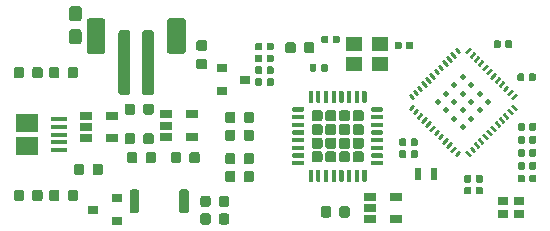
<source format=gbr>
G04 #@! TF.GenerationSoftware,KiCad,Pcbnew,5.1.5+dfsg1-2build2*
G04 #@! TF.CreationDate,2020-07-13T22:27:38-05:00*
G04 #@! TF.ProjectId,kw41z-feather,6b773431-7a2d-4666-9561-746865722e6b,rev?*
G04 #@! TF.SameCoordinates,Original*
G04 #@! TF.FileFunction,Paste,Top*
G04 #@! TF.FilePolarity,Positive*
%FSLAX46Y46*%
G04 Gerber Fmt 4.6, Leading zero omitted, Abs format (unit mm)*
G04 Created by KiCad (PCBNEW 5.1.5+dfsg1-2build2) date 2020-07-13 22:27:38*
%MOMM*%
%LPD*%
G04 APERTURE LIST*
%ADD10C,0.100000*%
%ADD11R,0.900000X0.800000*%
%ADD12R,1.060000X0.650000*%
%ADD13C,0.279908*%
%ADD14C,0.500000*%
%ADD15R,0.600000X1.100000*%
%ADD16R,1.400000X1.200000*%
%ADD17R,1.900000X1.500000*%
%ADD18R,1.350000X0.400000*%
G04 APERTURE END LIST*
D10*
G36*
X148326958Y-86930710D02*
G01*
X148341276Y-86932834D01*
X148355317Y-86936351D01*
X148368946Y-86941228D01*
X148382031Y-86947417D01*
X148394447Y-86954858D01*
X148406073Y-86963481D01*
X148416798Y-86973202D01*
X148426519Y-86983927D01*
X148435142Y-86995553D01*
X148442583Y-87007969D01*
X148448772Y-87021054D01*
X148453649Y-87034683D01*
X148457166Y-87048724D01*
X148459290Y-87063042D01*
X148460000Y-87077500D01*
X148460000Y-87422500D01*
X148459290Y-87436958D01*
X148457166Y-87451276D01*
X148453649Y-87465317D01*
X148448772Y-87478946D01*
X148442583Y-87492031D01*
X148435142Y-87504447D01*
X148426519Y-87516073D01*
X148416798Y-87526798D01*
X148406073Y-87536519D01*
X148394447Y-87545142D01*
X148382031Y-87552583D01*
X148368946Y-87558772D01*
X148355317Y-87563649D01*
X148341276Y-87567166D01*
X148326958Y-87569290D01*
X148312500Y-87570000D01*
X148017500Y-87570000D01*
X148003042Y-87569290D01*
X147988724Y-87567166D01*
X147974683Y-87563649D01*
X147961054Y-87558772D01*
X147947969Y-87552583D01*
X147935553Y-87545142D01*
X147923927Y-87536519D01*
X147913202Y-87526798D01*
X147903481Y-87516073D01*
X147894858Y-87504447D01*
X147887417Y-87492031D01*
X147881228Y-87478946D01*
X147876351Y-87465317D01*
X147872834Y-87451276D01*
X147870710Y-87436958D01*
X147870000Y-87422500D01*
X147870000Y-87077500D01*
X147870710Y-87063042D01*
X147872834Y-87048724D01*
X147876351Y-87034683D01*
X147881228Y-87021054D01*
X147887417Y-87007969D01*
X147894858Y-86995553D01*
X147903481Y-86983927D01*
X147913202Y-86973202D01*
X147923927Y-86963481D01*
X147935553Y-86954858D01*
X147947969Y-86947417D01*
X147961054Y-86941228D01*
X147974683Y-86936351D01*
X147988724Y-86932834D01*
X148003042Y-86930710D01*
X148017500Y-86930000D01*
X148312500Y-86930000D01*
X148326958Y-86930710D01*
G37*
G36*
X149296958Y-86930710D02*
G01*
X149311276Y-86932834D01*
X149325317Y-86936351D01*
X149338946Y-86941228D01*
X149352031Y-86947417D01*
X149364447Y-86954858D01*
X149376073Y-86963481D01*
X149386798Y-86973202D01*
X149396519Y-86983927D01*
X149405142Y-86995553D01*
X149412583Y-87007969D01*
X149418772Y-87021054D01*
X149423649Y-87034683D01*
X149427166Y-87048724D01*
X149429290Y-87063042D01*
X149430000Y-87077500D01*
X149430000Y-87422500D01*
X149429290Y-87436958D01*
X149427166Y-87451276D01*
X149423649Y-87465317D01*
X149418772Y-87478946D01*
X149412583Y-87492031D01*
X149405142Y-87504447D01*
X149396519Y-87516073D01*
X149386798Y-87526798D01*
X149376073Y-87536519D01*
X149364447Y-87545142D01*
X149352031Y-87552583D01*
X149338946Y-87558772D01*
X149325317Y-87563649D01*
X149311276Y-87567166D01*
X149296958Y-87569290D01*
X149282500Y-87570000D01*
X148987500Y-87570000D01*
X148973042Y-87569290D01*
X148958724Y-87567166D01*
X148944683Y-87563649D01*
X148931054Y-87558772D01*
X148917969Y-87552583D01*
X148905553Y-87545142D01*
X148893927Y-87536519D01*
X148883202Y-87526798D01*
X148873481Y-87516073D01*
X148864858Y-87504447D01*
X148857417Y-87492031D01*
X148851228Y-87478946D01*
X148846351Y-87465317D01*
X148842834Y-87451276D01*
X148840710Y-87436958D01*
X148840000Y-87422500D01*
X148840000Y-87077500D01*
X148840710Y-87063042D01*
X148842834Y-87048724D01*
X148846351Y-87034683D01*
X148851228Y-87021054D01*
X148857417Y-87007969D01*
X148864858Y-86995553D01*
X148873481Y-86983927D01*
X148883202Y-86973202D01*
X148893927Y-86963481D01*
X148905553Y-86954858D01*
X148917969Y-86947417D01*
X148931054Y-86941228D01*
X148944683Y-86936351D01*
X148958724Y-86932834D01*
X148973042Y-86930710D01*
X148987500Y-86930000D01*
X149282500Y-86930000D01*
X149296958Y-86930710D01*
G37*
G36*
X148326958Y-87930710D02*
G01*
X148341276Y-87932834D01*
X148355317Y-87936351D01*
X148368946Y-87941228D01*
X148382031Y-87947417D01*
X148394447Y-87954858D01*
X148406073Y-87963481D01*
X148416798Y-87973202D01*
X148426519Y-87983927D01*
X148435142Y-87995553D01*
X148442583Y-88007969D01*
X148448772Y-88021054D01*
X148453649Y-88034683D01*
X148457166Y-88048724D01*
X148459290Y-88063042D01*
X148460000Y-88077500D01*
X148460000Y-88422500D01*
X148459290Y-88436958D01*
X148457166Y-88451276D01*
X148453649Y-88465317D01*
X148448772Y-88478946D01*
X148442583Y-88492031D01*
X148435142Y-88504447D01*
X148426519Y-88516073D01*
X148416798Y-88526798D01*
X148406073Y-88536519D01*
X148394447Y-88545142D01*
X148382031Y-88552583D01*
X148368946Y-88558772D01*
X148355317Y-88563649D01*
X148341276Y-88567166D01*
X148326958Y-88569290D01*
X148312500Y-88570000D01*
X148017500Y-88570000D01*
X148003042Y-88569290D01*
X147988724Y-88567166D01*
X147974683Y-88563649D01*
X147961054Y-88558772D01*
X147947969Y-88552583D01*
X147935553Y-88545142D01*
X147923927Y-88536519D01*
X147913202Y-88526798D01*
X147903481Y-88516073D01*
X147894858Y-88504447D01*
X147887417Y-88492031D01*
X147881228Y-88478946D01*
X147876351Y-88465317D01*
X147872834Y-88451276D01*
X147870710Y-88436958D01*
X147870000Y-88422500D01*
X147870000Y-88077500D01*
X147870710Y-88063042D01*
X147872834Y-88048724D01*
X147876351Y-88034683D01*
X147881228Y-88021054D01*
X147887417Y-88007969D01*
X147894858Y-87995553D01*
X147903481Y-87983927D01*
X147913202Y-87973202D01*
X147923927Y-87963481D01*
X147935553Y-87954858D01*
X147947969Y-87947417D01*
X147961054Y-87941228D01*
X147974683Y-87936351D01*
X147988724Y-87932834D01*
X148003042Y-87930710D01*
X148017500Y-87930000D01*
X148312500Y-87930000D01*
X148326958Y-87930710D01*
G37*
G36*
X149296958Y-87930710D02*
G01*
X149311276Y-87932834D01*
X149325317Y-87936351D01*
X149338946Y-87941228D01*
X149352031Y-87947417D01*
X149364447Y-87954858D01*
X149376073Y-87963481D01*
X149386798Y-87973202D01*
X149396519Y-87983927D01*
X149405142Y-87995553D01*
X149412583Y-88007969D01*
X149418772Y-88021054D01*
X149423649Y-88034683D01*
X149427166Y-88048724D01*
X149429290Y-88063042D01*
X149430000Y-88077500D01*
X149430000Y-88422500D01*
X149429290Y-88436958D01*
X149427166Y-88451276D01*
X149423649Y-88465317D01*
X149418772Y-88478946D01*
X149412583Y-88492031D01*
X149405142Y-88504447D01*
X149396519Y-88516073D01*
X149386798Y-88526798D01*
X149376073Y-88536519D01*
X149364447Y-88545142D01*
X149352031Y-88552583D01*
X149338946Y-88558772D01*
X149325317Y-88563649D01*
X149311276Y-88567166D01*
X149296958Y-88569290D01*
X149282500Y-88570000D01*
X148987500Y-88570000D01*
X148973042Y-88569290D01*
X148958724Y-88567166D01*
X148944683Y-88563649D01*
X148931054Y-88558772D01*
X148917969Y-88552583D01*
X148905553Y-88545142D01*
X148893927Y-88536519D01*
X148883202Y-88526798D01*
X148873481Y-88516073D01*
X148864858Y-88504447D01*
X148857417Y-88492031D01*
X148851228Y-88478946D01*
X148846351Y-88465317D01*
X148842834Y-88451276D01*
X148840710Y-88436958D01*
X148840000Y-88422500D01*
X148840000Y-88077500D01*
X148840710Y-88063042D01*
X148842834Y-88048724D01*
X148846351Y-88034683D01*
X148851228Y-88021054D01*
X148857417Y-88007969D01*
X148864858Y-87995553D01*
X148873481Y-87983927D01*
X148883202Y-87973202D01*
X148893927Y-87963481D01*
X148905553Y-87954858D01*
X148917969Y-87947417D01*
X148931054Y-87941228D01*
X148944683Y-87936351D01*
X148958724Y-87932834D01*
X148973042Y-87930710D01*
X148987500Y-87930000D01*
X149282500Y-87930000D01*
X149296958Y-87930710D01*
G37*
G36*
X152677691Y-84876053D02*
G01*
X152698926Y-84879203D01*
X152719750Y-84884419D01*
X152739962Y-84891651D01*
X152759368Y-84900830D01*
X152777781Y-84911866D01*
X152795024Y-84924654D01*
X152810930Y-84939070D01*
X152825346Y-84954976D01*
X152838134Y-84972219D01*
X152849170Y-84990632D01*
X152858349Y-85010038D01*
X152865581Y-85030250D01*
X152870797Y-85051074D01*
X152873947Y-85072309D01*
X152875000Y-85093750D01*
X152875000Y-85606250D01*
X152873947Y-85627691D01*
X152870797Y-85648926D01*
X152865581Y-85669750D01*
X152858349Y-85689962D01*
X152849170Y-85709368D01*
X152838134Y-85727781D01*
X152825346Y-85745024D01*
X152810930Y-85760930D01*
X152795024Y-85775346D01*
X152777781Y-85788134D01*
X152759368Y-85799170D01*
X152739962Y-85808349D01*
X152719750Y-85815581D01*
X152698926Y-85820797D01*
X152677691Y-85823947D01*
X152656250Y-85825000D01*
X152218750Y-85825000D01*
X152197309Y-85823947D01*
X152176074Y-85820797D01*
X152155250Y-85815581D01*
X152135038Y-85808349D01*
X152115632Y-85799170D01*
X152097219Y-85788134D01*
X152079976Y-85775346D01*
X152064070Y-85760930D01*
X152049654Y-85745024D01*
X152036866Y-85727781D01*
X152025830Y-85709368D01*
X152016651Y-85689962D01*
X152009419Y-85669750D01*
X152004203Y-85648926D01*
X152001053Y-85627691D01*
X152000000Y-85606250D01*
X152000000Y-85093750D01*
X152001053Y-85072309D01*
X152004203Y-85051074D01*
X152009419Y-85030250D01*
X152016651Y-85010038D01*
X152025830Y-84990632D01*
X152036866Y-84972219D01*
X152049654Y-84954976D01*
X152064070Y-84939070D01*
X152079976Y-84924654D01*
X152097219Y-84911866D01*
X152115632Y-84900830D01*
X152135038Y-84891651D01*
X152155250Y-84884419D01*
X152176074Y-84879203D01*
X152197309Y-84876053D01*
X152218750Y-84875000D01*
X152656250Y-84875000D01*
X152677691Y-84876053D01*
G37*
G36*
X151102691Y-84876053D02*
G01*
X151123926Y-84879203D01*
X151144750Y-84884419D01*
X151164962Y-84891651D01*
X151184368Y-84900830D01*
X151202781Y-84911866D01*
X151220024Y-84924654D01*
X151235930Y-84939070D01*
X151250346Y-84954976D01*
X151263134Y-84972219D01*
X151274170Y-84990632D01*
X151283349Y-85010038D01*
X151290581Y-85030250D01*
X151295797Y-85051074D01*
X151298947Y-85072309D01*
X151300000Y-85093750D01*
X151300000Y-85606250D01*
X151298947Y-85627691D01*
X151295797Y-85648926D01*
X151290581Y-85669750D01*
X151283349Y-85689962D01*
X151274170Y-85709368D01*
X151263134Y-85727781D01*
X151250346Y-85745024D01*
X151235930Y-85760930D01*
X151220024Y-85775346D01*
X151202781Y-85788134D01*
X151184368Y-85799170D01*
X151164962Y-85808349D01*
X151144750Y-85815581D01*
X151123926Y-85820797D01*
X151102691Y-85823947D01*
X151081250Y-85825000D01*
X150643750Y-85825000D01*
X150622309Y-85823947D01*
X150601074Y-85820797D01*
X150580250Y-85815581D01*
X150560038Y-85808349D01*
X150540632Y-85799170D01*
X150522219Y-85788134D01*
X150504976Y-85775346D01*
X150489070Y-85760930D01*
X150474654Y-85745024D01*
X150461866Y-85727781D01*
X150450830Y-85709368D01*
X150441651Y-85689962D01*
X150434419Y-85669750D01*
X150429203Y-85648926D01*
X150426053Y-85627691D01*
X150425000Y-85606250D01*
X150425000Y-85093750D01*
X150426053Y-85072309D01*
X150429203Y-85051074D01*
X150434419Y-85030250D01*
X150441651Y-85010038D01*
X150450830Y-84990632D01*
X150461866Y-84972219D01*
X150474654Y-84954976D01*
X150489070Y-84939070D01*
X150504976Y-84924654D01*
X150522219Y-84911866D01*
X150540632Y-84900830D01*
X150560038Y-84891651D01*
X150580250Y-84884419D01*
X150601074Y-84879203D01*
X150622309Y-84876053D01*
X150643750Y-84875000D01*
X151081250Y-84875000D01*
X151102691Y-84876053D01*
G37*
G36*
X132949505Y-81826204D02*
G01*
X132973773Y-81829804D01*
X132997572Y-81835765D01*
X133020671Y-81844030D01*
X133042850Y-81854520D01*
X133063893Y-81867132D01*
X133083599Y-81881747D01*
X133101777Y-81898223D01*
X133118253Y-81916401D01*
X133132868Y-81936107D01*
X133145480Y-81957150D01*
X133155970Y-81979329D01*
X133164235Y-82002428D01*
X133170196Y-82026227D01*
X133173796Y-82050495D01*
X133175000Y-82074999D01*
X133175000Y-82875001D01*
X133173796Y-82899505D01*
X133170196Y-82923773D01*
X133164235Y-82947572D01*
X133155970Y-82970671D01*
X133145480Y-82992850D01*
X133132868Y-83013893D01*
X133118253Y-83033599D01*
X133101777Y-83051777D01*
X133083599Y-83068253D01*
X133063893Y-83082868D01*
X133042850Y-83095480D01*
X133020671Y-83105970D01*
X132997572Y-83114235D01*
X132973773Y-83120196D01*
X132949505Y-83123796D01*
X132925001Y-83125000D01*
X132374999Y-83125000D01*
X132350495Y-83123796D01*
X132326227Y-83120196D01*
X132302428Y-83114235D01*
X132279329Y-83105970D01*
X132257150Y-83095480D01*
X132236107Y-83082868D01*
X132216401Y-83068253D01*
X132198223Y-83051777D01*
X132181747Y-83033599D01*
X132167132Y-83013893D01*
X132154520Y-82992850D01*
X132144030Y-82970671D01*
X132135765Y-82947572D01*
X132129804Y-82923773D01*
X132126204Y-82899505D01*
X132125000Y-82875001D01*
X132125000Y-82074999D01*
X132126204Y-82050495D01*
X132129804Y-82026227D01*
X132135765Y-82002428D01*
X132144030Y-81979329D01*
X132154520Y-81957150D01*
X132167132Y-81936107D01*
X132181747Y-81916401D01*
X132198223Y-81898223D01*
X132216401Y-81881747D01*
X132236107Y-81867132D01*
X132257150Y-81854520D01*
X132279329Y-81844030D01*
X132302428Y-81835765D01*
X132326227Y-81829804D01*
X132350495Y-81826204D01*
X132374999Y-81825000D01*
X132925001Y-81825000D01*
X132949505Y-81826204D01*
G37*
G36*
X132949505Y-83776204D02*
G01*
X132973773Y-83779804D01*
X132997572Y-83785765D01*
X133020671Y-83794030D01*
X133042850Y-83804520D01*
X133063893Y-83817132D01*
X133083599Y-83831747D01*
X133101777Y-83848223D01*
X133118253Y-83866401D01*
X133132868Y-83886107D01*
X133145480Y-83907150D01*
X133155970Y-83929329D01*
X133164235Y-83952428D01*
X133170196Y-83976227D01*
X133173796Y-84000495D01*
X133175000Y-84024999D01*
X133175000Y-84825001D01*
X133173796Y-84849505D01*
X133170196Y-84873773D01*
X133164235Y-84897572D01*
X133155970Y-84920671D01*
X133145480Y-84942850D01*
X133132868Y-84963893D01*
X133118253Y-84983599D01*
X133101777Y-85001777D01*
X133083599Y-85018253D01*
X133063893Y-85032868D01*
X133042850Y-85045480D01*
X133020671Y-85055970D01*
X132997572Y-85064235D01*
X132973773Y-85070196D01*
X132949505Y-85073796D01*
X132925001Y-85075000D01*
X132374999Y-85075000D01*
X132350495Y-85073796D01*
X132326227Y-85070196D01*
X132302428Y-85064235D01*
X132279329Y-85055970D01*
X132257150Y-85045480D01*
X132236107Y-85032868D01*
X132216401Y-85018253D01*
X132198223Y-85001777D01*
X132181747Y-84983599D01*
X132167132Y-84963893D01*
X132154520Y-84942850D01*
X132144030Y-84920671D01*
X132135765Y-84897572D01*
X132129804Y-84873773D01*
X132126204Y-84849505D01*
X132125000Y-84825001D01*
X132125000Y-84024999D01*
X132126204Y-84000495D01*
X132129804Y-83976227D01*
X132135765Y-83952428D01*
X132144030Y-83929329D01*
X132154520Y-83907150D01*
X132167132Y-83886107D01*
X132181747Y-83866401D01*
X132198223Y-83848223D01*
X132216401Y-83831747D01*
X132236107Y-83817132D01*
X132257150Y-83804520D01*
X132279329Y-83794030D01*
X132302428Y-83785765D01*
X132326227Y-83779804D01*
X132350495Y-83776204D01*
X132374999Y-83775000D01*
X132925001Y-83775000D01*
X132949505Y-83776204D01*
G37*
G36*
X149296958Y-84930710D02*
G01*
X149311276Y-84932834D01*
X149325317Y-84936351D01*
X149338946Y-84941228D01*
X149352031Y-84947417D01*
X149364447Y-84954858D01*
X149376073Y-84963481D01*
X149386798Y-84973202D01*
X149396519Y-84983927D01*
X149405142Y-84995553D01*
X149412583Y-85007969D01*
X149418772Y-85021054D01*
X149423649Y-85034683D01*
X149427166Y-85048724D01*
X149429290Y-85063042D01*
X149430000Y-85077500D01*
X149430000Y-85422500D01*
X149429290Y-85436958D01*
X149427166Y-85451276D01*
X149423649Y-85465317D01*
X149418772Y-85478946D01*
X149412583Y-85492031D01*
X149405142Y-85504447D01*
X149396519Y-85516073D01*
X149386798Y-85526798D01*
X149376073Y-85536519D01*
X149364447Y-85545142D01*
X149352031Y-85552583D01*
X149338946Y-85558772D01*
X149325317Y-85563649D01*
X149311276Y-85567166D01*
X149296958Y-85569290D01*
X149282500Y-85570000D01*
X148987500Y-85570000D01*
X148973042Y-85569290D01*
X148958724Y-85567166D01*
X148944683Y-85563649D01*
X148931054Y-85558772D01*
X148917969Y-85552583D01*
X148905553Y-85545142D01*
X148893927Y-85536519D01*
X148883202Y-85526798D01*
X148873481Y-85516073D01*
X148864858Y-85504447D01*
X148857417Y-85492031D01*
X148851228Y-85478946D01*
X148846351Y-85465317D01*
X148842834Y-85451276D01*
X148840710Y-85436958D01*
X148840000Y-85422500D01*
X148840000Y-85077500D01*
X148840710Y-85063042D01*
X148842834Y-85048724D01*
X148846351Y-85034683D01*
X148851228Y-85021054D01*
X148857417Y-85007969D01*
X148864858Y-84995553D01*
X148873481Y-84983927D01*
X148883202Y-84973202D01*
X148893927Y-84963481D01*
X148905553Y-84954858D01*
X148917969Y-84947417D01*
X148931054Y-84941228D01*
X148944683Y-84936351D01*
X148958724Y-84932834D01*
X148973042Y-84930710D01*
X148987500Y-84930000D01*
X149282500Y-84930000D01*
X149296958Y-84930710D01*
G37*
G36*
X148326958Y-84930710D02*
G01*
X148341276Y-84932834D01*
X148355317Y-84936351D01*
X148368946Y-84941228D01*
X148382031Y-84947417D01*
X148394447Y-84954858D01*
X148406073Y-84963481D01*
X148416798Y-84973202D01*
X148426519Y-84983927D01*
X148435142Y-84995553D01*
X148442583Y-85007969D01*
X148448772Y-85021054D01*
X148453649Y-85034683D01*
X148457166Y-85048724D01*
X148459290Y-85063042D01*
X148460000Y-85077500D01*
X148460000Y-85422500D01*
X148459290Y-85436958D01*
X148457166Y-85451276D01*
X148453649Y-85465317D01*
X148448772Y-85478946D01*
X148442583Y-85492031D01*
X148435142Y-85504447D01*
X148426519Y-85516073D01*
X148416798Y-85526798D01*
X148406073Y-85536519D01*
X148394447Y-85545142D01*
X148382031Y-85552583D01*
X148368946Y-85558772D01*
X148355317Y-85563649D01*
X148341276Y-85567166D01*
X148326958Y-85569290D01*
X148312500Y-85570000D01*
X148017500Y-85570000D01*
X148003042Y-85569290D01*
X147988724Y-85567166D01*
X147974683Y-85563649D01*
X147961054Y-85558772D01*
X147947969Y-85552583D01*
X147935553Y-85545142D01*
X147923927Y-85536519D01*
X147913202Y-85526798D01*
X147903481Y-85516073D01*
X147894858Y-85504447D01*
X147887417Y-85492031D01*
X147881228Y-85478946D01*
X147876351Y-85465317D01*
X147872834Y-85451276D01*
X147870710Y-85436958D01*
X147870000Y-85422500D01*
X147870000Y-85077500D01*
X147870710Y-85063042D01*
X147872834Y-85048724D01*
X147876351Y-85034683D01*
X147881228Y-85021054D01*
X147887417Y-85007969D01*
X147894858Y-84995553D01*
X147903481Y-84983927D01*
X147913202Y-84973202D01*
X147923927Y-84963481D01*
X147935553Y-84954858D01*
X147947969Y-84947417D01*
X147961054Y-84941228D01*
X147974683Y-84936351D01*
X147988724Y-84932834D01*
X148003042Y-84930710D01*
X148017500Y-84930000D01*
X148312500Y-84930000D01*
X148326958Y-84930710D01*
G37*
G36*
X153926958Y-84330710D02*
G01*
X153941276Y-84332834D01*
X153955317Y-84336351D01*
X153968946Y-84341228D01*
X153982031Y-84347417D01*
X153994447Y-84354858D01*
X154006073Y-84363481D01*
X154016798Y-84373202D01*
X154026519Y-84383927D01*
X154035142Y-84395553D01*
X154042583Y-84407969D01*
X154048772Y-84421054D01*
X154053649Y-84434683D01*
X154057166Y-84448724D01*
X154059290Y-84463042D01*
X154060000Y-84477500D01*
X154060000Y-84822500D01*
X154059290Y-84836958D01*
X154057166Y-84851276D01*
X154053649Y-84865317D01*
X154048772Y-84878946D01*
X154042583Y-84892031D01*
X154035142Y-84904447D01*
X154026519Y-84916073D01*
X154016798Y-84926798D01*
X154006073Y-84936519D01*
X153994447Y-84945142D01*
X153982031Y-84952583D01*
X153968946Y-84958772D01*
X153955317Y-84963649D01*
X153941276Y-84967166D01*
X153926958Y-84969290D01*
X153912500Y-84970000D01*
X153617500Y-84970000D01*
X153603042Y-84969290D01*
X153588724Y-84967166D01*
X153574683Y-84963649D01*
X153561054Y-84958772D01*
X153547969Y-84952583D01*
X153535553Y-84945142D01*
X153523927Y-84936519D01*
X153513202Y-84926798D01*
X153503481Y-84916073D01*
X153494858Y-84904447D01*
X153487417Y-84892031D01*
X153481228Y-84878946D01*
X153476351Y-84865317D01*
X153472834Y-84851276D01*
X153470710Y-84836958D01*
X153470000Y-84822500D01*
X153470000Y-84477500D01*
X153470710Y-84463042D01*
X153472834Y-84448724D01*
X153476351Y-84434683D01*
X153481228Y-84421054D01*
X153487417Y-84407969D01*
X153494858Y-84395553D01*
X153503481Y-84383927D01*
X153513202Y-84373202D01*
X153523927Y-84363481D01*
X153535553Y-84354858D01*
X153547969Y-84347417D01*
X153561054Y-84341228D01*
X153574683Y-84336351D01*
X153588724Y-84332834D01*
X153603042Y-84330710D01*
X153617500Y-84330000D01*
X153912500Y-84330000D01*
X153926958Y-84330710D01*
G37*
G36*
X154896958Y-84330710D02*
G01*
X154911276Y-84332834D01*
X154925317Y-84336351D01*
X154938946Y-84341228D01*
X154952031Y-84347417D01*
X154964447Y-84354858D01*
X154976073Y-84363481D01*
X154986798Y-84373202D01*
X154996519Y-84383927D01*
X155005142Y-84395553D01*
X155012583Y-84407969D01*
X155018772Y-84421054D01*
X155023649Y-84434683D01*
X155027166Y-84448724D01*
X155029290Y-84463042D01*
X155030000Y-84477500D01*
X155030000Y-84822500D01*
X155029290Y-84836958D01*
X155027166Y-84851276D01*
X155023649Y-84865317D01*
X155018772Y-84878946D01*
X155012583Y-84892031D01*
X155005142Y-84904447D01*
X154996519Y-84916073D01*
X154986798Y-84926798D01*
X154976073Y-84936519D01*
X154964447Y-84945142D01*
X154952031Y-84952583D01*
X154938946Y-84958772D01*
X154925317Y-84963649D01*
X154911276Y-84967166D01*
X154896958Y-84969290D01*
X154882500Y-84970000D01*
X154587500Y-84970000D01*
X154573042Y-84969290D01*
X154558724Y-84967166D01*
X154544683Y-84963649D01*
X154531054Y-84958772D01*
X154517969Y-84952583D01*
X154505553Y-84945142D01*
X154493927Y-84936519D01*
X154483202Y-84926798D01*
X154473481Y-84916073D01*
X154464858Y-84904447D01*
X154457417Y-84892031D01*
X154451228Y-84878946D01*
X154446351Y-84865317D01*
X154442834Y-84851276D01*
X154440710Y-84836958D01*
X154440000Y-84822500D01*
X154440000Y-84477500D01*
X154440710Y-84463042D01*
X154442834Y-84448724D01*
X154446351Y-84434683D01*
X154451228Y-84421054D01*
X154457417Y-84407969D01*
X154464858Y-84395553D01*
X154473481Y-84383927D01*
X154483202Y-84373202D01*
X154493927Y-84363481D01*
X154505553Y-84354858D01*
X154517969Y-84347417D01*
X154531054Y-84341228D01*
X154544683Y-84336351D01*
X154558724Y-84332834D01*
X154573042Y-84330710D01*
X154587500Y-84330000D01*
X154882500Y-84330000D01*
X154896958Y-84330710D01*
G37*
G36*
X160126958Y-84830710D02*
G01*
X160141276Y-84832834D01*
X160155317Y-84836351D01*
X160168946Y-84841228D01*
X160182031Y-84847417D01*
X160194447Y-84854858D01*
X160206073Y-84863481D01*
X160216798Y-84873202D01*
X160226519Y-84883927D01*
X160235142Y-84895553D01*
X160242583Y-84907969D01*
X160248772Y-84921054D01*
X160253649Y-84934683D01*
X160257166Y-84948724D01*
X160259290Y-84963042D01*
X160260000Y-84977500D01*
X160260000Y-85322500D01*
X160259290Y-85336958D01*
X160257166Y-85351276D01*
X160253649Y-85365317D01*
X160248772Y-85378946D01*
X160242583Y-85392031D01*
X160235142Y-85404447D01*
X160226519Y-85416073D01*
X160216798Y-85426798D01*
X160206073Y-85436519D01*
X160194447Y-85445142D01*
X160182031Y-85452583D01*
X160168946Y-85458772D01*
X160155317Y-85463649D01*
X160141276Y-85467166D01*
X160126958Y-85469290D01*
X160112500Y-85470000D01*
X159817500Y-85470000D01*
X159803042Y-85469290D01*
X159788724Y-85467166D01*
X159774683Y-85463649D01*
X159761054Y-85458772D01*
X159747969Y-85452583D01*
X159735553Y-85445142D01*
X159723927Y-85436519D01*
X159713202Y-85426798D01*
X159703481Y-85416073D01*
X159694858Y-85404447D01*
X159687417Y-85392031D01*
X159681228Y-85378946D01*
X159676351Y-85365317D01*
X159672834Y-85351276D01*
X159670710Y-85336958D01*
X159670000Y-85322500D01*
X159670000Y-84977500D01*
X159670710Y-84963042D01*
X159672834Y-84948724D01*
X159676351Y-84934683D01*
X159681228Y-84921054D01*
X159687417Y-84907969D01*
X159694858Y-84895553D01*
X159703481Y-84883927D01*
X159713202Y-84873202D01*
X159723927Y-84863481D01*
X159735553Y-84854858D01*
X159747969Y-84847417D01*
X159761054Y-84841228D01*
X159774683Y-84836351D01*
X159788724Y-84832834D01*
X159803042Y-84830710D01*
X159817500Y-84830000D01*
X160112500Y-84830000D01*
X160126958Y-84830710D01*
G37*
G36*
X161096958Y-84830710D02*
G01*
X161111276Y-84832834D01*
X161125317Y-84836351D01*
X161138946Y-84841228D01*
X161152031Y-84847417D01*
X161164447Y-84854858D01*
X161176073Y-84863481D01*
X161186798Y-84873202D01*
X161196519Y-84883927D01*
X161205142Y-84895553D01*
X161212583Y-84907969D01*
X161218772Y-84921054D01*
X161223649Y-84934683D01*
X161227166Y-84948724D01*
X161229290Y-84963042D01*
X161230000Y-84977500D01*
X161230000Y-85322500D01*
X161229290Y-85336958D01*
X161227166Y-85351276D01*
X161223649Y-85365317D01*
X161218772Y-85378946D01*
X161212583Y-85392031D01*
X161205142Y-85404447D01*
X161196519Y-85416073D01*
X161186798Y-85426798D01*
X161176073Y-85436519D01*
X161164447Y-85445142D01*
X161152031Y-85452583D01*
X161138946Y-85458772D01*
X161125317Y-85463649D01*
X161111276Y-85467166D01*
X161096958Y-85469290D01*
X161082500Y-85470000D01*
X160787500Y-85470000D01*
X160773042Y-85469290D01*
X160758724Y-85467166D01*
X160744683Y-85463649D01*
X160731054Y-85458772D01*
X160717969Y-85452583D01*
X160705553Y-85445142D01*
X160693927Y-85436519D01*
X160683202Y-85426798D01*
X160673481Y-85416073D01*
X160664858Y-85404447D01*
X160657417Y-85392031D01*
X160651228Y-85378946D01*
X160646351Y-85365317D01*
X160642834Y-85351276D01*
X160640710Y-85336958D01*
X160640000Y-85322500D01*
X160640000Y-84977500D01*
X160640710Y-84963042D01*
X160642834Y-84948724D01*
X160646351Y-84934683D01*
X160651228Y-84921054D01*
X160657417Y-84907969D01*
X160664858Y-84895553D01*
X160673481Y-84883927D01*
X160683202Y-84873202D01*
X160693927Y-84863481D01*
X160705553Y-84854858D01*
X160717969Y-84847417D01*
X160731054Y-84841228D01*
X160744683Y-84836351D01*
X160758724Y-84832834D01*
X160773042Y-84830710D01*
X160787500Y-84830000D01*
X161082500Y-84830000D01*
X161096958Y-84830710D01*
G37*
G36*
X148326958Y-85930710D02*
G01*
X148341276Y-85932834D01*
X148355317Y-85936351D01*
X148368946Y-85941228D01*
X148382031Y-85947417D01*
X148394447Y-85954858D01*
X148406073Y-85963481D01*
X148416798Y-85973202D01*
X148426519Y-85983927D01*
X148435142Y-85995553D01*
X148442583Y-86007969D01*
X148448772Y-86021054D01*
X148453649Y-86034683D01*
X148457166Y-86048724D01*
X148459290Y-86063042D01*
X148460000Y-86077500D01*
X148460000Y-86422500D01*
X148459290Y-86436958D01*
X148457166Y-86451276D01*
X148453649Y-86465317D01*
X148448772Y-86478946D01*
X148442583Y-86492031D01*
X148435142Y-86504447D01*
X148426519Y-86516073D01*
X148416798Y-86526798D01*
X148406073Y-86536519D01*
X148394447Y-86545142D01*
X148382031Y-86552583D01*
X148368946Y-86558772D01*
X148355317Y-86563649D01*
X148341276Y-86567166D01*
X148326958Y-86569290D01*
X148312500Y-86570000D01*
X148017500Y-86570000D01*
X148003042Y-86569290D01*
X147988724Y-86567166D01*
X147974683Y-86563649D01*
X147961054Y-86558772D01*
X147947969Y-86552583D01*
X147935553Y-86545142D01*
X147923927Y-86536519D01*
X147913202Y-86526798D01*
X147903481Y-86516073D01*
X147894858Y-86504447D01*
X147887417Y-86492031D01*
X147881228Y-86478946D01*
X147876351Y-86465317D01*
X147872834Y-86451276D01*
X147870710Y-86436958D01*
X147870000Y-86422500D01*
X147870000Y-86077500D01*
X147870710Y-86063042D01*
X147872834Y-86048724D01*
X147876351Y-86034683D01*
X147881228Y-86021054D01*
X147887417Y-86007969D01*
X147894858Y-85995553D01*
X147903481Y-85983927D01*
X147913202Y-85973202D01*
X147923927Y-85963481D01*
X147935553Y-85954858D01*
X147947969Y-85947417D01*
X147961054Y-85941228D01*
X147974683Y-85936351D01*
X147988724Y-85932834D01*
X148003042Y-85930710D01*
X148017500Y-85930000D01*
X148312500Y-85930000D01*
X148326958Y-85930710D01*
G37*
G36*
X149296958Y-85930710D02*
G01*
X149311276Y-85932834D01*
X149325317Y-85936351D01*
X149338946Y-85941228D01*
X149352031Y-85947417D01*
X149364447Y-85954858D01*
X149376073Y-85963481D01*
X149386798Y-85973202D01*
X149396519Y-85983927D01*
X149405142Y-85995553D01*
X149412583Y-86007969D01*
X149418772Y-86021054D01*
X149423649Y-86034683D01*
X149427166Y-86048724D01*
X149429290Y-86063042D01*
X149430000Y-86077500D01*
X149430000Y-86422500D01*
X149429290Y-86436958D01*
X149427166Y-86451276D01*
X149423649Y-86465317D01*
X149418772Y-86478946D01*
X149412583Y-86492031D01*
X149405142Y-86504447D01*
X149396519Y-86516073D01*
X149386798Y-86526798D01*
X149376073Y-86536519D01*
X149364447Y-86545142D01*
X149352031Y-86552583D01*
X149338946Y-86558772D01*
X149325317Y-86563649D01*
X149311276Y-86567166D01*
X149296958Y-86569290D01*
X149282500Y-86570000D01*
X148987500Y-86570000D01*
X148973042Y-86569290D01*
X148958724Y-86567166D01*
X148944683Y-86563649D01*
X148931054Y-86558772D01*
X148917969Y-86552583D01*
X148905553Y-86545142D01*
X148893927Y-86536519D01*
X148883202Y-86526798D01*
X148873481Y-86516073D01*
X148864858Y-86504447D01*
X148857417Y-86492031D01*
X148851228Y-86478946D01*
X148846351Y-86465317D01*
X148842834Y-86451276D01*
X148840710Y-86436958D01*
X148840000Y-86422500D01*
X148840000Y-86077500D01*
X148840710Y-86063042D01*
X148842834Y-86048724D01*
X148846351Y-86034683D01*
X148851228Y-86021054D01*
X148857417Y-86007969D01*
X148864858Y-85995553D01*
X148873481Y-85983927D01*
X148883202Y-85973202D01*
X148893927Y-85963481D01*
X148905553Y-85954858D01*
X148917969Y-85947417D01*
X148931054Y-85941228D01*
X148944683Y-85936351D01*
X148958724Y-85932834D01*
X148973042Y-85930710D01*
X148987500Y-85930000D01*
X149282500Y-85930000D01*
X149296958Y-85930710D01*
G37*
G36*
X141402691Y-94176053D02*
G01*
X141423926Y-94179203D01*
X141444750Y-94184419D01*
X141464962Y-94191651D01*
X141484368Y-94200830D01*
X141502781Y-94211866D01*
X141520024Y-94224654D01*
X141535930Y-94239070D01*
X141550346Y-94254976D01*
X141563134Y-94272219D01*
X141574170Y-94290632D01*
X141583349Y-94310038D01*
X141590581Y-94330250D01*
X141595797Y-94351074D01*
X141598947Y-94372309D01*
X141600000Y-94393750D01*
X141600000Y-94906250D01*
X141598947Y-94927691D01*
X141595797Y-94948926D01*
X141590581Y-94969750D01*
X141583349Y-94989962D01*
X141574170Y-95009368D01*
X141563134Y-95027781D01*
X141550346Y-95045024D01*
X141535930Y-95060930D01*
X141520024Y-95075346D01*
X141502781Y-95088134D01*
X141484368Y-95099170D01*
X141464962Y-95108349D01*
X141444750Y-95115581D01*
X141423926Y-95120797D01*
X141402691Y-95123947D01*
X141381250Y-95125000D01*
X140943750Y-95125000D01*
X140922309Y-95123947D01*
X140901074Y-95120797D01*
X140880250Y-95115581D01*
X140860038Y-95108349D01*
X140840632Y-95099170D01*
X140822219Y-95088134D01*
X140804976Y-95075346D01*
X140789070Y-95060930D01*
X140774654Y-95045024D01*
X140761866Y-95027781D01*
X140750830Y-95009368D01*
X140741651Y-94989962D01*
X140734419Y-94969750D01*
X140729203Y-94948926D01*
X140726053Y-94927691D01*
X140725000Y-94906250D01*
X140725000Y-94393750D01*
X140726053Y-94372309D01*
X140729203Y-94351074D01*
X140734419Y-94330250D01*
X140741651Y-94310038D01*
X140750830Y-94290632D01*
X140761866Y-94272219D01*
X140774654Y-94254976D01*
X140789070Y-94239070D01*
X140804976Y-94224654D01*
X140822219Y-94211866D01*
X140840632Y-94200830D01*
X140860038Y-94191651D01*
X140880250Y-94184419D01*
X140901074Y-94179203D01*
X140922309Y-94176053D01*
X140943750Y-94175000D01*
X141381250Y-94175000D01*
X141402691Y-94176053D01*
G37*
G36*
X142977691Y-94176053D02*
G01*
X142998926Y-94179203D01*
X143019750Y-94184419D01*
X143039962Y-94191651D01*
X143059368Y-94200830D01*
X143077781Y-94211866D01*
X143095024Y-94224654D01*
X143110930Y-94239070D01*
X143125346Y-94254976D01*
X143138134Y-94272219D01*
X143149170Y-94290632D01*
X143158349Y-94310038D01*
X143165581Y-94330250D01*
X143170797Y-94351074D01*
X143173947Y-94372309D01*
X143175000Y-94393750D01*
X143175000Y-94906250D01*
X143173947Y-94927691D01*
X143170797Y-94948926D01*
X143165581Y-94969750D01*
X143158349Y-94989962D01*
X143149170Y-95009368D01*
X143138134Y-95027781D01*
X143125346Y-95045024D01*
X143110930Y-95060930D01*
X143095024Y-95075346D01*
X143077781Y-95088134D01*
X143059368Y-95099170D01*
X143039962Y-95108349D01*
X143019750Y-95115581D01*
X142998926Y-95120797D01*
X142977691Y-95123947D01*
X142956250Y-95125000D01*
X142518750Y-95125000D01*
X142497309Y-95123947D01*
X142476074Y-95120797D01*
X142455250Y-95115581D01*
X142435038Y-95108349D01*
X142415632Y-95099170D01*
X142397219Y-95088134D01*
X142379976Y-95075346D01*
X142364070Y-95060930D01*
X142349654Y-95045024D01*
X142336866Y-95027781D01*
X142325830Y-95009368D01*
X142316651Y-94989962D01*
X142309419Y-94969750D01*
X142304203Y-94948926D01*
X142301053Y-94927691D01*
X142300000Y-94906250D01*
X142300000Y-94393750D01*
X142301053Y-94372309D01*
X142304203Y-94351074D01*
X142309419Y-94330250D01*
X142316651Y-94310038D01*
X142325830Y-94290632D01*
X142336866Y-94272219D01*
X142349654Y-94254976D01*
X142364070Y-94239070D01*
X142379976Y-94224654D01*
X142397219Y-94211866D01*
X142415632Y-94200830D01*
X142435038Y-94191651D01*
X142455250Y-94184419D01*
X142476074Y-94179203D01*
X142497309Y-94176053D01*
X142518750Y-94175000D01*
X142956250Y-94175000D01*
X142977691Y-94176053D01*
G37*
G36*
X131102691Y-86976053D02*
G01*
X131123926Y-86979203D01*
X131144750Y-86984419D01*
X131164962Y-86991651D01*
X131184368Y-87000830D01*
X131202781Y-87011866D01*
X131220024Y-87024654D01*
X131235930Y-87039070D01*
X131250346Y-87054976D01*
X131263134Y-87072219D01*
X131274170Y-87090632D01*
X131283349Y-87110038D01*
X131290581Y-87130250D01*
X131295797Y-87151074D01*
X131298947Y-87172309D01*
X131300000Y-87193750D01*
X131300000Y-87706250D01*
X131298947Y-87727691D01*
X131295797Y-87748926D01*
X131290581Y-87769750D01*
X131283349Y-87789962D01*
X131274170Y-87809368D01*
X131263134Y-87827781D01*
X131250346Y-87845024D01*
X131235930Y-87860930D01*
X131220024Y-87875346D01*
X131202781Y-87888134D01*
X131184368Y-87899170D01*
X131164962Y-87908349D01*
X131144750Y-87915581D01*
X131123926Y-87920797D01*
X131102691Y-87923947D01*
X131081250Y-87925000D01*
X130643750Y-87925000D01*
X130622309Y-87923947D01*
X130601074Y-87920797D01*
X130580250Y-87915581D01*
X130560038Y-87908349D01*
X130540632Y-87899170D01*
X130522219Y-87888134D01*
X130504976Y-87875346D01*
X130489070Y-87860930D01*
X130474654Y-87845024D01*
X130461866Y-87827781D01*
X130450830Y-87809368D01*
X130441651Y-87789962D01*
X130434419Y-87769750D01*
X130429203Y-87748926D01*
X130426053Y-87727691D01*
X130425000Y-87706250D01*
X130425000Y-87193750D01*
X130426053Y-87172309D01*
X130429203Y-87151074D01*
X130434419Y-87130250D01*
X130441651Y-87110038D01*
X130450830Y-87090632D01*
X130461866Y-87072219D01*
X130474654Y-87054976D01*
X130489070Y-87039070D01*
X130504976Y-87024654D01*
X130522219Y-87011866D01*
X130540632Y-87000830D01*
X130560038Y-86991651D01*
X130580250Y-86984419D01*
X130601074Y-86979203D01*
X130622309Y-86976053D01*
X130643750Y-86975000D01*
X131081250Y-86975000D01*
X131102691Y-86976053D01*
G37*
G36*
X132677691Y-86976053D02*
G01*
X132698926Y-86979203D01*
X132719750Y-86984419D01*
X132739962Y-86991651D01*
X132759368Y-87000830D01*
X132777781Y-87011866D01*
X132795024Y-87024654D01*
X132810930Y-87039070D01*
X132825346Y-87054976D01*
X132838134Y-87072219D01*
X132849170Y-87090632D01*
X132858349Y-87110038D01*
X132865581Y-87130250D01*
X132870797Y-87151074D01*
X132873947Y-87172309D01*
X132875000Y-87193750D01*
X132875000Y-87706250D01*
X132873947Y-87727691D01*
X132870797Y-87748926D01*
X132865581Y-87769750D01*
X132858349Y-87789962D01*
X132849170Y-87809368D01*
X132838134Y-87827781D01*
X132825346Y-87845024D01*
X132810930Y-87860930D01*
X132795024Y-87875346D01*
X132777781Y-87888134D01*
X132759368Y-87899170D01*
X132739962Y-87908349D01*
X132719750Y-87915581D01*
X132698926Y-87920797D01*
X132677691Y-87923947D01*
X132656250Y-87925000D01*
X132218750Y-87925000D01*
X132197309Y-87923947D01*
X132176074Y-87920797D01*
X132155250Y-87915581D01*
X132135038Y-87908349D01*
X132115632Y-87899170D01*
X132097219Y-87888134D01*
X132079976Y-87875346D01*
X132064070Y-87860930D01*
X132049654Y-87845024D01*
X132036866Y-87827781D01*
X132025830Y-87809368D01*
X132016651Y-87789962D01*
X132009419Y-87769750D01*
X132004203Y-87748926D01*
X132001053Y-87727691D01*
X132000000Y-87706250D01*
X132000000Y-87193750D01*
X132001053Y-87172309D01*
X132004203Y-87151074D01*
X132009419Y-87130250D01*
X132016651Y-87110038D01*
X132025830Y-87090632D01*
X132036866Y-87072219D01*
X132049654Y-87054976D01*
X132064070Y-87039070D01*
X132079976Y-87024654D01*
X132097219Y-87011866D01*
X132115632Y-87000830D01*
X132135038Y-86991651D01*
X132155250Y-86984419D01*
X132176074Y-86979203D01*
X132197309Y-86976053D01*
X132218750Y-86975000D01*
X132656250Y-86975000D01*
X132677691Y-86976053D01*
G37*
G36*
X137502691Y-92576053D02*
G01*
X137523926Y-92579203D01*
X137544750Y-92584419D01*
X137564962Y-92591651D01*
X137584368Y-92600830D01*
X137602781Y-92611866D01*
X137620024Y-92624654D01*
X137635930Y-92639070D01*
X137650346Y-92654976D01*
X137663134Y-92672219D01*
X137674170Y-92690632D01*
X137683349Y-92710038D01*
X137690581Y-92730250D01*
X137695797Y-92751074D01*
X137698947Y-92772309D01*
X137700000Y-92793750D01*
X137700000Y-93306250D01*
X137698947Y-93327691D01*
X137695797Y-93348926D01*
X137690581Y-93369750D01*
X137683349Y-93389962D01*
X137674170Y-93409368D01*
X137663134Y-93427781D01*
X137650346Y-93445024D01*
X137635930Y-93460930D01*
X137620024Y-93475346D01*
X137602781Y-93488134D01*
X137584368Y-93499170D01*
X137564962Y-93508349D01*
X137544750Y-93515581D01*
X137523926Y-93520797D01*
X137502691Y-93523947D01*
X137481250Y-93525000D01*
X137043750Y-93525000D01*
X137022309Y-93523947D01*
X137001074Y-93520797D01*
X136980250Y-93515581D01*
X136960038Y-93508349D01*
X136940632Y-93499170D01*
X136922219Y-93488134D01*
X136904976Y-93475346D01*
X136889070Y-93460930D01*
X136874654Y-93445024D01*
X136861866Y-93427781D01*
X136850830Y-93409368D01*
X136841651Y-93389962D01*
X136834419Y-93369750D01*
X136829203Y-93348926D01*
X136826053Y-93327691D01*
X136825000Y-93306250D01*
X136825000Y-92793750D01*
X136826053Y-92772309D01*
X136829203Y-92751074D01*
X136834419Y-92730250D01*
X136841651Y-92710038D01*
X136850830Y-92690632D01*
X136861866Y-92672219D01*
X136874654Y-92654976D01*
X136889070Y-92639070D01*
X136904976Y-92624654D01*
X136922219Y-92611866D01*
X136940632Y-92600830D01*
X136960038Y-92591651D01*
X136980250Y-92584419D01*
X137001074Y-92579203D01*
X137022309Y-92576053D01*
X137043750Y-92575000D01*
X137481250Y-92575000D01*
X137502691Y-92576053D01*
G37*
G36*
X139077691Y-92576053D02*
G01*
X139098926Y-92579203D01*
X139119750Y-92584419D01*
X139139962Y-92591651D01*
X139159368Y-92600830D01*
X139177781Y-92611866D01*
X139195024Y-92624654D01*
X139210930Y-92639070D01*
X139225346Y-92654976D01*
X139238134Y-92672219D01*
X139249170Y-92690632D01*
X139258349Y-92710038D01*
X139265581Y-92730250D01*
X139270797Y-92751074D01*
X139273947Y-92772309D01*
X139275000Y-92793750D01*
X139275000Y-93306250D01*
X139273947Y-93327691D01*
X139270797Y-93348926D01*
X139265581Y-93369750D01*
X139258349Y-93389962D01*
X139249170Y-93409368D01*
X139238134Y-93427781D01*
X139225346Y-93445024D01*
X139210930Y-93460930D01*
X139195024Y-93475346D01*
X139177781Y-93488134D01*
X139159368Y-93499170D01*
X139139962Y-93508349D01*
X139119750Y-93515581D01*
X139098926Y-93520797D01*
X139077691Y-93523947D01*
X139056250Y-93525000D01*
X138618750Y-93525000D01*
X138597309Y-93523947D01*
X138576074Y-93520797D01*
X138555250Y-93515581D01*
X138535038Y-93508349D01*
X138515632Y-93499170D01*
X138497219Y-93488134D01*
X138479976Y-93475346D01*
X138464070Y-93460930D01*
X138449654Y-93445024D01*
X138436866Y-93427781D01*
X138425830Y-93409368D01*
X138416651Y-93389962D01*
X138409419Y-93369750D01*
X138404203Y-93348926D01*
X138401053Y-93327691D01*
X138400000Y-93306250D01*
X138400000Y-92793750D01*
X138401053Y-92772309D01*
X138404203Y-92751074D01*
X138409419Y-92730250D01*
X138416651Y-92710038D01*
X138425830Y-92690632D01*
X138436866Y-92672219D01*
X138449654Y-92654976D01*
X138464070Y-92639070D01*
X138479976Y-92624654D01*
X138497219Y-92611866D01*
X138515632Y-92600830D01*
X138535038Y-92591651D01*
X138555250Y-92584419D01*
X138576074Y-92579203D01*
X138597309Y-92576053D01*
X138618750Y-92575000D01*
X139056250Y-92575000D01*
X139077691Y-92576053D01*
G37*
G36*
X137502691Y-90076053D02*
G01*
X137523926Y-90079203D01*
X137544750Y-90084419D01*
X137564962Y-90091651D01*
X137584368Y-90100830D01*
X137602781Y-90111866D01*
X137620024Y-90124654D01*
X137635930Y-90139070D01*
X137650346Y-90154976D01*
X137663134Y-90172219D01*
X137674170Y-90190632D01*
X137683349Y-90210038D01*
X137690581Y-90230250D01*
X137695797Y-90251074D01*
X137698947Y-90272309D01*
X137700000Y-90293750D01*
X137700000Y-90806250D01*
X137698947Y-90827691D01*
X137695797Y-90848926D01*
X137690581Y-90869750D01*
X137683349Y-90889962D01*
X137674170Y-90909368D01*
X137663134Y-90927781D01*
X137650346Y-90945024D01*
X137635930Y-90960930D01*
X137620024Y-90975346D01*
X137602781Y-90988134D01*
X137584368Y-90999170D01*
X137564962Y-91008349D01*
X137544750Y-91015581D01*
X137523926Y-91020797D01*
X137502691Y-91023947D01*
X137481250Y-91025000D01*
X137043750Y-91025000D01*
X137022309Y-91023947D01*
X137001074Y-91020797D01*
X136980250Y-91015581D01*
X136960038Y-91008349D01*
X136940632Y-90999170D01*
X136922219Y-90988134D01*
X136904976Y-90975346D01*
X136889070Y-90960930D01*
X136874654Y-90945024D01*
X136861866Y-90927781D01*
X136850830Y-90909368D01*
X136841651Y-90889962D01*
X136834419Y-90869750D01*
X136829203Y-90848926D01*
X136826053Y-90827691D01*
X136825000Y-90806250D01*
X136825000Y-90293750D01*
X136826053Y-90272309D01*
X136829203Y-90251074D01*
X136834419Y-90230250D01*
X136841651Y-90210038D01*
X136850830Y-90190632D01*
X136861866Y-90172219D01*
X136874654Y-90154976D01*
X136889070Y-90139070D01*
X136904976Y-90124654D01*
X136922219Y-90111866D01*
X136940632Y-90100830D01*
X136960038Y-90091651D01*
X136980250Y-90084419D01*
X137001074Y-90079203D01*
X137022309Y-90076053D01*
X137043750Y-90075000D01*
X137481250Y-90075000D01*
X137502691Y-90076053D01*
G37*
G36*
X139077691Y-90076053D02*
G01*
X139098926Y-90079203D01*
X139119750Y-90084419D01*
X139139962Y-90091651D01*
X139159368Y-90100830D01*
X139177781Y-90111866D01*
X139195024Y-90124654D01*
X139210930Y-90139070D01*
X139225346Y-90154976D01*
X139238134Y-90172219D01*
X139249170Y-90190632D01*
X139258349Y-90210038D01*
X139265581Y-90230250D01*
X139270797Y-90251074D01*
X139273947Y-90272309D01*
X139275000Y-90293750D01*
X139275000Y-90806250D01*
X139273947Y-90827691D01*
X139270797Y-90848926D01*
X139265581Y-90869750D01*
X139258349Y-90889962D01*
X139249170Y-90909368D01*
X139238134Y-90927781D01*
X139225346Y-90945024D01*
X139210930Y-90960930D01*
X139195024Y-90975346D01*
X139177781Y-90988134D01*
X139159368Y-90999170D01*
X139139962Y-91008349D01*
X139119750Y-91015581D01*
X139098926Y-91020797D01*
X139077691Y-91023947D01*
X139056250Y-91025000D01*
X138618750Y-91025000D01*
X138597309Y-91023947D01*
X138576074Y-91020797D01*
X138555250Y-91015581D01*
X138535038Y-91008349D01*
X138515632Y-90999170D01*
X138497219Y-90988134D01*
X138479976Y-90975346D01*
X138464070Y-90960930D01*
X138449654Y-90945024D01*
X138436866Y-90927781D01*
X138425830Y-90909368D01*
X138416651Y-90889962D01*
X138409419Y-90869750D01*
X138404203Y-90848926D01*
X138401053Y-90827691D01*
X138400000Y-90806250D01*
X138400000Y-90293750D01*
X138401053Y-90272309D01*
X138404203Y-90251074D01*
X138409419Y-90230250D01*
X138416651Y-90210038D01*
X138425830Y-90190632D01*
X138436866Y-90172219D01*
X138449654Y-90154976D01*
X138464070Y-90139070D01*
X138479976Y-90124654D01*
X138497219Y-90111866D01*
X138515632Y-90100830D01*
X138535038Y-90091651D01*
X138555250Y-90084419D01*
X138576074Y-90079203D01*
X138597309Y-90076053D01*
X138618750Y-90075000D01*
X139056250Y-90075000D01*
X139077691Y-90076053D01*
G37*
G36*
X134777691Y-95176053D02*
G01*
X134798926Y-95179203D01*
X134819750Y-95184419D01*
X134839962Y-95191651D01*
X134859368Y-95200830D01*
X134877781Y-95211866D01*
X134895024Y-95224654D01*
X134910930Y-95239070D01*
X134925346Y-95254976D01*
X134938134Y-95272219D01*
X134949170Y-95290632D01*
X134958349Y-95310038D01*
X134965581Y-95330250D01*
X134970797Y-95351074D01*
X134973947Y-95372309D01*
X134975000Y-95393750D01*
X134975000Y-95906250D01*
X134973947Y-95927691D01*
X134970797Y-95948926D01*
X134965581Y-95969750D01*
X134958349Y-95989962D01*
X134949170Y-96009368D01*
X134938134Y-96027781D01*
X134925346Y-96045024D01*
X134910930Y-96060930D01*
X134895024Y-96075346D01*
X134877781Y-96088134D01*
X134859368Y-96099170D01*
X134839962Y-96108349D01*
X134819750Y-96115581D01*
X134798926Y-96120797D01*
X134777691Y-96123947D01*
X134756250Y-96125000D01*
X134318750Y-96125000D01*
X134297309Y-96123947D01*
X134276074Y-96120797D01*
X134255250Y-96115581D01*
X134235038Y-96108349D01*
X134215632Y-96099170D01*
X134197219Y-96088134D01*
X134179976Y-96075346D01*
X134164070Y-96060930D01*
X134149654Y-96045024D01*
X134136866Y-96027781D01*
X134125830Y-96009368D01*
X134116651Y-95989962D01*
X134109419Y-95969750D01*
X134104203Y-95948926D01*
X134101053Y-95927691D01*
X134100000Y-95906250D01*
X134100000Y-95393750D01*
X134101053Y-95372309D01*
X134104203Y-95351074D01*
X134109419Y-95330250D01*
X134116651Y-95310038D01*
X134125830Y-95290632D01*
X134136866Y-95272219D01*
X134149654Y-95254976D01*
X134164070Y-95239070D01*
X134179976Y-95224654D01*
X134197219Y-95211866D01*
X134215632Y-95200830D01*
X134235038Y-95191651D01*
X134255250Y-95184419D01*
X134276074Y-95179203D01*
X134297309Y-95176053D01*
X134318750Y-95175000D01*
X134756250Y-95175000D01*
X134777691Y-95176053D01*
G37*
G36*
X133202691Y-95176053D02*
G01*
X133223926Y-95179203D01*
X133244750Y-95184419D01*
X133264962Y-95191651D01*
X133284368Y-95200830D01*
X133302781Y-95211866D01*
X133320024Y-95224654D01*
X133335930Y-95239070D01*
X133350346Y-95254976D01*
X133363134Y-95272219D01*
X133374170Y-95290632D01*
X133383349Y-95310038D01*
X133390581Y-95330250D01*
X133395797Y-95351074D01*
X133398947Y-95372309D01*
X133400000Y-95393750D01*
X133400000Y-95906250D01*
X133398947Y-95927691D01*
X133395797Y-95948926D01*
X133390581Y-95969750D01*
X133383349Y-95989962D01*
X133374170Y-96009368D01*
X133363134Y-96027781D01*
X133350346Y-96045024D01*
X133335930Y-96060930D01*
X133320024Y-96075346D01*
X133302781Y-96088134D01*
X133284368Y-96099170D01*
X133264962Y-96108349D01*
X133244750Y-96115581D01*
X133223926Y-96120797D01*
X133202691Y-96123947D01*
X133181250Y-96125000D01*
X132743750Y-96125000D01*
X132722309Y-96123947D01*
X132701074Y-96120797D01*
X132680250Y-96115581D01*
X132660038Y-96108349D01*
X132640632Y-96099170D01*
X132622219Y-96088134D01*
X132604976Y-96075346D01*
X132589070Y-96060930D01*
X132574654Y-96045024D01*
X132561866Y-96027781D01*
X132550830Y-96009368D01*
X132541651Y-95989962D01*
X132534419Y-95969750D01*
X132529203Y-95948926D01*
X132526053Y-95927691D01*
X132525000Y-95906250D01*
X132525000Y-95393750D01*
X132526053Y-95372309D01*
X132529203Y-95351074D01*
X132534419Y-95330250D01*
X132541651Y-95310038D01*
X132550830Y-95290632D01*
X132561866Y-95272219D01*
X132574654Y-95254976D01*
X132589070Y-95239070D01*
X132604976Y-95224654D01*
X132622219Y-95211866D01*
X132640632Y-95200830D01*
X132660038Y-95191651D01*
X132680250Y-95184419D01*
X132701074Y-95179203D01*
X132722309Y-95176053D01*
X132743750Y-95175000D01*
X133181250Y-95175000D01*
X133202691Y-95176053D01*
G37*
D11*
X134150000Y-99050000D03*
X136150000Y-98100000D03*
X136150000Y-100000000D03*
D10*
G36*
X142069603Y-97350963D02*
G01*
X142089018Y-97353843D01*
X142108057Y-97358612D01*
X142126537Y-97365224D01*
X142144279Y-97373616D01*
X142161114Y-97383706D01*
X142176879Y-97395398D01*
X142191421Y-97408579D01*
X142204602Y-97423121D01*
X142216294Y-97438886D01*
X142226384Y-97455721D01*
X142234776Y-97473463D01*
X142241388Y-97491943D01*
X142246157Y-97510982D01*
X142249037Y-97530397D01*
X142250000Y-97550000D01*
X142250000Y-99150000D01*
X142249037Y-99169603D01*
X142246157Y-99189018D01*
X142241388Y-99208057D01*
X142234776Y-99226537D01*
X142226384Y-99244279D01*
X142216294Y-99261114D01*
X142204602Y-99276879D01*
X142191421Y-99291421D01*
X142176879Y-99304602D01*
X142161114Y-99316294D01*
X142144279Y-99326384D01*
X142126537Y-99334776D01*
X142108057Y-99341388D01*
X142089018Y-99346157D01*
X142069603Y-99349037D01*
X142050000Y-99350000D01*
X141650000Y-99350000D01*
X141630397Y-99349037D01*
X141610982Y-99346157D01*
X141591943Y-99341388D01*
X141573463Y-99334776D01*
X141555721Y-99326384D01*
X141538886Y-99316294D01*
X141523121Y-99304602D01*
X141508579Y-99291421D01*
X141495398Y-99276879D01*
X141483706Y-99261114D01*
X141473616Y-99244279D01*
X141465224Y-99226537D01*
X141458612Y-99208057D01*
X141453843Y-99189018D01*
X141450963Y-99169603D01*
X141450000Y-99150000D01*
X141450000Y-97550000D01*
X141450963Y-97530397D01*
X141453843Y-97510982D01*
X141458612Y-97491943D01*
X141465224Y-97473463D01*
X141473616Y-97455721D01*
X141483706Y-97438886D01*
X141495398Y-97423121D01*
X141508579Y-97408579D01*
X141523121Y-97395398D01*
X141538886Y-97383706D01*
X141555721Y-97373616D01*
X141573463Y-97365224D01*
X141591943Y-97358612D01*
X141610982Y-97353843D01*
X141630397Y-97350963D01*
X141650000Y-97350000D01*
X142050000Y-97350000D01*
X142069603Y-97350963D01*
G37*
G36*
X137869603Y-97350963D02*
G01*
X137889018Y-97353843D01*
X137908057Y-97358612D01*
X137926537Y-97365224D01*
X137944279Y-97373616D01*
X137961114Y-97383706D01*
X137976879Y-97395398D01*
X137991421Y-97408579D01*
X138004602Y-97423121D01*
X138016294Y-97438886D01*
X138026384Y-97455721D01*
X138034776Y-97473463D01*
X138041388Y-97491943D01*
X138046157Y-97510982D01*
X138049037Y-97530397D01*
X138050000Y-97550000D01*
X138050000Y-99150000D01*
X138049037Y-99169603D01*
X138046157Y-99189018D01*
X138041388Y-99208057D01*
X138034776Y-99226537D01*
X138026384Y-99244279D01*
X138016294Y-99261114D01*
X138004602Y-99276879D01*
X137991421Y-99291421D01*
X137976879Y-99304602D01*
X137961114Y-99316294D01*
X137944279Y-99326384D01*
X137926537Y-99334776D01*
X137908057Y-99341388D01*
X137889018Y-99346157D01*
X137869603Y-99349037D01*
X137850000Y-99350000D01*
X137450000Y-99350000D01*
X137430397Y-99349037D01*
X137410982Y-99346157D01*
X137391943Y-99341388D01*
X137373463Y-99334776D01*
X137355721Y-99326384D01*
X137338886Y-99316294D01*
X137323121Y-99304602D01*
X137308579Y-99291421D01*
X137295398Y-99276879D01*
X137283706Y-99261114D01*
X137273616Y-99244279D01*
X137265224Y-99226537D01*
X137258612Y-99208057D01*
X137253843Y-99189018D01*
X137250963Y-99169603D01*
X137250000Y-99150000D01*
X137250000Y-97550000D01*
X137250963Y-97530397D01*
X137253843Y-97510982D01*
X137258612Y-97491943D01*
X137265224Y-97473463D01*
X137273616Y-97455721D01*
X137283706Y-97438886D01*
X137295398Y-97423121D01*
X137308579Y-97408579D01*
X137323121Y-97395398D01*
X137338886Y-97383706D01*
X137355721Y-97373616D01*
X137373463Y-97365224D01*
X137391943Y-97358612D01*
X137410982Y-97353843D01*
X137430397Y-97350963D01*
X137450000Y-97350000D01*
X137850000Y-97350000D01*
X137869603Y-97350963D01*
G37*
G36*
X152926958Y-86730710D02*
G01*
X152941276Y-86732834D01*
X152955317Y-86736351D01*
X152968946Y-86741228D01*
X152982031Y-86747417D01*
X152994447Y-86754858D01*
X153006073Y-86763481D01*
X153016798Y-86773202D01*
X153026519Y-86783927D01*
X153035142Y-86795553D01*
X153042583Y-86807969D01*
X153048772Y-86821054D01*
X153053649Y-86834683D01*
X153057166Y-86848724D01*
X153059290Y-86863042D01*
X153060000Y-86877500D01*
X153060000Y-87222500D01*
X153059290Y-87236958D01*
X153057166Y-87251276D01*
X153053649Y-87265317D01*
X153048772Y-87278946D01*
X153042583Y-87292031D01*
X153035142Y-87304447D01*
X153026519Y-87316073D01*
X153016798Y-87326798D01*
X153006073Y-87336519D01*
X152994447Y-87345142D01*
X152982031Y-87352583D01*
X152968946Y-87358772D01*
X152955317Y-87363649D01*
X152941276Y-87367166D01*
X152926958Y-87369290D01*
X152912500Y-87370000D01*
X152617500Y-87370000D01*
X152603042Y-87369290D01*
X152588724Y-87367166D01*
X152574683Y-87363649D01*
X152561054Y-87358772D01*
X152547969Y-87352583D01*
X152535553Y-87345142D01*
X152523927Y-87336519D01*
X152513202Y-87326798D01*
X152503481Y-87316073D01*
X152494858Y-87304447D01*
X152487417Y-87292031D01*
X152481228Y-87278946D01*
X152476351Y-87265317D01*
X152472834Y-87251276D01*
X152470710Y-87236958D01*
X152470000Y-87222500D01*
X152470000Y-86877500D01*
X152470710Y-86863042D01*
X152472834Y-86848724D01*
X152476351Y-86834683D01*
X152481228Y-86821054D01*
X152487417Y-86807969D01*
X152494858Y-86795553D01*
X152503481Y-86783927D01*
X152513202Y-86773202D01*
X152523927Y-86763481D01*
X152535553Y-86754858D01*
X152547969Y-86747417D01*
X152561054Y-86741228D01*
X152574683Y-86736351D01*
X152588724Y-86732834D01*
X152603042Y-86730710D01*
X152617500Y-86730000D01*
X152912500Y-86730000D01*
X152926958Y-86730710D01*
G37*
G36*
X153896958Y-86730710D02*
G01*
X153911276Y-86732834D01*
X153925317Y-86736351D01*
X153938946Y-86741228D01*
X153952031Y-86747417D01*
X153964447Y-86754858D01*
X153976073Y-86763481D01*
X153986798Y-86773202D01*
X153996519Y-86783927D01*
X154005142Y-86795553D01*
X154012583Y-86807969D01*
X154018772Y-86821054D01*
X154023649Y-86834683D01*
X154027166Y-86848724D01*
X154029290Y-86863042D01*
X154030000Y-86877500D01*
X154030000Y-87222500D01*
X154029290Y-87236958D01*
X154027166Y-87251276D01*
X154023649Y-87265317D01*
X154018772Y-87278946D01*
X154012583Y-87292031D01*
X154005142Y-87304447D01*
X153996519Y-87316073D01*
X153986798Y-87326798D01*
X153976073Y-87336519D01*
X153964447Y-87345142D01*
X153952031Y-87352583D01*
X153938946Y-87358772D01*
X153925317Y-87363649D01*
X153911276Y-87367166D01*
X153896958Y-87369290D01*
X153882500Y-87370000D01*
X153587500Y-87370000D01*
X153573042Y-87369290D01*
X153558724Y-87367166D01*
X153544683Y-87363649D01*
X153531054Y-87358772D01*
X153517969Y-87352583D01*
X153505553Y-87345142D01*
X153493927Y-87336519D01*
X153483202Y-87326798D01*
X153473481Y-87316073D01*
X153464858Y-87304447D01*
X153457417Y-87292031D01*
X153451228Y-87278946D01*
X153446351Y-87265317D01*
X153442834Y-87251276D01*
X153440710Y-87236958D01*
X153440000Y-87222500D01*
X153440000Y-86877500D01*
X153440710Y-86863042D01*
X153442834Y-86848724D01*
X153446351Y-86834683D01*
X153451228Y-86821054D01*
X153457417Y-86807969D01*
X153464858Y-86795553D01*
X153473481Y-86783927D01*
X153483202Y-86773202D01*
X153493927Y-86763481D01*
X153505553Y-86754858D01*
X153517969Y-86747417D01*
X153531054Y-86741228D01*
X153544683Y-86736351D01*
X153558724Y-86732834D01*
X153573042Y-86730710D01*
X153587500Y-86730000D01*
X153882500Y-86730000D01*
X153896958Y-86730710D01*
G37*
G36*
X161496958Y-93030710D02*
G01*
X161511276Y-93032834D01*
X161525317Y-93036351D01*
X161538946Y-93041228D01*
X161552031Y-93047417D01*
X161564447Y-93054858D01*
X161576073Y-93063481D01*
X161586798Y-93073202D01*
X161596519Y-93083927D01*
X161605142Y-93095553D01*
X161612583Y-93107969D01*
X161618772Y-93121054D01*
X161623649Y-93134683D01*
X161627166Y-93148724D01*
X161629290Y-93163042D01*
X161630000Y-93177500D01*
X161630000Y-93522500D01*
X161629290Y-93536958D01*
X161627166Y-93551276D01*
X161623649Y-93565317D01*
X161618772Y-93578946D01*
X161612583Y-93592031D01*
X161605142Y-93604447D01*
X161596519Y-93616073D01*
X161586798Y-93626798D01*
X161576073Y-93636519D01*
X161564447Y-93645142D01*
X161552031Y-93652583D01*
X161538946Y-93658772D01*
X161525317Y-93663649D01*
X161511276Y-93667166D01*
X161496958Y-93669290D01*
X161482500Y-93670000D01*
X161187500Y-93670000D01*
X161173042Y-93669290D01*
X161158724Y-93667166D01*
X161144683Y-93663649D01*
X161131054Y-93658772D01*
X161117969Y-93652583D01*
X161105553Y-93645142D01*
X161093927Y-93636519D01*
X161083202Y-93626798D01*
X161073481Y-93616073D01*
X161064858Y-93604447D01*
X161057417Y-93592031D01*
X161051228Y-93578946D01*
X161046351Y-93565317D01*
X161042834Y-93551276D01*
X161040710Y-93536958D01*
X161040000Y-93522500D01*
X161040000Y-93177500D01*
X161040710Y-93163042D01*
X161042834Y-93148724D01*
X161046351Y-93134683D01*
X161051228Y-93121054D01*
X161057417Y-93107969D01*
X161064858Y-93095553D01*
X161073481Y-93083927D01*
X161083202Y-93073202D01*
X161093927Y-93063481D01*
X161105553Y-93054858D01*
X161117969Y-93047417D01*
X161131054Y-93041228D01*
X161144683Y-93036351D01*
X161158724Y-93032834D01*
X161173042Y-93030710D01*
X161187500Y-93030000D01*
X161482500Y-93030000D01*
X161496958Y-93030710D01*
G37*
G36*
X160526958Y-93030710D02*
G01*
X160541276Y-93032834D01*
X160555317Y-93036351D01*
X160568946Y-93041228D01*
X160582031Y-93047417D01*
X160594447Y-93054858D01*
X160606073Y-93063481D01*
X160616798Y-93073202D01*
X160626519Y-93083927D01*
X160635142Y-93095553D01*
X160642583Y-93107969D01*
X160648772Y-93121054D01*
X160653649Y-93134683D01*
X160657166Y-93148724D01*
X160659290Y-93163042D01*
X160660000Y-93177500D01*
X160660000Y-93522500D01*
X160659290Y-93536958D01*
X160657166Y-93551276D01*
X160653649Y-93565317D01*
X160648772Y-93578946D01*
X160642583Y-93592031D01*
X160635142Y-93604447D01*
X160626519Y-93616073D01*
X160616798Y-93626798D01*
X160606073Y-93636519D01*
X160594447Y-93645142D01*
X160582031Y-93652583D01*
X160568946Y-93658772D01*
X160555317Y-93663649D01*
X160541276Y-93667166D01*
X160526958Y-93669290D01*
X160512500Y-93670000D01*
X160217500Y-93670000D01*
X160203042Y-93669290D01*
X160188724Y-93667166D01*
X160174683Y-93663649D01*
X160161054Y-93658772D01*
X160147969Y-93652583D01*
X160135553Y-93645142D01*
X160123927Y-93636519D01*
X160113202Y-93626798D01*
X160103481Y-93616073D01*
X160094858Y-93604447D01*
X160087417Y-93592031D01*
X160081228Y-93578946D01*
X160076351Y-93565317D01*
X160072834Y-93551276D01*
X160070710Y-93536958D01*
X160070000Y-93522500D01*
X160070000Y-93177500D01*
X160070710Y-93163042D01*
X160072834Y-93148724D01*
X160076351Y-93134683D01*
X160081228Y-93121054D01*
X160087417Y-93107969D01*
X160094858Y-93095553D01*
X160103481Y-93083927D01*
X160113202Y-93073202D01*
X160123927Y-93063481D01*
X160135553Y-93054858D01*
X160147969Y-93047417D01*
X160161054Y-93041228D01*
X160174683Y-93036351D01*
X160188724Y-93032834D01*
X160203042Y-93030710D01*
X160217500Y-93030000D01*
X160512500Y-93030000D01*
X160526958Y-93030710D01*
G37*
G36*
X161496958Y-94030710D02*
G01*
X161511276Y-94032834D01*
X161525317Y-94036351D01*
X161538946Y-94041228D01*
X161552031Y-94047417D01*
X161564447Y-94054858D01*
X161576073Y-94063481D01*
X161586798Y-94073202D01*
X161596519Y-94083927D01*
X161605142Y-94095553D01*
X161612583Y-94107969D01*
X161618772Y-94121054D01*
X161623649Y-94134683D01*
X161627166Y-94148724D01*
X161629290Y-94163042D01*
X161630000Y-94177500D01*
X161630000Y-94522500D01*
X161629290Y-94536958D01*
X161627166Y-94551276D01*
X161623649Y-94565317D01*
X161618772Y-94578946D01*
X161612583Y-94592031D01*
X161605142Y-94604447D01*
X161596519Y-94616073D01*
X161586798Y-94626798D01*
X161576073Y-94636519D01*
X161564447Y-94645142D01*
X161552031Y-94652583D01*
X161538946Y-94658772D01*
X161525317Y-94663649D01*
X161511276Y-94667166D01*
X161496958Y-94669290D01*
X161482500Y-94670000D01*
X161187500Y-94670000D01*
X161173042Y-94669290D01*
X161158724Y-94667166D01*
X161144683Y-94663649D01*
X161131054Y-94658772D01*
X161117969Y-94652583D01*
X161105553Y-94645142D01*
X161093927Y-94636519D01*
X161083202Y-94626798D01*
X161073481Y-94616073D01*
X161064858Y-94604447D01*
X161057417Y-94592031D01*
X161051228Y-94578946D01*
X161046351Y-94565317D01*
X161042834Y-94551276D01*
X161040710Y-94536958D01*
X161040000Y-94522500D01*
X161040000Y-94177500D01*
X161040710Y-94163042D01*
X161042834Y-94148724D01*
X161046351Y-94134683D01*
X161051228Y-94121054D01*
X161057417Y-94107969D01*
X161064858Y-94095553D01*
X161073481Y-94083927D01*
X161083202Y-94073202D01*
X161093927Y-94063481D01*
X161105553Y-94054858D01*
X161117969Y-94047417D01*
X161131054Y-94041228D01*
X161144683Y-94036351D01*
X161158724Y-94032834D01*
X161173042Y-94030710D01*
X161187500Y-94030000D01*
X161482500Y-94030000D01*
X161496958Y-94030710D01*
G37*
G36*
X160526958Y-94030710D02*
G01*
X160541276Y-94032834D01*
X160555317Y-94036351D01*
X160568946Y-94041228D01*
X160582031Y-94047417D01*
X160594447Y-94054858D01*
X160606073Y-94063481D01*
X160616798Y-94073202D01*
X160626519Y-94083927D01*
X160635142Y-94095553D01*
X160642583Y-94107969D01*
X160648772Y-94121054D01*
X160653649Y-94134683D01*
X160657166Y-94148724D01*
X160659290Y-94163042D01*
X160660000Y-94177500D01*
X160660000Y-94522500D01*
X160659290Y-94536958D01*
X160657166Y-94551276D01*
X160653649Y-94565317D01*
X160648772Y-94578946D01*
X160642583Y-94592031D01*
X160635142Y-94604447D01*
X160626519Y-94616073D01*
X160616798Y-94626798D01*
X160606073Y-94636519D01*
X160594447Y-94645142D01*
X160582031Y-94652583D01*
X160568946Y-94658772D01*
X160555317Y-94663649D01*
X160541276Y-94667166D01*
X160526958Y-94669290D01*
X160512500Y-94670000D01*
X160217500Y-94670000D01*
X160203042Y-94669290D01*
X160188724Y-94667166D01*
X160174683Y-94663649D01*
X160161054Y-94658772D01*
X160147969Y-94652583D01*
X160135553Y-94645142D01*
X160123927Y-94636519D01*
X160113202Y-94626798D01*
X160103481Y-94616073D01*
X160094858Y-94604447D01*
X160087417Y-94592031D01*
X160081228Y-94578946D01*
X160076351Y-94565317D01*
X160072834Y-94551276D01*
X160070710Y-94536958D01*
X160070000Y-94522500D01*
X160070000Y-94177500D01*
X160070710Y-94163042D01*
X160072834Y-94148724D01*
X160076351Y-94134683D01*
X160081228Y-94121054D01*
X160087417Y-94107969D01*
X160094858Y-94095553D01*
X160103481Y-94083927D01*
X160113202Y-94073202D01*
X160123927Y-94063481D01*
X160135553Y-94054858D01*
X160147969Y-94047417D01*
X160161054Y-94041228D01*
X160174683Y-94036351D01*
X160188724Y-94032834D01*
X160203042Y-94030710D01*
X160217500Y-94030000D01*
X160512500Y-94030000D01*
X160526958Y-94030710D01*
G37*
G36*
X168526958Y-84730710D02*
G01*
X168541276Y-84732834D01*
X168555317Y-84736351D01*
X168568946Y-84741228D01*
X168582031Y-84747417D01*
X168594447Y-84754858D01*
X168606073Y-84763481D01*
X168616798Y-84773202D01*
X168626519Y-84783927D01*
X168635142Y-84795553D01*
X168642583Y-84807969D01*
X168648772Y-84821054D01*
X168653649Y-84834683D01*
X168657166Y-84848724D01*
X168659290Y-84863042D01*
X168660000Y-84877500D01*
X168660000Y-85222500D01*
X168659290Y-85236958D01*
X168657166Y-85251276D01*
X168653649Y-85265317D01*
X168648772Y-85278946D01*
X168642583Y-85292031D01*
X168635142Y-85304447D01*
X168626519Y-85316073D01*
X168616798Y-85326798D01*
X168606073Y-85336519D01*
X168594447Y-85345142D01*
X168582031Y-85352583D01*
X168568946Y-85358772D01*
X168555317Y-85363649D01*
X168541276Y-85367166D01*
X168526958Y-85369290D01*
X168512500Y-85370000D01*
X168217500Y-85370000D01*
X168203042Y-85369290D01*
X168188724Y-85367166D01*
X168174683Y-85363649D01*
X168161054Y-85358772D01*
X168147969Y-85352583D01*
X168135553Y-85345142D01*
X168123927Y-85336519D01*
X168113202Y-85326798D01*
X168103481Y-85316073D01*
X168094858Y-85304447D01*
X168087417Y-85292031D01*
X168081228Y-85278946D01*
X168076351Y-85265317D01*
X168072834Y-85251276D01*
X168070710Y-85236958D01*
X168070000Y-85222500D01*
X168070000Y-84877500D01*
X168070710Y-84863042D01*
X168072834Y-84848724D01*
X168076351Y-84834683D01*
X168081228Y-84821054D01*
X168087417Y-84807969D01*
X168094858Y-84795553D01*
X168103481Y-84783927D01*
X168113202Y-84773202D01*
X168123927Y-84763481D01*
X168135553Y-84754858D01*
X168147969Y-84747417D01*
X168161054Y-84741228D01*
X168174683Y-84736351D01*
X168188724Y-84732834D01*
X168203042Y-84730710D01*
X168217500Y-84730000D01*
X168512500Y-84730000D01*
X168526958Y-84730710D01*
G37*
G36*
X169496958Y-84730710D02*
G01*
X169511276Y-84732834D01*
X169525317Y-84736351D01*
X169538946Y-84741228D01*
X169552031Y-84747417D01*
X169564447Y-84754858D01*
X169576073Y-84763481D01*
X169586798Y-84773202D01*
X169596519Y-84783927D01*
X169605142Y-84795553D01*
X169612583Y-84807969D01*
X169618772Y-84821054D01*
X169623649Y-84834683D01*
X169627166Y-84848724D01*
X169629290Y-84863042D01*
X169630000Y-84877500D01*
X169630000Y-85222500D01*
X169629290Y-85236958D01*
X169627166Y-85251276D01*
X169623649Y-85265317D01*
X169618772Y-85278946D01*
X169612583Y-85292031D01*
X169605142Y-85304447D01*
X169596519Y-85316073D01*
X169586798Y-85326798D01*
X169576073Y-85336519D01*
X169564447Y-85345142D01*
X169552031Y-85352583D01*
X169538946Y-85358772D01*
X169525317Y-85363649D01*
X169511276Y-85367166D01*
X169496958Y-85369290D01*
X169482500Y-85370000D01*
X169187500Y-85370000D01*
X169173042Y-85369290D01*
X169158724Y-85367166D01*
X169144683Y-85363649D01*
X169131054Y-85358772D01*
X169117969Y-85352583D01*
X169105553Y-85345142D01*
X169093927Y-85336519D01*
X169083202Y-85326798D01*
X169073481Y-85316073D01*
X169064858Y-85304447D01*
X169057417Y-85292031D01*
X169051228Y-85278946D01*
X169046351Y-85265317D01*
X169042834Y-85251276D01*
X169040710Y-85236958D01*
X169040000Y-85222500D01*
X169040000Y-84877500D01*
X169040710Y-84863042D01*
X169042834Y-84848724D01*
X169046351Y-84834683D01*
X169051228Y-84821054D01*
X169057417Y-84807969D01*
X169064858Y-84795553D01*
X169073481Y-84783927D01*
X169083202Y-84773202D01*
X169093927Y-84763481D01*
X169105553Y-84754858D01*
X169117969Y-84747417D01*
X169131054Y-84741228D01*
X169144683Y-84736351D01*
X169158724Y-84732834D01*
X169173042Y-84730710D01*
X169187500Y-84730000D01*
X169482500Y-84730000D01*
X169496958Y-84730710D01*
G37*
G36*
X170526958Y-87530710D02*
G01*
X170541276Y-87532834D01*
X170555317Y-87536351D01*
X170568946Y-87541228D01*
X170582031Y-87547417D01*
X170594447Y-87554858D01*
X170606073Y-87563481D01*
X170616798Y-87573202D01*
X170626519Y-87583927D01*
X170635142Y-87595553D01*
X170642583Y-87607969D01*
X170648772Y-87621054D01*
X170653649Y-87634683D01*
X170657166Y-87648724D01*
X170659290Y-87663042D01*
X170660000Y-87677500D01*
X170660000Y-88022500D01*
X170659290Y-88036958D01*
X170657166Y-88051276D01*
X170653649Y-88065317D01*
X170648772Y-88078946D01*
X170642583Y-88092031D01*
X170635142Y-88104447D01*
X170626519Y-88116073D01*
X170616798Y-88126798D01*
X170606073Y-88136519D01*
X170594447Y-88145142D01*
X170582031Y-88152583D01*
X170568946Y-88158772D01*
X170555317Y-88163649D01*
X170541276Y-88167166D01*
X170526958Y-88169290D01*
X170512500Y-88170000D01*
X170217500Y-88170000D01*
X170203042Y-88169290D01*
X170188724Y-88167166D01*
X170174683Y-88163649D01*
X170161054Y-88158772D01*
X170147969Y-88152583D01*
X170135553Y-88145142D01*
X170123927Y-88136519D01*
X170113202Y-88126798D01*
X170103481Y-88116073D01*
X170094858Y-88104447D01*
X170087417Y-88092031D01*
X170081228Y-88078946D01*
X170076351Y-88065317D01*
X170072834Y-88051276D01*
X170070710Y-88036958D01*
X170070000Y-88022500D01*
X170070000Y-87677500D01*
X170070710Y-87663042D01*
X170072834Y-87648724D01*
X170076351Y-87634683D01*
X170081228Y-87621054D01*
X170087417Y-87607969D01*
X170094858Y-87595553D01*
X170103481Y-87583927D01*
X170113202Y-87573202D01*
X170123927Y-87563481D01*
X170135553Y-87554858D01*
X170147969Y-87547417D01*
X170161054Y-87541228D01*
X170174683Y-87536351D01*
X170188724Y-87532834D01*
X170203042Y-87530710D01*
X170217500Y-87530000D01*
X170512500Y-87530000D01*
X170526958Y-87530710D01*
G37*
G36*
X171496958Y-87530710D02*
G01*
X171511276Y-87532834D01*
X171525317Y-87536351D01*
X171538946Y-87541228D01*
X171552031Y-87547417D01*
X171564447Y-87554858D01*
X171576073Y-87563481D01*
X171586798Y-87573202D01*
X171596519Y-87583927D01*
X171605142Y-87595553D01*
X171612583Y-87607969D01*
X171618772Y-87621054D01*
X171623649Y-87634683D01*
X171627166Y-87648724D01*
X171629290Y-87663042D01*
X171630000Y-87677500D01*
X171630000Y-88022500D01*
X171629290Y-88036958D01*
X171627166Y-88051276D01*
X171623649Y-88065317D01*
X171618772Y-88078946D01*
X171612583Y-88092031D01*
X171605142Y-88104447D01*
X171596519Y-88116073D01*
X171586798Y-88126798D01*
X171576073Y-88136519D01*
X171564447Y-88145142D01*
X171552031Y-88152583D01*
X171538946Y-88158772D01*
X171525317Y-88163649D01*
X171511276Y-88167166D01*
X171496958Y-88169290D01*
X171482500Y-88170000D01*
X171187500Y-88170000D01*
X171173042Y-88169290D01*
X171158724Y-88167166D01*
X171144683Y-88163649D01*
X171131054Y-88158772D01*
X171117969Y-88152583D01*
X171105553Y-88145142D01*
X171093927Y-88136519D01*
X171083202Y-88126798D01*
X171073481Y-88116073D01*
X171064858Y-88104447D01*
X171057417Y-88092031D01*
X171051228Y-88078946D01*
X171046351Y-88065317D01*
X171042834Y-88051276D01*
X171040710Y-88036958D01*
X171040000Y-88022500D01*
X171040000Y-87677500D01*
X171040710Y-87663042D01*
X171042834Y-87648724D01*
X171046351Y-87634683D01*
X171051228Y-87621054D01*
X171057417Y-87607969D01*
X171064858Y-87595553D01*
X171073481Y-87583927D01*
X171083202Y-87573202D01*
X171093927Y-87563481D01*
X171105553Y-87554858D01*
X171117969Y-87547417D01*
X171131054Y-87541228D01*
X171144683Y-87536351D01*
X171158724Y-87532834D01*
X171173042Y-87530710D01*
X171187500Y-87530000D01*
X171482500Y-87530000D01*
X171496958Y-87530710D01*
G37*
G36*
X170576958Y-91730710D02*
G01*
X170591276Y-91732834D01*
X170605317Y-91736351D01*
X170618946Y-91741228D01*
X170632031Y-91747417D01*
X170644447Y-91754858D01*
X170656073Y-91763481D01*
X170666798Y-91773202D01*
X170676519Y-91783927D01*
X170685142Y-91795553D01*
X170692583Y-91807969D01*
X170698772Y-91821054D01*
X170703649Y-91834683D01*
X170707166Y-91848724D01*
X170709290Y-91863042D01*
X170710000Y-91877500D01*
X170710000Y-92222500D01*
X170709290Y-92236958D01*
X170707166Y-92251276D01*
X170703649Y-92265317D01*
X170698772Y-92278946D01*
X170692583Y-92292031D01*
X170685142Y-92304447D01*
X170676519Y-92316073D01*
X170666798Y-92326798D01*
X170656073Y-92336519D01*
X170644447Y-92345142D01*
X170632031Y-92352583D01*
X170618946Y-92358772D01*
X170605317Y-92363649D01*
X170591276Y-92367166D01*
X170576958Y-92369290D01*
X170562500Y-92370000D01*
X170267500Y-92370000D01*
X170253042Y-92369290D01*
X170238724Y-92367166D01*
X170224683Y-92363649D01*
X170211054Y-92358772D01*
X170197969Y-92352583D01*
X170185553Y-92345142D01*
X170173927Y-92336519D01*
X170163202Y-92326798D01*
X170153481Y-92316073D01*
X170144858Y-92304447D01*
X170137417Y-92292031D01*
X170131228Y-92278946D01*
X170126351Y-92265317D01*
X170122834Y-92251276D01*
X170120710Y-92236958D01*
X170120000Y-92222500D01*
X170120000Y-91877500D01*
X170120710Y-91863042D01*
X170122834Y-91848724D01*
X170126351Y-91834683D01*
X170131228Y-91821054D01*
X170137417Y-91807969D01*
X170144858Y-91795553D01*
X170153481Y-91783927D01*
X170163202Y-91773202D01*
X170173927Y-91763481D01*
X170185553Y-91754858D01*
X170197969Y-91747417D01*
X170211054Y-91741228D01*
X170224683Y-91736351D01*
X170238724Y-91732834D01*
X170253042Y-91730710D01*
X170267500Y-91730000D01*
X170562500Y-91730000D01*
X170576958Y-91730710D01*
G37*
G36*
X171546958Y-91730710D02*
G01*
X171561276Y-91732834D01*
X171575317Y-91736351D01*
X171588946Y-91741228D01*
X171602031Y-91747417D01*
X171614447Y-91754858D01*
X171626073Y-91763481D01*
X171636798Y-91773202D01*
X171646519Y-91783927D01*
X171655142Y-91795553D01*
X171662583Y-91807969D01*
X171668772Y-91821054D01*
X171673649Y-91834683D01*
X171677166Y-91848724D01*
X171679290Y-91863042D01*
X171680000Y-91877500D01*
X171680000Y-92222500D01*
X171679290Y-92236958D01*
X171677166Y-92251276D01*
X171673649Y-92265317D01*
X171668772Y-92278946D01*
X171662583Y-92292031D01*
X171655142Y-92304447D01*
X171646519Y-92316073D01*
X171636798Y-92326798D01*
X171626073Y-92336519D01*
X171614447Y-92345142D01*
X171602031Y-92352583D01*
X171588946Y-92358772D01*
X171575317Y-92363649D01*
X171561276Y-92367166D01*
X171546958Y-92369290D01*
X171532500Y-92370000D01*
X171237500Y-92370000D01*
X171223042Y-92369290D01*
X171208724Y-92367166D01*
X171194683Y-92363649D01*
X171181054Y-92358772D01*
X171167969Y-92352583D01*
X171155553Y-92345142D01*
X171143927Y-92336519D01*
X171133202Y-92326798D01*
X171123481Y-92316073D01*
X171114858Y-92304447D01*
X171107417Y-92292031D01*
X171101228Y-92278946D01*
X171096351Y-92265317D01*
X171092834Y-92251276D01*
X171090710Y-92236958D01*
X171090000Y-92222500D01*
X171090000Y-91877500D01*
X171090710Y-91863042D01*
X171092834Y-91848724D01*
X171096351Y-91834683D01*
X171101228Y-91821054D01*
X171107417Y-91807969D01*
X171114858Y-91795553D01*
X171123481Y-91783927D01*
X171133202Y-91773202D01*
X171143927Y-91763481D01*
X171155553Y-91754858D01*
X171167969Y-91747417D01*
X171181054Y-91741228D01*
X171194683Y-91736351D01*
X171208724Y-91732834D01*
X171223042Y-91730710D01*
X171237500Y-91730000D01*
X171532500Y-91730000D01*
X171546958Y-91730710D01*
G37*
G36*
X170576958Y-92830710D02*
G01*
X170591276Y-92832834D01*
X170605317Y-92836351D01*
X170618946Y-92841228D01*
X170632031Y-92847417D01*
X170644447Y-92854858D01*
X170656073Y-92863481D01*
X170666798Y-92873202D01*
X170676519Y-92883927D01*
X170685142Y-92895553D01*
X170692583Y-92907969D01*
X170698772Y-92921054D01*
X170703649Y-92934683D01*
X170707166Y-92948724D01*
X170709290Y-92963042D01*
X170710000Y-92977500D01*
X170710000Y-93322500D01*
X170709290Y-93336958D01*
X170707166Y-93351276D01*
X170703649Y-93365317D01*
X170698772Y-93378946D01*
X170692583Y-93392031D01*
X170685142Y-93404447D01*
X170676519Y-93416073D01*
X170666798Y-93426798D01*
X170656073Y-93436519D01*
X170644447Y-93445142D01*
X170632031Y-93452583D01*
X170618946Y-93458772D01*
X170605317Y-93463649D01*
X170591276Y-93467166D01*
X170576958Y-93469290D01*
X170562500Y-93470000D01*
X170267500Y-93470000D01*
X170253042Y-93469290D01*
X170238724Y-93467166D01*
X170224683Y-93463649D01*
X170211054Y-93458772D01*
X170197969Y-93452583D01*
X170185553Y-93445142D01*
X170173927Y-93436519D01*
X170163202Y-93426798D01*
X170153481Y-93416073D01*
X170144858Y-93404447D01*
X170137417Y-93392031D01*
X170131228Y-93378946D01*
X170126351Y-93365317D01*
X170122834Y-93351276D01*
X170120710Y-93336958D01*
X170120000Y-93322500D01*
X170120000Y-92977500D01*
X170120710Y-92963042D01*
X170122834Y-92948724D01*
X170126351Y-92934683D01*
X170131228Y-92921054D01*
X170137417Y-92907969D01*
X170144858Y-92895553D01*
X170153481Y-92883927D01*
X170163202Y-92873202D01*
X170173927Y-92863481D01*
X170185553Y-92854858D01*
X170197969Y-92847417D01*
X170211054Y-92841228D01*
X170224683Y-92836351D01*
X170238724Y-92832834D01*
X170253042Y-92830710D01*
X170267500Y-92830000D01*
X170562500Y-92830000D01*
X170576958Y-92830710D01*
G37*
G36*
X171546958Y-92830710D02*
G01*
X171561276Y-92832834D01*
X171575317Y-92836351D01*
X171588946Y-92841228D01*
X171602031Y-92847417D01*
X171614447Y-92854858D01*
X171626073Y-92863481D01*
X171636798Y-92873202D01*
X171646519Y-92883927D01*
X171655142Y-92895553D01*
X171662583Y-92907969D01*
X171668772Y-92921054D01*
X171673649Y-92934683D01*
X171677166Y-92948724D01*
X171679290Y-92963042D01*
X171680000Y-92977500D01*
X171680000Y-93322500D01*
X171679290Y-93336958D01*
X171677166Y-93351276D01*
X171673649Y-93365317D01*
X171668772Y-93378946D01*
X171662583Y-93392031D01*
X171655142Y-93404447D01*
X171646519Y-93416073D01*
X171636798Y-93426798D01*
X171626073Y-93436519D01*
X171614447Y-93445142D01*
X171602031Y-93452583D01*
X171588946Y-93458772D01*
X171575317Y-93463649D01*
X171561276Y-93467166D01*
X171546958Y-93469290D01*
X171532500Y-93470000D01*
X171237500Y-93470000D01*
X171223042Y-93469290D01*
X171208724Y-93467166D01*
X171194683Y-93463649D01*
X171181054Y-93458772D01*
X171167969Y-93452583D01*
X171155553Y-93445142D01*
X171143927Y-93436519D01*
X171133202Y-93426798D01*
X171123481Y-93416073D01*
X171114858Y-93404447D01*
X171107417Y-93392031D01*
X171101228Y-93378946D01*
X171096351Y-93365317D01*
X171092834Y-93351276D01*
X171090710Y-93336958D01*
X171090000Y-93322500D01*
X171090000Y-92977500D01*
X171090710Y-92963042D01*
X171092834Y-92948724D01*
X171096351Y-92934683D01*
X171101228Y-92921054D01*
X171107417Y-92907969D01*
X171114858Y-92895553D01*
X171123481Y-92883927D01*
X171133202Y-92873202D01*
X171143927Y-92863481D01*
X171155553Y-92854858D01*
X171167969Y-92847417D01*
X171181054Y-92841228D01*
X171194683Y-92836351D01*
X171208724Y-92832834D01*
X171223042Y-92830710D01*
X171237500Y-92830000D01*
X171532500Y-92830000D01*
X171546958Y-92830710D01*
G37*
G36*
X166996958Y-97130710D02*
G01*
X167011276Y-97132834D01*
X167025317Y-97136351D01*
X167038946Y-97141228D01*
X167052031Y-97147417D01*
X167064447Y-97154858D01*
X167076073Y-97163481D01*
X167086798Y-97173202D01*
X167096519Y-97183927D01*
X167105142Y-97195553D01*
X167112583Y-97207969D01*
X167118772Y-97221054D01*
X167123649Y-97234683D01*
X167127166Y-97248724D01*
X167129290Y-97263042D01*
X167130000Y-97277500D01*
X167130000Y-97622500D01*
X167129290Y-97636958D01*
X167127166Y-97651276D01*
X167123649Y-97665317D01*
X167118772Y-97678946D01*
X167112583Y-97692031D01*
X167105142Y-97704447D01*
X167096519Y-97716073D01*
X167086798Y-97726798D01*
X167076073Y-97736519D01*
X167064447Y-97745142D01*
X167052031Y-97752583D01*
X167038946Y-97758772D01*
X167025317Y-97763649D01*
X167011276Y-97767166D01*
X166996958Y-97769290D01*
X166982500Y-97770000D01*
X166687500Y-97770000D01*
X166673042Y-97769290D01*
X166658724Y-97767166D01*
X166644683Y-97763649D01*
X166631054Y-97758772D01*
X166617969Y-97752583D01*
X166605553Y-97745142D01*
X166593927Y-97736519D01*
X166583202Y-97726798D01*
X166573481Y-97716073D01*
X166564858Y-97704447D01*
X166557417Y-97692031D01*
X166551228Y-97678946D01*
X166546351Y-97665317D01*
X166542834Y-97651276D01*
X166540710Y-97636958D01*
X166540000Y-97622500D01*
X166540000Y-97277500D01*
X166540710Y-97263042D01*
X166542834Y-97248724D01*
X166546351Y-97234683D01*
X166551228Y-97221054D01*
X166557417Y-97207969D01*
X166564858Y-97195553D01*
X166573481Y-97183927D01*
X166583202Y-97173202D01*
X166593927Y-97163481D01*
X166605553Y-97154858D01*
X166617969Y-97147417D01*
X166631054Y-97141228D01*
X166644683Y-97136351D01*
X166658724Y-97132834D01*
X166673042Y-97130710D01*
X166687500Y-97130000D01*
X166982500Y-97130000D01*
X166996958Y-97130710D01*
G37*
G36*
X166026958Y-97130710D02*
G01*
X166041276Y-97132834D01*
X166055317Y-97136351D01*
X166068946Y-97141228D01*
X166082031Y-97147417D01*
X166094447Y-97154858D01*
X166106073Y-97163481D01*
X166116798Y-97173202D01*
X166126519Y-97183927D01*
X166135142Y-97195553D01*
X166142583Y-97207969D01*
X166148772Y-97221054D01*
X166153649Y-97234683D01*
X166157166Y-97248724D01*
X166159290Y-97263042D01*
X166160000Y-97277500D01*
X166160000Y-97622500D01*
X166159290Y-97636958D01*
X166157166Y-97651276D01*
X166153649Y-97665317D01*
X166148772Y-97678946D01*
X166142583Y-97692031D01*
X166135142Y-97704447D01*
X166126519Y-97716073D01*
X166116798Y-97726798D01*
X166106073Y-97736519D01*
X166094447Y-97745142D01*
X166082031Y-97752583D01*
X166068946Y-97758772D01*
X166055317Y-97763649D01*
X166041276Y-97767166D01*
X166026958Y-97769290D01*
X166012500Y-97770000D01*
X165717500Y-97770000D01*
X165703042Y-97769290D01*
X165688724Y-97767166D01*
X165674683Y-97763649D01*
X165661054Y-97758772D01*
X165647969Y-97752583D01*
X165635553Y-97745142D01*
X165623927Y-97736519D01*
X165613202Y-97726798D01*
X165603481Y-97716073D01*
X165594858Y-97704447D01*
X165587417Y-97692031D01*
X165581228Y-97678946D01*
X165576351Y-97665317D01*
X165572834Y-97651276D01*
X165570710Y-97636958D01*
X165570000Y-97622500D01*
X165570000Y-97277500D01*
X165570710Y-97263042D01*
X165572834Y-97248724D01*
X165576351Y-97234683D01*
X165581228Y-97221054D01*
X165587417Y-97207969D01*
X165594858Y-97195553D01*
X165603481Y-97183927D01*
X165613202Y-97173202D01*
X165623927Y-97163481D01*
X165635553Y-97154858D01*
X165647969Y-97147417D01*
X165661054Y-97141228D01*
X165674683Y-97136351D01*
X165688724Y-97132834D01*
X165703042Y-97130710D01*
X165717500Y-97130000D01*
X166012500Y-97130000D01*
X166026958Y-97130710D01*
G37*
D12*
X142550000Y-91000000D03*
X142550000Y-92900000D03*
X140350000Y-92900000D03*
X140350000Y-91950000D03*
X140350000Y-91000000D03*
D11*
X147050000Y-88050000D03*
X145050000Y-89000000D03*
X145050000Y-87100000D03*
D10*
G36*
X143902691Y-99376053D02*
G01*
X143923926Y-99379203D01*
X143944750Y-99384419D01*
X143964962Y-99391651D01*
X143984368Y-99400830D01*
X144002781Y-99411866D01*
X144020024Y-99424654D01*
X144035930Y-99439070D01*
X144050346Y-99454976D01*
X144063134Y-99472219D01*
X144074170Y-99490632D01*
X144083349Y-99510038D01*
X144090581Y-99530250D01*
X144095797Y-99551074D01*
X144098947Y-99572309D01*
X144100000Y-99593750D01*
X144100000Y-100106250D01*
X144098947Y-100127691D01*
X144095797Y-100148926D01*
X144090581Y-100169750D01*
X144083349Y-100189962D01*
X144074170Y-100209368D01*
X144063134Y-100227781D01*
X144050346Y-100245024D01*
X144035930Y-100260930D01*
X144020024Y-100275346D01*
X144002781Y-100288134D01*
X143984368Y-100299170D01*
X143964962Y-100308349D01*
X143944750Y-100315581D01*
X143923926Y-100320797D01*
X143902691Y-100323947D01*
X143881250Y-100325000D01*
X143443750Y-100325000D01*
X143422309Y-100323947D01*
X143401074Y-100320797D01*
X143380250Y-100315581D01*
X143360038Y-100308349D01*
X143340632Y-100299170D01*
X143322219Y-100288134D01*
X143304976Y-100275346D01*
X143289070Y-100260930D01*
X143274654Y-100245024D01*
X143261866Y-100227781D01*
X143250830Y-100209368D01*
X143241651Y-100189962D01*
X143234419Y-100169750D01*
X143229203Y-100148926D01*
X143226053Y-100127691D01*
X143225000Y-100106250D01*
X143225000Y-99593750D01*
X143226053Y-99572309D01*
X143229203Y-99551074D01*
X143234419Y-99530250D01*
X143241651Y-99510038D01*
X143250830Y-99490632D01*
X143261866Y-99472219D01*
X143274654Y-99454976D01*
X143289070Y-99439070D01*
X143304976Y-99424654D01*
X143322219Y-99411866D01*
X143340632Y-99400830D01*
X143360038Y-99391651D01*
X143380250Y-99384419D01*
X143401074Y-99379203D01*
X143422309Y-99376053D01*
X143443750Y-99375000D01*
X143881250Y-99375000D01*
X143902691Y-99376053D01*
G37*
G36*
X145477691Y-99376053D02*
G01*
X145498926Y-99379203D01*
X145519750Y-99384419D01*
X145539962Y-99391651D01*
X145559368Y-99400830D01*
X145577781Y-99411866D01*
X145595024Y-99424654D01*
X145610930Y-99439070D01*
X145625346Y-99454976D01*
X145638134Y-99472219D01*
X145649170Y-99490632D01*
X145658349Y-99510038D01*
X145665581Y-99530250D01*
X145670797Y-99551074D01*
X145673947Y-99572309D01*
X145675000Y-99593750D01*
X145675000Y-100106250D01*
X145673947Y-100127691D01*
X145670797Y-100148926D01*
X145665581Y-100169750D01*
X145658349Y-100189962D01*
X145649170Y-100209368D01*
X145638134Y-100227781D01*
X145625346Y-100245024D01*
X145610930Y-100260930D01*
X145595024Y-100275346D01*
X145577781Y-100288134D01*
X145559368Y-100299170D01*
X145539962Y-100308349D01*
X145519750Y-100315581D01*
X145498926Y-100320797D01*
X145477691Y-100323947D01*
X145456250Y-100325000D01*
X145018750Y-100325000D01*
X144997309Y-100323947D01*
X144976074Y-100320797D01*
X144955250Y-100315581D01*
X144935038Y-100308349D01*
X144915632Y-100299170D01*
X144897219Y-100288134D01*
X144879976Y-100275346D01*
X144864070Y-100260930D01*
X144849654Y-100245024D01*
X144836866Y-100227781D01*
X144825830Y-100209368D01*
X144816651Y-100189962D01*
X144809419Y-100169750D01*
X144804203Y-100148926D01*
X144801053Y-100127691D01*
X144800000Y-100106250D01*
X144800000Y-99593750D01*
X144801053Y-99572309D01*
X144804203Y-99551074D01*
X144809419Y-99530250D01*
X144816651Y-99510038D01*
X144825830Y-99490632D01*
X144836866Y-99472219D01*
X144849654Y-99454976D01*
X144864070Y-99439070D01*
X144879976Y-99424654D01*
X144897219Y-99411866D01*
X144915632Y-99400830D01*
X144935038Y-99391651D01*
X144955250Y-99384419D01*
X144976074Y-99379203D01*
X144997309Y-99376053D01*
X145018750Y-99375000D01*
X145456250Y-99375000D01*
X145477691Y-99376053D01*
G37*
G36*
X143902691Y-97876053D02*
G01*
X143923926Y-97879203D01*
X143944750Y-97884419D01*
X143964962Y-97891651D01*
X143984368Y-97900830D01*
X144002781Y-97911866D01*
X144020024Y-97924654D01*
X144035930Y-97939070D01*
X144050346Y-97954976D01*
X144063134Y-97972219D01*
X144074170Y-97990632D01*
X144083349Y-98010038D01*
X144090581Y-98030250D01*
X144095797Y-98051074D01*
X144098947Y-98072309D01*
X144100000Y-98093750D01*
X144100000Y-98606250D01*
X144098947Y-98627691D01*
X144095797Y-98648926D01*
X144090581Y-98669750D01*
X144083349Y-98689962D01*
X144074170Y-98709368D01*
X144063134Y-98727781D01*
X144050346Y-98745024D01*
X144035930Y-98760930D01*
X144020024Y-98775346D01*
X144002781Y-98788134D01*
X143984368Y-98799170D01*
X143964962Y-98808349D01*
X143944750Y-98815581D01*
X143923926Y-98820797D01*
X143902691Y-98823947D01*
X143881250Y-98825000D01*
X143443750Y-98825000D01*
X143422309Y-98823947D01*
X143401074Y-98820797D01*
X143380250Y-98815581D01*
X143360038Y-98808349D01*
X143340632Y-98799170D01*
X143322219Y-98788134D01*
X143304976Y-98775346D01*
X143289070Y-98760930D01*
X143274654Y-98745024D01*
X143261866Y-98727781D01*
X143250830Y-98709368D01*
X143241651Y-98689962D01*
X143234419Y-98669750D01*
X143229203Y-98648926D01*
X143226053Y-98627691D01*
X143225000Y-98606250D01*
X143225000Y-98093750D01*
X143226053Y-98072309D01*
X143229203Y-98051074D01*
X143234419Y-98030250D01*
X143241651Y-98010038D01*
X143250830Y-97990632D01*
X143261866Y-97972219D01*
X143274654Y-97954976D01*
X143289070Y-97939070D01*
X143304976Y-97924654D01*
X143322219Y-97911866D01*
X143340632Y-97900830D01*
X143360038Y-97891651D01*
X143380250Y-97884419D01*
X143401074Y-97879203D01*
X143422309Y-97876053D01*
X143443750Y-97875000D01*
X143881250Y-97875000D01*
X143902691Y-97876053D01*
G37*
G36*
X145477691Y-97876053D02*
G01*
X145498926Y-97879203D01*
X145519750Y-97884419D01*
X145539962Y-97891651D01*
X145559368Y-97900830D01*
X145577781Y-97911866D01*
X145595024Y-97924654D01*
X145610930Y-97939070D01*
X145625346Y-97954976D01*
X145638134Y-97972219D01*
X145649170Y-97990632D01*
X145658349Y-98010038D01*
X145665581Y-98030250D01*
X145670797Y-98051074D01*
X145673947Y-98072309D01*
X145675000Y-98093750D01*
X145675000Y-98606250D01*
X145673947Y-98627691D01*
X145670797Y-98648926D01*
X145665581Y-98669750D01*
X145658349Y-98689962D01*
X145649170Y-98709368D01*
X145638134Y-98727781D01*
X145625346Y-98745024D01*
X145610930Y-98760930D01*
X145595024Y-98775346D01*
X145577781Y-98788134D01*
X145559368Y-98799170D01*
X145539962Y-98808349D01*
X145519750Y-98815581D01*
X145498926Y-98820797D01*
X145477691Y-98823947D01*
X145456250Y-98825000D01*
X145018750Y-98825000D01*
X144997309Y-98823947D01*
X144976074Y-98820797D01*
X144955250Y-98815581D01*
X144935038Y-98808349D01*
X144915632Y-98799170D01*
X144897219Y-98788134D01*
X144879976Y-98775346D01*
X144864070Y-98760930D01*
X144849654Y-98745024D01*
X144836866Y-98727781D01*
X144825830Y-98709368D01*
X144816651Y-98689962D01*
X144809419Y-98669750D01*
X144804203Y-98648926D01*
X144801053Y-98627691D01*
X144800000Y-98606250D01*
X144800000Y-98093750D01*
X144801053Y-98072309D01*
X144804203Y-98051074D01*
X144809419Y-98030250D01*
X144816651Y-98010038D01*
X144825830Y-97990632D01*
X144836866Y-97972219D01*
X144849654Y-97954976D01*
X144864070Y-97939070D01*
X144879976Y-97924654D01*
X144897219Y-97911866D01*
X144915632Y-97900830D01*
X144935038Y-97891651D01*
X144955250Y-97884419D01*
X144976074Y-97879203D01*
X144997309Y-97876053D01*
X145018750Y-97875000D01*
X145456250Y-97875000D01*
X145477691Y-97876053D01*
G37*
G36*
X155677691Y-98776053D02*
G01*
X155698926Y-98779203D01*
X155719750Y-98784419D01*
X155739962Y-98791651D01*
X155759368Y-98800830D01*
X155777781Y-98811866D01*
X155795024Y-98824654D01*
X155810930Y-98839070D01*
X155825346Y-98854976D01*
X155838134Y-98872219D01*
X155849170Y-98890632D01*
X155858349Y-98910038D01*
X155865581Y-98930250D01*
X155870797Y-98951074D01*
X155873947Y-98972309D01*
X155875000Y-98993750D01*
X155875000Y-99506250D01*
X155873947Y-99527691D01*
X155870797Y-99548926D01*
X155865581Y-99569750D01*
X155858349Y-99589962D01*
X155849170Y-99609368D01*
X155838134Y-99627781D01*
X155825346Y-99645024D01*
X155810930Y-99660930D01*
X155795024Y-99675346D01*
X155777781Y-99688134D01*
X155759368Y-99699170D01*
X155739962Y-99708349D01*
X155719750Y-99715581D01*
X155698926Y-99720797D01*
X155677691Y-99723947D01*
X155656250Y-99725000D01*
X155218750Y-99725000D01*
X155197309Y-99723947D01*
X155176074Y-99720797D01*
X155155250Y-99715581D01*
X155135038Y-99708349D01*
X155115632Y-99699170D01*
X155097219Y-99688134D01*
X155079976Y-99675346D01*
X155064070Y-99660930D01*
X155049654Y-99645024D01*
X155036866Y-99627781D01*
X155025830Y-99609368D01*
X155016651Y-99589962D01*
X155009419Y-99569750D01*
X155004203Y-99548926D01*
X155001053Y-99527691D01*
X155000000Y-99506250D01*
X155000000Y-98993750D01*
X155001053Y-98972309D01*
X155004203Y-98951074D01*
X155009419Y-98930250D01*
X155016651Y-98910038D01*
X155025830Y-98890632D01*
X155036866Y-98872219D01*
X155049654Y-98854976D01*
X155064070Y-98839070D01*
X155079976Y-98824654D01*
X155097219Y-98811866D01*
X155115632Y-98800830D01*
X155135038Y-98791651D01*
X155155250Y-98784419D01*
X155176074Y-98779203D01*
X155197309Y-98776053D01*
X155218750Y-98775000D01*
X155656250Y-98775000D01*
X155677691Y-98776053D01*
G37*
G36*
X154102691Y-98776053D02*
G01*
X154123926Y-98779203D01*
X154144750Y-98784419D01*
X154164962Y-98791651D01*
X154184368Y-98800830D01*
X154202781Y-98811866D01*
X154220024Y-98824654D01*
X154235930Y-98839070D01*
X154250346Y-98854976D01*
X154263134Y-98872219D01*
X154274170Y-98890632D01*
X154283349Y-98910038D01*
X154290581Y-98930250D01*
X154295797Y-98951074D01*
X154298947Y-98972309D01*
X154300000Y-98993750D01*
X154300000Y-99506250D01*
X154298947Y-99527691D01*
X154295797Y-99548926D01*
X154290581Y-99569750D01*
X154283349Y-99589962D01*
X154274170Y-99609368D01*
X154263134Y-99627781D01*
X154250346Y-99645024D01*
X154235930Y-99660930D01*
X154220024Y-99675346D01*
X154202781Y-99688134D01*
X154184368Y-99699170D01*
X154164962Y-99708349D01*
X154144750Y-99715581D01*
X154123926Y-99720797D01*
X154102691Y-99723947D01*
X154081250Y-99725000D01*
X153643750Y-99725000D01*
X153622309Y-99723947D01*
X153601074Y-99720797D01*
X153580250Y-99715581D01*
X153560038Y-99708349D01*
X153540632Y-99699170D01*
X153522219Y-99688134D01*
X153504976Y-99675346D01*
X153489070Y-99660930D01*
X153474654Y-99645024D01*
X153461866Y-99627781D01*
X153450830Y-99609368D01*
X153441651Y-99589962D01*
X153434419Y-99569750D01*
X153429203Y-99548926D01*
X153426053Y-99527691D01*
X153425000Y-99506250D01*
X153425000Y-98993750D01*
X153426053Y-98972309D01*
X153429203Y-98951074D01*
X153434419Y-98930250D01*
X153441651Y-98910038D01*
X153450830Y-98890632D01*
X153461866Y-98872219D01*
X153474654Y-98854976D01*
X153489070Y-98839070D01*
X153504976Y-98824654D01*
X153522219Y-98811866D01*
X153540632Y-98800830D01*
X153560038Y-98791651D01*
X153580250Y-98784419D01*
X153601074Y-98779203D01*
X153622309Y-98776053D01*
X153643750Y-98775000D01*
X154081250Y-98775000D01*
X154102691Y-98776053D01*
G37*
D13*
X165131625Y-85749875D02*
X164834775Y-85453025D01*
X164778200Y-86103400D02*
X164481300Y-85806500D01*
X164424575Y-86457025D02*
X164127725Y-86160175D01*
X164071100Y-86810500D02*
X163774200Y-86513600D01*
X163717375Y-87164125D02*
X163420525Y-86867275D01*
X163364000Y-87517600D02*
X163067100Y-87220700D01*
X163010500Y-87871100D02*
X162713600Y-87574200D01*
X162657025Y-88224475D02*
X162360175Y-87927625D01*
X162303400Y-88578200D02*
X162006500Y-88281300D01*
X161949928Y-88931685D02*
X161653072Y-88634829D01*
X161596295Y-89285286D02*
X161299405Y-88988396D01*
X161242775Y-89638725D02*
X160945925Y-89341875D01*
X160945925Y-90558125D02*
X161242775Y-90261275D01*
X161299405Y-90911604D02*
X161596295Y-90614714D01*
X161653072Y-91265171D02*
X161949928Y-90968315D01*
X162006500Y-91618700D02*
X162303400Y-91321800D01*
X162360175Y-91972375D02*
X162657025Y-91675525D01*
X162713600Y-92325800D02*
X163010500Y-92028900D01*
X163067100Y-92679300D02*
X163364000Y-92382400D01*
X163420525Y-93032725D02*
X163717375Y-92735875D01*
X163774200Y-93386400D02*
X164071100Y-93089500D01*
X164127725Y-93739825D02*
X164424575Y-93442975D01*
X164481300Y-94093500D02*
X164778200Y-93796600D01*
X164834775Y-94446975D02*
X165131625Y-94150125D01*
X166051025Y-94446975D02*
X165754175Y-94150125D01*
X166404500Y-94093500D02*
X166107600Y-93796600D01*
X166758075Y-93739825D02*
X166461225Y-93442975D01*
X167111600Y-93386400D02*
X166814700Y-93089500D01*
X167465275Y-93032725D02*
X167168425Y-92735875D01*
X167818700Y-92679300D02*
X167521800Y-92382400D01*
X168172200Y-92325800D02*
X167875300Y-92028900D01*
X168525625Y-91972375D02*
X168228775Y-91675525D01*
X168879300Y-91618700D02*
X168582400Y-91321800D01*
X169232728Y-91265171D02*
X168935872Y-90968315D01*
X169586395Y-90911604D02*
X169289505Y-90614714D01*
X169939875Y-90558125D02*
X169643025Y-90261275D01*
X169643025Y-89638725D02*
X169939875Y-89341875D01*
X169289505Y-89285286D02*
X169586395Y-88988396D01*
X168935872Y-88931685D02*
X169232728Y-88634829D01*
X168582400Y-88578200D02*
X168879300Y-88281300D01*
X168228775Y-88224475D02*
X168525625Y-87927625D01*
X167875300Y-87871100D02*
X168172200Y-87574200D01*
X167521800Y-87517600D02*
X167818700Y-87220700D01*
X167168425Y-87164125D02*
X167465275Y-86867275D01*
X166814700Y-86810500D02*
X167111600Y-86513600D01*
X166461225Y-86457025D02*
X166758075Y-86160175D01*
X166107600Y-86103400D02*
X166404500Y-85806500D01*
X165754175Y-85749875D02*
X166051025Y-85453025D01*
D14*
X167571300Y-89950000D03*
X166864200Y-90657100D03*
X166157100Y-91364200D03*
X165450000Y-92071300D03*
X164742900Y-91364200D03*
X164035800Y-90657100D03*
X163328700Y-89950000D03*
X164035800Y-89242900D03*
X164742900Y-88535800D03*
X165450000Y-87828700D03*
X166157100Y-88535800D03*
X166864200Y-89242900D03*
X166157100Y-89950000D03*
X165450000Y-90657100D03*
X164742900Y-89950000D03*
X165450000Y-89242900D03*
D10*
G36*
X131102691Y-97376053D02*
G01*
X131123926Y-97379203D01*
X131144750Y-97384419D01*
X131164962Y-97391651D01*
X131184368Y-97400830D01*
X131202781Y-97411866D01*
X131220024Y-97424654D01*
X131235930Y-97439070D01*
X131250346Y-97454976D01*
X131263134Y-97472219D01*
X131274170Y-97490632D01*
X131283349Y-97510038D01*
X131290581Y-97530250D01*
X131295797Y-97551074D01*
X131298947Y-97572309D01*
X131300000Y-97593750D01*
X131300000Y-98106250D01*
X131298947Y-98127691D01*
X131295797Y-98148926D01*
X131290581Y-98169750D01*
X131283349Y-98189962D01*
X131274170Y-98209368D01*
X131263134Y-98227781D01*
X131250346Y-98245024D01*
X131235930Y-98260930D01*
X131220024Y-98275346D01*
X131202781Y-98288134D01*
X131184368Y-98299170D01*
X131164962Y-98308349D01*
X131144750Y-98315581D01*
X131123926Y-98320797D01*
X131102691Y-98323947D01*
X131081250Y-98325000D01*
X130643750Y-98325000D01*
X130622309Y-98323947D01*
X130601074Y-98320797D01*
X130580250Y-98315581D01*
X130560038Y-98308349D01*
X130540632Y-98299170D01*
X130522219Y-98288134D01*
X130504976Y-98275346D01*
X130489070Y-98260930D01*
X130474654Y-98245024D01*
X130461866Y-98227781D01*
X130450830Y-98209368D01*
X130441651Y-98189962D01*
X130434419Y-98169750D01*
X130429203Y-98148926D01*
X130426053Y-98127691D01*
X130425000Y-98106250D01*
X130425000Y-97593750D01*
X130426053Y-97572309D01*
X130429203Y-97551074D01*
X130434419Y-97530250D01*
X130441651Y-97510038D01*
X130450830Y-97490632D01*
X130461866Y-97472219D01*
X130474654Y-97454976D01*
X130489070Y-97439070D01*
X130504976Y-97424654D01*
X130522219Y-97411866D01*
X130540632Y-97400830D01*
X130560038Y-97391651D01*
X130580250Y-97384419D01*
X130601074Y-97379203D01*
X130622309Y-97376053D01*
X130643750Y-97375000D01*
X131081250Y-97375000D01*
X131102691Y-97376053D01*
G37*
G36*
X132677691Y-97376053D02*
G01*
X132698926Y-97379203D01*
X132719750Y-97384419D01*
X132739962Y-97391651D01*
X132759368Y-97400830D01*
X132777781Y-97411866D01*
X132795024Y-97424654D01*
X132810930Y-97439070D01*
X132825346Y-97454976D01*
X132838134Y-97472219D01*
X132849170Y-97490632D01*
X132858349Y-97510038D01*
X132865581Y-97530250D01*
X132870797Y-97551074D01*
X132873947Y-97572309D01*
X132875000Y-97593750D01*
X132875000Y-98106250D01*
X132873947Y-98127691D01*
X132870797Y-98148926D01*
X132865581Y-98169750D01*
X132858349Y-98189962D01*
X132849170Y-98209368D01*
X132838134Y-98227781D01*
X132825346Y-98245024D01*
X132810930Y-98260930D01*
X132795024Y-98275346D01*
X132777781Y-98288134D01*
X132759368Y-98299170D01*
X132739962Y-98308349D01*
X132719750Y-98315581D01*
X132698926Y-98320797D01*
X132677691Y-98323947D01*
X132656250Y-98325000D01*
X132218750Y-98325000D01*
X132197309Y-98323947D01*
X132176074Y-98320797D01*
X132155250Y-98315581D01*
X132135038Y-98308349D01*
X132115632Y-98299170D01*
X132097219Y-98288134D01*
X132079976Y-98275346D01*
X132064070Y-98260930D01*
X132049654Y-98245024D01*
X132036866Y-98227781D01*
X132025830Y-98209368D01*
X132016651Y-98189962D01*
X132009419Y-98169750D01*
X132004203Y-98148926D01*
X132001053Y-98127691D01*
X132000000Y-98106250D01*
X132000000Y-97593750D01*
X132001053Y-97572309D01*
X132004203Y-97551074D01*
X132009419Y-97530250D01*
X132016651Y-97510038D01*
X132025830Y-97490632D01*
X132036866Y-97472219D01*
X132049654Y-97454976D01*
X132064070Y-97439070D01*
X132079976Y-97424654D01*
X132097219Y-97411866D01*
X132115632Y-97400830D01*
X132135038Y-97391651D01*
X132155250Y-97384419D01*
X132176074Y-97379203D01*
X132197309Y-97376053D01*
X132218750Y-97375000D01*
X132656250Y-97375000D01*
X132677691Y-97376053D01*
G37*
G36*
X147577691Y-92276053D02*
G01*
X147598926Y-92279203D01*
X147619750Y-92284419D01*
X147639962Y-92291651D01*
X147659368Y-92300830D01*
X147677781Y-92311866D01*
X147695024Y-92324654D01*
X147710930Y-92339070D01*
X147725346Y-92354976D01*
X147738134Y-92372219D01*
X147749170Y-92390632D01*
X147758349Y-92410038D01*
X147765581Y-92430250D01*
X147770797Y-92451074D01*
X147773947Y-92472309D01*
X147775000Y-92493750D01*
X147775000Y-93006250D01*
X147773947Y-93027691D01*
X147770797Y-93048926D01*
X147765581Y-93069750D01*
X147758349Y-93089962D01*
X147749170Y-93109368D01*
X147738134Y-93127781D01*
X147725346Y-93145024D01*
X147710930Y-93160930D01*
X147695024Y-93175346D01*
X147677781Y-93188134D01*
X147659368Y-93199170D01*
X147639962Y-93208349D01*
X147619750Y-93215581D01*
X147598926Y-93220797D01*
X147577691Y-93223947D01*
X147556250Y-93225000D01*
X147118750Y-93225000D01*
X147097309Y-93223947D01*
X147076074Y-93220797D01*
X147055250Y-93215581D01*
X147035038Y-93208349D01*
X147015632Y-93199170D01*
X146997219Y-93188134D01*
X146979976Y-93175346D01*
X146964070Y-93160930D01*
X146949654Y-93145024D01*
X146936866Y-93127781D01*
X146925830Y-93109368D01*
X146916651Y-93089962D01*
X146909419Y-93069750D01*
X146904203Y-93048926D01*
X146901053Y-93027691D01*
X146900000Y-93006250D01*
X146900000Y-92493750D01*
X146901053Y-92472309D01*
X146904203Y-92451074D01*
X146909419Y-92430250D01*
X146916651Y-92410038D01*
X146925830Y-92390632D01*
X146936866Y-92372219D01*
X146949654Y-92354976D01*
X146964070Y-92339070D01*
X146979976Y-92324654D01*
X146997219Y-92311866D01*
X147015632Y-92300830D01*
X147035038Y-92291651D01*
X147055250Y-92284419D01*
X147076074Y-92279203D01*
X147097309Y-92276053D01*
X147118750Y-92275000D01*
X147556250Y-92275000D01*
X147577691Y-92276053D01*
G37*
G36*
X146002691Y-92276053D02*
G01*
X146023926Y-92279203D01*
X146044750Y-92284419D01*
X146064962Y-92291651D01*
X146084368Y-92300830D01*
X146102781Y-92311866D01*
X146120024Y-92324654D01*
X146135930Y-92339070D01*
X146150346Y-92354976D01*
X146163134Y-92372219D01*
X146174170Y-92390632D01*
X146183349Y-92410038D01*
X146190581Y-92430250D01*
X146195797Y-92451074D01*
X146198947Y-92472309D01*
X146200000Y-92493750D01*
X146200000Y-93006250D01*
X146198947Y-93027691D01*
X146195797Y-93048926D01*
X146190581Y-93069750D01*
X146183349Y-93089962D01*
X146174170Y-93109368D01*
X146163134Y-93127781D01*
X146150346Y-93145024D01*
X146135930Y-93160930D01*
X146120024Y-93175346D01*
X146102781Y-93188134D01*
X146084368Y-93199170D01*
X146064962Y-93208349D01*
X146044750Y-93215581D01*
X146023926Y-93220797D01*
X146002691Y-93223947D01*
X145981250Y-93225000D01*
X145543750Y-93225000D01*
X145522309Y-93223947D01*
X145501074Y-93220797D01*
X145480250Y-93215581D01*
X145460038Y-93208349D01*
X145440632Y-93199170D01*
X145422219Y-93188134D01*
X145404976Y-93175346D01*
X145389070Y-93160930D01*
X145374654Y-93145024D01*
X145361866Y-93127781D01*
X145350830Y-93109368D01*
X145341651Y-93089962D01*
X145334419Y-93069750D01*
X145329203Y-93048926D01*
X145326053Y-93027691D01*
X145325000Y-93006250D01*
X145325000Y-92493750D01*
X145326053Y-92472309D01*
X145329203Y-92451074D01*
X145334419Y-92430250D01*
X145341651Y-92410038D01*
X145350830Y-92390632D01*
X145361866Y-92372219D01*
X145374654Y-92354976D01*
X145389070Y-92339070D01*
X145404976Y-92324654D01*
X145422219Y-92311866D01*
X145440632Y-92300830D01*
X145460038Y-92291651D01*
X145480250Y-92284419D01*
X145501074Y-92279203D01*
X145522309Y-92276053D01*
X145543750Y-92275000D01*
X145981250Y-92275000D01*
X146002691Y-92276053D01*
G37*
G36*
X146002691Y-94276053D02*
G01*
X146023926Y-94279203D01*
X146044750Y-94284419D01*
X146064962Y-94291651D01*
X146084368Y-94300830D01*
X146102781Y-94311866D01*
X146120024Y-94324654D01*
X146135930Y-94339070D01*
X146150346Y-94354976D01*
X146163134Y-94372219D01*
X146174170Y-94390632D01*
X146183349Y-94410038D01*
X146190581Y-94430250D01*
X146195797Y-94451074D01*
X146198947Y-94472309D01*
X146200000Y-94493750D01*
X146200000Y-95006250D01*
X146198947Y-95027691D01*
X146195797Y-95048926D01*
X146190581Y-95069750D01*
X146183349Y-95089962D01*
X146174170Y-95109368D01*
X146163134Y-95127781D01*
X146150346Y-95145024D01*
X146135930Y-95160930D01*
X146120024Y-95175346D01*
X146102781Y-95188134D01*
X146084368Y-95199170D01*
X146064962Y-95208349D01*
X146044750Y-95215581D01*
X146023926Y-95220797D01*
X146002691Y-95223947D01*
X145981250Y-95225000D01*
X145543750Y-95225000D01*
X145522309Y-95223947D01*
X145501074Y-95220797D01*
X145480250Y-95215581D01*
X145460038Y-95208349D01*
X145440632Y-95199170D01*
X145422219Y-95188134D01*
X145404976Y-95175346D01*
X145389070Y-95160930D01*
X145374654Y-95145024D01*
X145361866Y-95127781D01*
X145350830Y-95109368D01*
X145341651Y-95089962D01*
X145334419Y-95069750D01*
X145329203Y-95048926D01*
X145326053Y-95027691D01*
X145325000Y-95006250D01*
X145325000Y-94493750D01*
X145326053Y-94472309D01*
X145329203Y-94451074D01*
X145334419Y-94430250D01*
X145341651Y-94410038D01*
X145350830Y-94390632D01*
X145361866Y-94372219D01*
X145374654Y-94354976D01*
X145389070Y-94339070D01*
X145404976Y-94324654D01*
X145422219Y-94311866D01*
X145440632Y-94300830D01*
X145460038Y-94291651D01*
X145480250Y-94284419D01*
X145501074Y-94279203D01*
X145522309Y-94276053D01*
X145543750Y-94275000D01*
X145981250Y-94275000D01*
X146002691Y-94276053D01*
G37*
G36*
X147577691Y-94276053D02*
G01*
X147598926Y-94279203D01*
X147619750Y-94284419D01*
X147639962Y-94291651D01*
X147659368Y-94300830D01*
X147677781Y-94311866D01*
X147695024Y-94324654D01*
X147710930Y-94339070D01*
X147725346Y-94354976D01*
X147738134Y-94372219D01*
X147749170Y-94390632D01*
X147758349Y-94410038D01*
X147765581Y-94430250D01*
X147770797Y-94451074D01*
X147773947Y-94472309D01*
X147775000Y-94493750D01*
X147775000Y-95006250D01*
X147773947Y-95027691D01*
X147770797Y-95048926D01*
X147765581Y-95069750D01*
X147758349Y-95089962D01*
X147749170Y-95109368D01*
X147738134Y-95127781D01*
X147725346Y-95145024D01*
X147710930Y-95160930D01*
X147695024Y-95175346D01*
X147677781Y-95188134D01*
X147659368Y-95199170D01*
X147639962Y-95208349D01*
X147619750Y-95215581D01*
X147598926Y-95220797D01*
X147577691Y-95223947D01*
X147556250Y-95225000D01*
X147118750Y-95225000D01*
X147097309Y-95223947D01*
X147076074Y-95220797D01*
X147055250Y-95215581D01*
X147035038Y-95208349D01*
X147015632Y-95199170D01*
X146997219Y-95188134D01*
X146979976Y-95175346D01*
X146964070Y-95160930D01*
X146949654Y-95145024D01*
X146936866Y-95127781D01*
X146925830Y-95109368D01*
X146916651Y-95089962D01*
X146909419Y-95069750D01*
X146904203Y-95048926D01*
X146901053Y-95027691D01*
X146900000Y-95006250D01*
X146900000Y-94493750D01*
X146901053Y-94472309D01*
X146904203Y-94451074D01*
X146909419Y-94430250D01*
X146916651Y-94410038D01*
X146925830Y-94390632D01*
X146936866Y-94372219D01*
X146949654Y-94354976D01*
X146964070Y-94339070D01*
X146979976Y-94324654D01*
X146997219Y-94311866D01*
X147015632Y-94300830D01*
X147035038Y-94291651D01*
X147055250Y-94284419D01*
X147076074Y-94279203D01*
X147097309Y-94276053D01*
X147118750Y-94275000D01*
X147556250Y-94275000D01*
X147577691Y-94276053D01*
G37*
G36*
X158621076Y-90400421D02*
G01*
X158629570Y-90401681D01*
X158637900Y-90403768D01*
X158645985Y-90406661D01*
X158653747Y-90410332D01*
X158661112Y-90414746D01*
X158668009Y-90419862D01*
X158674372Y-90425628D01*
X158680138Y-90431991D01*
X158685254Y-90438888D01*
X158689668Y-90446253D01*
X158693339Y-90454015D01*
X158696232Y-90462100D01*
X158698319Y-90470430D01*
X158699579Y-90478924D01*
X158700000Y-90487500D01*
X158700000Y-90662500D01*
X158699579Y-90671076D01*
X158698319Y-90679570D01*
X158696232Y-90687900D01*
X158693339Y-90695985D01*
X158689668Y-90703747D01*
X158685254Y-90711112D01*
X158680138Y-90718009D01*
X158674372Y-90724372D01*
X158668009Y-90730138D01*
X158661112Y-90735254D01*
X158653747Y-90739668D01*
X158645985Y-90743339D01*
X158637900Y-90746232D01*
X158629570Y-90748319D01*
X158621076Y-90749579D01*
X158612500Y-90750000D01*
X157762500Y-90750000D01*
X157753924Y-90749579D01*
X157745430Y-90748319D01*
X157737100Y-90746232D01*
X157729015Y-90743339D01*
X157721253Y-90739668D01*
X157713888Y-90735254D01*
X157706991Y-90730138D01*
X157700628Y-90724372D01*
X157694862Y-90718009D01*
X157689746Y-90711112D01*
X157685332Y-90703747D01*
X157681661Y-90695985D01*
X157678768Y-90687900D01*
X157676681Y-90679570D01*
X157675421Y-90671076D01*
X157675000Y-90662500D01*
X157675000Y-90487500D01*
X157675421Y-90478924D01*
X157676681Y-90470430D01*
X157678768Y-90462100D01*
X157681661Y-90454015D01*
X157685332Y-90446253D01*
X157689746Y-90438888D01*
X157694862Y-90431991D01*
X157700628Y-90425628D01*
X157706991Y-90419862D01*
X157713888Y-90414746D01*
X157721253Y-90410332D01*
X157729015Y-90406661D01*
X157737100Y-90403768D01*
X157745430Y-90401681D01*
X157753924Y-90400421D01*
X157762500Y-90400000D01*
X158612500Y-90400000D01*
X158621076Y-90400421D01*
G37*
G36*
X158621076Y-91050421D02*
G01*
X158629570Y-91051681D01*
X158637900Y-91053768D01*
X158645985Y-91056661D01*
X158653747Y-91060332D01*
X158661112Y-91064746D01*
X158668009Y-91069862D01*
X158674372Y-91075628D01*
X158680138Y-91081991D01*
X158685254Y-91088888D01*
X158689668Y-91096253D01*
X158693339Y-91104015D01*
X158696232Y-91112100D01*
X158698319Y-91120430D01*
X158699579Y-91128924D01*
X158700000Y-91137500D01*
X158700000Y-91312500D01*
X158699579Y-91321076D01*
X158698319Y-91329570D01*
X158696232Y-91337900D01*
X158693339Y-91345985D01*
X158689668Y-91353747D01*
X158685254Y-91361112D01*
X158680138Y-91368009D01*
X158674372Y-91374372D01*
X158668009Y-91380138D01*
X158661112Y-91385254D01*
X158653747Y-91389668D01*
X158645985Y-91393339D01*
X158637900Y-91396232D01*
X158629570Y-91398319D01*
X158621076Y-91399579D01*
X158612500Y-91400000D01*
X157762500Y-91400000D01*
X157753924Y-91399579D01*
X157745430Y-91398319D01*
X157737100Y-91396232D01*
X157729015Y-91393339D01*
X157721253Y-91389668D01*
X157713888Y-91385254D01*
X157706991Y-91380138D01*
X157700628Y-91374372D01*
X157694862Y-91368009D01*
X157689746Y-91361112D01*
X157685332Y-91353747D01*
X157681661Y-91345985D01*
X157678768Y-91337900D01*
X157676681Y-91329570D01*
X157675421Y-91321076D01*
X157675000Y-91312500D01*
X157675000Y-91137500D01*
X157675421Y-91128924D01*
X157676681Y-91120430D01*
X157678768Y-91112100D01*
X157681661Y-91104015D01*
X157685332Y-91096253D01*
X157689746Y-91088888D01*
X157694862Y-91081991D01*
X157700628Y-91075628D01*
X157706991Y-91069862D01*
X157713888Y-91064746D01*
X157721253Y-91060332D01*
X157729015Y-91056661D01*
X157737100Y-91053768D01*
X157745430Y-91051681D01*
X157753924Y-91050421D01*
X157762500Y-91050000D01*
X158612500Y-91050000D01*
X158621076Y-91050421D01*
G37*
G36*
X158621076Y-91700421D02*
G01*
X158629570Y-91701681D01*
X158637900Y-91703768D01*
X158645985Y-91706661D01*
X158653747Y-91710332D01*
X158661112Y-91714746D01*
X158668009Y-91719862D01*
X158674372Y-91725628D01*
X158680138Y-91731991D01*
X158685254Y-91738888D01*
X158689668Y-91746253D01*
X158693339Y-91754015D01*
X158696232Y-91762100D01*
X158698319Y-91770430D01*
X158699579Y-91778924D01*
X158700000Y-91787500D01*
X158700000Y-91962500D01*
X158699579Y-91971076D01*
X158698319Y-91979570D01*
X158696232Y-91987900D01*
X158693339Y-91995985D01*
X158689668Y-92003747D01*
X158685254Y-92011112D01*
X158680138Y-92018009D01*
X158674372Y-92024372D01*
X158668009Y-92030138D01*
X158661112Y-92035254D01*
X158653747Y-92039668D01*
X158645985Y-92043339D01*
X158637900Y-92046232D01*
X158629570Y-92048319D01*
X158621076Y-92049579D01*
X158612500Y-92050000D01*
X157762500Y-92050000D01*
X157753924Y-92049579D01*
X157745430Y-92048319D01*
X157737100Y-92046232D01*
X157729015Y-92043339D01*
X157721253Y-92039668D01*
X157713888Y-92035254D01*
X157706991Y-92030138D01*
X157700628Y-92024372D01*
X157694862Y-92018009D01*
X157689746Y-92011112D01*
X157685332Y-92003747D01*
X157681661Y-91995985D01*
X157678768Y-91987900D01*
X157676681Y-91979570D01*
X157675421Y-91971076D01*
X157675000Y-91962500D01*
X157675000Y-91787500D01*
X157675421Y-91778924D01*
X157676681Y-91770430D01*
X157678768Y-91762100D01*
X157681661Y-91754015D01*
X157685332Y-91746253D01*
X157689746Y-91738888D01*
X157694862Y-91731991D01*
X157700628Y-91725628D01*
X157706991Y-91719862D01*
X157713888Y-91714746D01*
X157721253Y-91710332D01*
X157729015Y-91706661D01*
X157737100Y-91703768D01*
X157745430Y-91701681D01*
X157753924Y-91700421D01*
X157762500Y-91700000D01*
X158612500Y-91700000D01*
X158621076Y-91700421D01*
G37*
G36*
X158621076Y-92350421D02*
G01*
X158629570Y-92351681D01*
X158637900Y-92353768D01*
X158645985Y-92356661D01*
X158653747Y-92360332D01*
X158661112Y-92364746D01*
X158668009Y-92369862D01*
X158674372Y-92375628D01*
X158680138Y-92381991D01*
X158685254Y-92388888D01*
X158689668Y-92396253D01*
X158693339Y-92404015D01*
X158696232Y-92412100D01*
X158698319Y-92420430D01*
X158699579Y-92428924D01*
X158700000Y-92437500D01*
X158700000Y-92612500D01*
X158699579Y-92621076D01*
X158698319Y-92629570D01*
X158696232Y-92637900D01*
X158693339Y-92645985D01*
X158689668Y-92653747D01*
X158685254Y-92661112D01*
X158680138Y-92668009D01*
X158674372Y-92674372D01*
X158668009Y-92680138D01*
X158661112Y-92685254D01*
X158653747Y-92689668D01*
X158645985Y-92693339D01*
X158637900Y-92696232D01*
X158629570Y-92698319D01*
X158621076Y-92699579D01*
X158612500Y-92700000D01*
X157762500Y-92700000D01*
X157753924Y-92699579D01*
X157745430Y-92698319D01*
X157737100Y-92696232D01*
X157729015Y-92693339D01*
X157721253Y-92689668D01*
X157713888Y-92685254D01*
X157706991Y-92680138D01*
X157700628Y-92674372D01*
X157694862Y-92668009D01*
X157689746Y-92661112D01*
X157685332Y-92653747D01*
X157681661Y-92645985D01*
X157678768Y-92637900D01*
X157676681Y-92629570D01*
X157675421Y-92621076D01*
X157675000Y-92612500D01*
X157675000Y-92437500D01*
X157675421Y-92428924D01*
X157676681Y-92420430D01*
X157678768Y-92412100D01*
X157681661Y-92404015D01*
X157685332Y-92396253D01*
X157689746Y-92388888D01*
X157694862Y-92381991D01*
X157700628Y-92375628D01*
X157706991Y-92369862D01*
X157713888Y-92364746D01*
X157721253Y-92360332D01*
X157729015Y-92356661D01*
X157737100Y-92353768D01*
X157745430Y-92351681D01*
X157753924Y-92350421D01*
X157762500Y-92350000D01*
X158612500Y-92350000D01*
X158621076Y-92350421D01*
G37*
G36*
X158621076Y-93000421D02*
G01*
X158629570Y-93001681D01*
X158637900Y-93003768D01*
X158645985Y-93006661D01*
X158653747Y-93010332D01*
X158661112Y-93014746D01*
X158668009Y-93019862D01*
X158674372Y-93025628D01*
X158680138Y-93031991D01*
X158685254Y-93038888D01*
X158689668Y-93046253D01*
X158693339Y-93054015D01*
X158696232Y-93062100D01*
X158698319Y-93070430D01*
X158699579Y-93078924D01*
X158700000Y-93087500D01*
X158700000Y-93262500D01*
X158699579Y-93271076D01*
X158698319Y-93279570D01*
X158696232Y-93287900D01*
X158693339Y-93295985D01*
X158689668Y-93303747D01*
X158685254Y-93311112D01*
X158680138Y-93318009D01*
X158674372Y-93324372D01*
X158668009Y-93330138D01*
X158661112Y-93335254D01*
X158653747Y-93339668D01*
X158645985Y-93343339D01*
X158637900Y-93346232D01*
X158629570Y-93348319D01*
X158621076Y-93349579D01*
X158612500Y-93350000D01*
X157762500Y-93350000D01*
X157753924Y-93349579D01*
X157745430Y-93348319D01*
X157737100Y-93346232D01*
X157729015Y-93343339D01*
X157721253Y-93339668D01*
X157713888Y-93335254D01*
X157706991Y-93330138D01*
X157700628Y-93324372D01*
X157694862Y-93318009D01*
X157689746Y-93311112D01*
X157685332Y-93303747D01*
X157681661Y-93295985D01*
X157678768Y-93287900D01*
X157676681Y-93279570D01*
X157675421Y-93271076D01*
X157675000Y-93262500D01*
X157675000Y-93087500D01*
X157675421Y-93078924D01*
X157676681Y-93070430D01*
X157678768Y-93062100D01*
X157681661Y-93054015D01*
X157685332Y-93046253D01*
X157689746Y-93038888D01*
X157694862Y-93031991D01*
X157700628Y-93025628D01*
X157706991Y-93019862D01*
X157713888Y-93014746D01*
X157721253Y-93010332D01*
X157729015Y-93006661D01*
X157737100Y-93003768D01*
X157745430Y-93001681D01*
X157753924Y-93000421D01*
X157762500Y-93000000D01*
X158612500Y-93000000D01*
X158621076Y-93000421D01*
G37*
G36*
X158621076Y-93650421D02*
G01*
X158629570Y-93651681D01*
X158637900Y-93653768D01*
X158645985Y-93656661D01*
X158653747Y-93660332D01*
X158661112Y-93664746D01*
X158668009Y-93669862D01*
X158674372Y-93675628D01*
X158680138Y-93681991D01*
X158685254Y-93688888D01*
X158689668Y-93696253D01*
X158693339Y-93704015D01*
X158696232Y-93712100D01*
X158698319Y-93720430D01*
X158699579Y-93728924D01*
X158700000Y-93737500D01*
X158700000Y-93912500D01*
X158699579Y-93921076D01*
X158698319Y-93929570D01*
X158696232Y-93937900D01*
X158693339Y-93945985D01*
X158689668Y-93953747D01*
X158685254Y-93961112D01*
X158680138Y-93968009D01*
X158674372Y-93974372D01*
X158668009Y-93980138D01*
X158661112Y-93985254D01*
X158653747Y-93989668D01*
X158645985Y-93993339D01*
X158637900Y-93996232D01*
X158629570Y-93998319D01*
X158621076Y-93999579D01*
X158612500Y-94000000D01*
X157762500Y-94000000D01*
X157753924Y-93999579D01*
X157745430Y-93998319D01*
X157737100Y-93996232D01*
X157729015Y-93993339D01*
X157721253Y-93989668D01*
X157713888Y-93985254D01*
X157706991Y-93980138D01*
X157700628Y-93974372D01*
X157694862Y-93968009D01*
X157689746Y-93961112D01*
X157685332Y-93953747D01*
X157681661Y-93945985D01*
X157678768Y-93937900D01*
X157676681Y-93929570D01*
X157675421Y-93921076D01*
X157675000Y-93912500D01*
X157675000Y-93737500D01*
X157675421Y-93728924D01*
X157676681Y-93720430D01*
X157678768Y-93712100D01*
X157681661Y-93704015D01*
X157685332Y-93696253D01*
X157689746Y-93688888D01*
X157694862Y-93681991D01*
X157700628Y-93675628D01*
X157706991Y-93669862D01*
X157713888Y-93664746D01*
X157721253Y-93660332D01*
X157729015Y-93656661D01*
X157737100Y-93653768D01*
X157745430Y-93651681D01*
X157753924Y-93650421D01*
X157762500Y-93650000D01*
X158612500Y-93650000D01*
X158621076Y-93650421D01*
G37*
G36*
X158621076Y-94300421D02*
G01*
X158629570Y-94301681D01*
X158637900Y-94303768D01*
X158645985Y-94306661D01*
X158653747Y-94310332D01*
X158661112Y-94314746D01*
X158668009Y-94319862D01*
X158674372Y-94325628D01*
X158680138Y-94331991D01*
X158685254Y-94338888D01*
X158689668Y-94346253D01*
X158693339Y-94354015D01*
X158696232Y-94362100D01*
X158698319Y-94370430D01*
X158699579Y-94378924D01*
X158700000Y-94387500D01*
X158700000Y-94562500D01*
X158699579Y-94571076D01*
X158698319Y-94579570D01*
X158696232Y-94587900D01*
X158693339Y-94595985D01*
X158689668Y-94603747D01*
X158685254Y-94611112D01*
X158680138Y-94618009D01*
X158674372Y-94624372D01*
X158668009Y-94630138D01*
X158661112Y-94635254D01*
X158653747Y-94639668D01*
X158645985Y-94643339D01*
X158637900Y-94646232D01*
X158629570Y-94648319D01*
X158621076Y-94649579D01*
X158612500Y-94650000D01*
X157762500Y-94650000D01*
X157753924Y-94649579D01*
X157745430Y-94648319D01*
X157737100Y-94646232D01*
X157729015Y-94643339D01*
X157721253Y-94639668D01*
X157713888Y-94635254D01*
X157706991Y-94630138D01*
X157700628Y-94624372D01*
X157694862Y-94618009D01*
X157689746Y-94611112D01*
X157685332Y-94603747D01*
X157681661Y-94595985D01*
X157678768Y-94587900D01*
X157676681Y-94579570D01*
X157675421Y-94571076D01*
X157675000Y-94562500D01*
X157675000Y-94387500D01*
X157675421Y-94378924D01*
X157676681Y-94370430D01*
X157678768Y-94362100D01*
X157681661Y-94354015D01*
X157685332Y-94346253D01*
X157689746Y-94338888D01*
X157694862Y-94331991D01*
X157700628Y-94325628D01*
X157706991Y-94319862D01*
X157713888Y-94314746D01*
X157721253Y-94310332D01*
X157729015Y-94306661D01*
X157737100Y-94303768D01*
X157745430Y-94301681D01*
X157753924Y-94300421D01*
X157762500Y-94300000D01*
X158612500Y-94300000D01*
X158621076Y-94300421D01*
G37*
G36*
X158621076Y-94950421D02*
G01*
X158629570Y-94951681D01*
X158637900Y-94953768D01*
X158645985Y-94956661D01*
X158653747Y-94960332D01*
X158661112Y-94964746D01*
X158668009Y-94969862D01*
X158674372Y-94975628D01*
X158680138Y-94981991D01*
X158685254Y-94988888D01*
X158689668Y-94996253D01*
X158693339Y-95004015D01*
X158696232Y-95012100D01*
X158698319Y-95020430D01*
X158699579Y-95028924D01*
X158700000Y-95037500D01*
X158700000Y-95212500D01*
X158699579Y-95221076D01*
X158698319Y-95229570D01*
X158696232Y-95237900D01*
X158693339Y-95245985D01*
X158689668Y-95253747D01*
X158685254Y-95261112D01*
X158680138Y-95268009D01*
X158674372Y-95274372D01*
X158668009Y-95280138D01*
X158661112Y-95285254D01*
X158653747Y-95289668D01*
X158645985Y-95293339D01*
X158637900Y-95296232D01*
X158629570Y-95298319D01*
X158621076Y-95299579D01*
X158612500Y-95300000D01*
X157762500Y-95300000D01*
X157753924Y-95299579D01*
X157745430Y-95298319D01*
X157737100Y-95296232D01*
X157729015Y-95293339D01*
X157721253Y-95289668D01*
X157713888Y-95285254D01*
X157706991Y-95280138D01*
X157700628Y-95274372D01*
X157694862Y-95268009D01*
X157689746Y-95261112D01*
X157685332Y-95253747D01*
X157681661Y-95245985D01*
X157678768Y-95237900D01*
X157676681Y-95229570D01*
X157675421Y-95221076D01*
X157675000Y-95212500D01*
X157675000Y-95037500D01*
X157675421Y-95028924D01*
X157676681Y-95020430D01*
X157678768Y-95012100D01*
X157681661Y-95004015D01*
X157685332Y-94996253D01*
X157689746Y-94988888D01*
X157694862Y-94981991D01*
X157700628Y-94975628D01*
X157706991Y-94969862D01*
X157713888Y-94964746D01*
X157721253Y-94960332D01*
X157729015Y-94956661D01*
X157737100Y-94953768D01*
X157745430Y-94951681D01*
X157753924Y-94950421D01*
X157762500Y-94950000D01*
X158612500Y-94950000D01*
X158621076Y-94950421D01*
G37*
G36*
X157221076Y-95675421D02*
G01*
X157229570Y-95676681D01*
X157237900Y-95678768D01*
X157245985Y-95681661D01*
X157253747Y-95685332D01*
X157261112Y-95689746D01*
X157268009Y-95694862D01*
X157274372Y-95700628D01*
X157280138Y-95706991D01*
X157285254Y-95713888D01*
X157289668Y-95721253D01*
X157293339Y-95729015D01*
X157296232Y-95737100D01*
X157298319Y-95745430D01*
X157299579Y-95753924D01*
X157300000Y-95762500D01*
X157300000Y-96612500D01*
X157299579Y-96621076D01*
X157298319Y-96629570D01*
X157296232Y-96637900D01*
X157293339Y-96645985D01*
X157289668Y-96653747D01*
X157285254Y-96661112D01*
X157280138Y-96668009D01*
X157274372Y-96674372D01*
X157268009Y-96680138D01*
X157261112Y-96685254D01*
X157253747Y-96689668D01*
X157245985Y-96693339D01*
X157237900Y-96696232D01*
X157229570Y-96698319D01*
X157221076Y-96699579D01*
X157212500Y-96700000D01*
X157037500Y-96700000D01*
X157028924Y-96699579D01*
X157020430Y-96698319D01*
X157012100Y-96696232D01*
X157004015Y-96693339D01*
X156996253Y-96689668D01*
X156988888Y-96685254D01*
X156981991Y-96680138D01*
X156975628Y-96674372D01*
X156969862Y-96668009D01*
X156964746Y-96661112D01*
X156960332Y-96653747D01*
X156956661Y-96645985D01*
X156953768Y-96637900D01*
X156951681Y-96629570D01*
X156950421Y-96621076D01*
X156950000Y-96612500D01*
X156950000Y-95762500D01*
X156950421Y-95753924D01*
X156951681Y-95745430D01*
X156953768Y-95737100D01*
X156956661Y-95729015D01*
X156960332Y-95721253D01*
X156964746Y-95713888D01*
X156969862Y-95706991D01*
X156975628Y-95700628D01*
X156981991Y-95694862D01*
X156988888Y-95689746D01*
X156996253Y-95685332D01*
X157004015Y-95681661D01*
X157012100Y-95678768D01*
X157020430Y-95676681D01*
X157028924Y-95675421D01*
X157037500Y-95675000D01*
X157212500Y-95675000D01*
X157221076Y-95675421D01*
G37*
G36*
X156571076Y-95675421D02*
G01*
X156579570Y-95676681D01*
X156587900Y-95678768D01*
X156595985Y-95681661D01*
X156603747Y-95685332D01*
X156611112Y-95689746D01*
X156618009Y-95694862D01*
X156624372Y-95700628D01*
X156630138Y-95706991D01*
X156635254Y-95713888D01*
X156639668Y-95721253D01*
X156643339Y-95729015D01*
X156646232Y-95737100D01*
X156648319Y-95745430D01*
X156649579Y-95753924D01*
X156650000Y-95762500D01*
X156650000Y-96612500D01*
X156649579Y-96621076D01*
X156648319Y-96629570D01*
X156646232Y-96637900D01*
X156643339Y-96645985D01*
X156639668Y-96653747D01*
X156635254Y-96661112D01*
X156630138Y-96668009D01*
X156624372Y-96674372D01*
X156618009Y-96680138D01*
X156611112Y-96685254D01*
X156603747Y-96689668D01*
X156595985Y-96693339D01*
X156587900Y-96696232D01*
X156579570Y-96698319D01*
X156571076Y-96699579D01*
X156562500Y-96700000D01*
X156387500Y-96700000D01*
X156378924Y-96699579D01*
X156370430Y-96698319D01*
X156362100Y-96696232D01*
X156354015Y-96693339D01*
X156346253Y-96689668D01*
X156338888Y-96685254D01*
X156331991Y-96680138D01*
X156325628Y-96674372D01*
X156319862Y-96668009D01*
X156314746Y-96661112D01*
X156310332Y-96653747D01*
X156306661Y-96645985D01*
X156303768Y-96637900D01*
X156301681Y-96629570D01*
X156300421Y-96621076D01*
X156300000Y-96612500D01*
X156300000Y-95762500D01*
X156300421Y-95753924D01*
X156301681Y-95745430D01*
X156303768Y-95737100D01*
X156306661Y-95729015D01*
X156310332Y-95721253D01*
X156314746Y-95713888D01*
X156319862Y-95706991D01*
X156325628Y-95700628D01*
X156331991Y-95694862D01*
X156338888Y-95689746D01*
X156346253Y-95685332D01*
X156354015Y-95681661D01*
X156362100Y-95678768D01*
X156370430Y-95676681D01*
X156378924Y-95675421D01*
X156387500Y-95675000D01*
X156562500Y-95675000D01*
X156571076Y-95675421D01*
G37*
G36*
X155921076Y-95675421D02*
G01*
X155929570Y-95676681D01*
X155937900Y-95678768D01*
X155945985Y-95681661D01*
X155953747Y-95685332D01*
X155961112Y-95689746D01*
X155968009Y-95694862D01*
X155974372Y-95700628D01*
X155980138Y-95706991D01*
X155985254Y-95713888D01*
X155989668Y-95721253D01*
X155993339Y-95729015D01*
X155996232Y-95737100D01*
X155998319Y-95745430D01*
X155999579Y-95753924D01*
X156000000Y-95762500D01*
X156000000Y-96612500D01*
X155999579Y-96621076D01*
X155998319Y-96629570D01*
X155996232Y-96637900D01*
X155993339Y-96645985D01*
X155989668Y-96653747D01*
X155985254Y-96661112D01*
X155980138Y-96668009D01*
X155974372Y-96674372D01*
X155968009Y-96680138D01*
X155961112Y-96685254D01*
X155953747Y-96689668D01*
X155945985Y-96693339D01*
X155937900Y-96696232D01*
X155929570Y-96698319D01*
X155921076Y-96699579D01*
X155912500Y-96700000D01*
X155737500Y-96700000D01*
X155728924Y-96699579D01*
X155720430Y-96698319D01*
X155712100Y-96696232D01*
X155704015Y-96693339D01*
X155696253Y-96689668D01*
X155688888Y-96685254D01*
X155681991Y-96680138D01*
X155675628Y-96674372D01*
X155669862Y-96668009D01*
X155664746Y-96661112D01*
X155660332Y-96653747D01*
X155656661Y-96645985D01*
X155653768Y-96637900D01*
X155651681Y-96629570D01*
X155650421Y-96621076D01*
X155650000Y-96612500D01*
X155650000Y-95762500D01*
X155650421Y-95753924D01*
X155651681Y-95745430D01*
X155653768Y-95737100D01*
X155656661Y-95729015D01*
X155660332Y-95721253D01*
X155664746Y-95713888D01*
X155669862Y-95706991D01*
X155675628Y-95700628D01*
X155681991Y-95694862D01*
X155688888Y-95689746D01*
X155696253Y-95685332D01*
X155704015Y-95681661D01*
X155712100Y-95678768D01*
X155720430Y-95676681D01*
X155728924Y-95675421D01*
X155737500Y-95675000D01*
X155912500Y-95675000D01*
X155921076Y-95675421D01*
G37*
G36*
X155271076Y-95675421D02*
G01*
X155279570Y-95676681D01*
X155287900Y-95678768D01*
X155295985Y-95681661D01*
X155303747Y-95685332D01*
X155311112Y-95689746D01*
X155318009Y-95694862D01*
X155324372Y-95700628D01*
X155330138Y-95706991D01*
X155335254Y-95713888D01*
X155339668Y-95721253D01*
X155343339Y-95729015D01*
X155346232Y-95737100D01*
X155348319Y-95745430D01*
X155349579Y-95753924D01*
X155350000Y-95762500D01*
X155350000Y-96612500D01*
X155349579Y-96621076D01*
X155348319Y-96629570D01*
X155346232Y-96637900D01*
X155343339Y-96645985D01*
X155339668Y-96653747D01*
X155335254Y-96661112D01*
X155330138Y-96668009D01*
X155324372Y-96674372D01*
X155318009Y-96680138D01*
X155311112Y-96685254D01*
X155303747Y-96689668D01*
X155295985Y-96693339D01*
X155287900Y-96696232D01*
X155279570Y-96698319D01*
X155271076Y-96699579D01*
X155262500Y-96700000D01*
X155087500Y-96700000D01*
X155078924Y-96699579D01*
X155070430Y-96698319D01*
X155062100Y-96696232D01*
X155054015Y-96693339D01*
X155046253Y-96689668D01*
X155038888Y-96685254D01*
X155031991Y-96680138D01*
X155025628Y-96674372D01*
X155019862Y-96668009D01*
X155014746Y-96661112D01*
X155010332Y-96653747D01*
X155006661Y-96645985D01*
X155003768Y-96637900D01*
X155001681Y-96629570D01*
X155000421Y-96621076D01*
X155000000Y-96612500D01*
X155000000Y-95762500D01*
X155000421Y-95753924D01*
X155001681Y-95745430D01*
X155003768Y-95737100D01*
X155006661Y-95729015D01*
X155010332Y-95721253D01*
X155014746Y-95713888D01*
X155019862Y-95706991D01*
X155025628Y-95700628D01*
X155031991Y-95694862D01*
X155038888Y-95689746D01*
X155046253Y-95685332D01*
X155054015Y-95681661D01*
X155062100Y-95678768D01*
X155070430Y-95676681D01*
X155078924Y-95675421D01*
X155087500Y-95675000D01*
X155262500Y-95675000D01*
X155271076Y-95675421D01*
G37*
G36*
X154621076Y-95675421D02*
G01*
X154629570Y-95676681D01*
X154637900Y-95678768D01*
X154645985Y-95681661D01*
X154653747Y-95685332D01*
X154661112Y-95689746D01*
X154668009Y-95694862D01*
X154674372Y-95700628D01*
X154680138Y-95706991D01*
X154685254Y-95713888D01*
X154689668Y-95721253D01*
X154693339Y-95729015D01*
X154696232Y-95737100D01*
X154698319Y-95745430D01*
X154699579Y-95753924D01*
X154700000Y-95762500D01*
X154700000Y-96612500D01*
X154699579Y-96621076D01*
X154698319Y-96629570D01*
X154696232Y-96637900D01*
X154693339Y-96645985D01*
X154689668Y-96653747D01*
X154685254Y-96661112D01*
X154680138Y-96668009D01*
X154674372Y-96674372D01*
X154668009Y-96680138D01*
X154661112Y-96685254D01*
X154653747Y-96689668D01*
X154645985Y-96693339D01*
X154637900Y-96696232D01*
X154629570Y-96698319D01*
X154621076Y-96699579D01*
X154612500Y-96700000D01*
X154437500Y-96700000D01*
X154428924Y-96699579D01*
X154420430Y-96698319D01*
X154412100Y-96696232D01*
X154404015Y-96693339D01*
X154396253Y-96689668D01*
X154388888Y-96685254D01*
X154381991Y-96680138D01*
X154375628Y-96674372D01*
X154369862Y-96668009D01*
X154364746Y-96661112D01*
X154360332Y-96653747D01*
X154356661Y-96645985D01*
X154353768Y-96637900D01*
X154351681Y-96629570D01*
X154350421Y-96621076D01*
X154350000Y-96612500D01*
X154350000Y-95762500D01*
X154350421Y-95753924D01*
X154351681Y-95745430D01*
X154353768Y-95737100D01*
X154356661Y-95729015D01*
X154360332Y-95721253D01*
X154364746Y-95713888D01*
X154369862Y-95706991D01*
X154375628Y-95700628D01*
X154381991Y-95694862D01*
X154388888Y-95689746D01*
X154396253Y-95685332D01*
X154404015Y-95681661D01*
X154412100Y-95678768D01*
X154420430Y-95676681D01*
X154428924Y-95675421D01*
X154437500Y-95675000D01*
X154612500Y-95675000D01*
X154621076Y-95675421D01*
G37*
G36*
X153971076Y-95675421D02*
G01*
X153979570Y-95676681D01*
X153987900Y-95678768D01*
X153995985Y-95681661D01*
X154003747Y-95685332D01*
X154011112Y-95689746D01*
X154018009Y-95694862D01*
X154024372Y-95700628D01*
X154030138Y-95706991D01*
X154035254Y-95713888D01*
X154039668Y-95721253D01*
X154043339Y-95729015D01*
X154046232Y-95737100D01*
X154048319Y-95745430D01*
X154049579Y-95753924D01*
X154050000Y-95762500D01*
X154050000Y-96612500D01*
X154049579Y-96621076D01*
X154048319Y-96629570D01*
X154046232Y-96637900D01*
X154043339Y-96645985D01*
X154039668Y-96653747D01*
X154035254Y-96661112D01*
X154030138Y-96668009D01*
X154024372Y-96674372D01*
X154018009Y-96680138D01*
X154011112Y-96685254D01*
X154003747Y-96689668D01*
X153995985Y-96693339D01*
X153987900Y-96696232D01*
X153979570Y-96698319D01*
X153971076Y-96699579D01*
X153962500Y-96700000D01*
X153787500Y-96700000D01*
X153778924Y-96699579D01*
X153770430Y-96698319D01*
X153762100Y-96696232D01*
X153754015Y-96693339D01*
X153746253Y-96689668D01*
X153738888Y-96685254D01*
X153731991Y-96680138D01*
X153725628Y-96674372D01*
X153719862Y-96668009D01*
X153714746Y-96661112D01*
X153710332Y-96653747D01*
X153706661Y-96645985D01*
X153703768Y-96637900D01*
X153701681Y-96629570D01*
X153700421Y-96621076D01*
X153700000Y-96612500D01*
X153700000Y-95762500D01*
X153700421Y-95753924D01*
X153701681Y-95745430D01*
X153703768Y-95737100D01*
X153706661Y-95729015D01*
X153710332Y-95721253D01*
X153714746Y-95713888D01*
X153719862Y-95706991D01*
X153725628Y-95700628D01*
X153731991Y-95694862D01*
X153738888Y-95689746D01*
X153746253Y-95685332D01*
X153754015Y-95681661D01*
X153762100Y-95678768D01*
X153770430Y-95676681D01*
X153778924Y-95675421D01*
X153787500Y-95675000D01*
X153962500Y-95675000D01*
X153971076Y-95675421D01*
G37*
G36*
X153321076Y-95675421D02*
G01*
X153329570Y-95676681D01*
X153337900Y-95678768D01*
X153345985Y-95681661D01*
X153353747Y-95685332D01*
X153361112Y-95689746D01*
X153368009Y-95694862D01*
X153374372Y-95700628D01*
X153380138Y-95706991D01*
X153385254Y-95713888D01*
X153389668Y-95721253D01*
X153393339Y-95729015D01*
X153396232Y-95737100D01*
X153398319Y-95745430D01*
X153399579Y-95753924D01*
X153400000Y-95762500D01*
X153400000Y-96612500D01*
X153399579Y-96621076D01*
X153398319Y-96629570D01*
X153396232Y-96637900D01*
X153393339Y-96645985D01*
X153389668Y-96653747D01*
X153385254Y-96661112D01*
X153380138Y-96668009D01*
X153374372Y-96674372D01*
X153368009Y-96680138D01*
X153361112Y-96685254D01*
X153353747Y-96689668D01*
X153345985Y-96693339D01*
X153337900Y-96696232D01*
X153329570Y-96698319D01*
X153321076Y-96699579D01*
X153312500Y-96700000D01*
X153137500Y-96700000D01*
X153128924Y-96699579D01*
X153120430Y-96698319D01*
X153112100Y-96696232D01*
X153104015Y-96693339D01*
X153096253Y-96689668D01*
X153088888Y-96685254D01*
X153081991Y-96680138D01*
X153075628Y-96674372D01*
X153069862Y-96668009D01*
X153064746Y-96661112D01*
X153060332Y-96653747D01*
X153056661Y-96645985D01*
X153053768Y-96637900D01*
X153051681Y-96629570D01*
X153050421Y-96621076D01*
X153050000Y-96612500D01*
X153050000Y-95762500D01*
X153050421Y-95753924D01*
X153051681Y-95745430D01*
X153053768Y-95737100D01*
X153056661Y-95729015D01*
X153060332Y-95721253D01*
X153064746Y-95713888D01*
X153069862Y-95706991D01*
X153075628Y-95700628D01*
X153081991Y-95694862D01*
X153088888Y-95689746D01*
X153096253Y-95685332D01*
X153104015Y-95681661D01*
X153112100Y-95678768D01*
X153120430Y-95676681D01*
X153128924Y-95675421D01*
X153137500Y-95675000D01*
X153312500Y-95675000D01*
X153321076Y-95675421D01*
G37*
G36*
X152671076Y-95675421D02*
G01*
X152679570Y-95676681D01*
X152687900Y-95678768D01*
X152695985Y-95681661D01*
X152703747Y-95685332D01*
X152711112Y-95689746D01*
X152718009Y-95694862D01*
X152724372Y-95700628D01*
X152730138Y-95706991D01*
X152735254Y-95713888D01*
X152739668Y-95721253D01*
X152743339Y-95729015D01*
X152746232Y-95737100D01*
X152748319Y-95745430D01*
X152749579Y-95753924D01*
X152750000Y-95762500D01*
X152750000Y-96612500D01*
X152749579Y-96621076D01*
X152748319Y-96629570D01*
X152746232Y-96637900D01*
X152743339Y-96645985D01*
X152739668Y-96653747D01*
X152735254Y-96661112D01*
X152730138Y-96668009D01*
X152724372Y-96674372D01*
X152718009Y-96680138D01*
X152711112Y-96685254D01*
X152703747Y-96689668D01*
X152695985Y-96693339D01*
X152687900Y-96696232D01*
X152679570Y-96698319D01*
X152671076Y-96699579D01*
X152662500Y-96700000D01*
X152487500Y-96700000D01*
X152478924Y-96699579D01*
X152470430Y-96698319D01*
X152462100Y-96696232D01*
X152454015Y-96693339D01*
X152446253Y-96689668D01*
X152438888Y-96685254D01*
X152431991Y-96680138D01*
X152425628Y-96674372D01*
X152419862Y-96668009D01*
X152414746Y-96661112D01*
X152410332Y-96653747D01*
X152406661Y-96645985D01*
X152403768Y-96637900D01*
X152401681Y-96629570D01*
X152400421Y-96621076D01*
X152400000Y-96612500D01*
X152400000Y-95762500D01*
X152400421Y-95753924D01*
X152401681Y-95745430D01*
X152403768Y-95737100D01*
X152406661Y-95729015D01*
X152410332Y-95721253D01*
X152414746Y-95713888D01*
X152419862Y-95706991D01*
X152425628Y-95700628D01*
X152431991Y-95694862D01*
X152438888Y-95689746D01*
X152446253Y-95685332D01*
X152454015Y-95681661D01*
X152462100Y-95678768D01*
X152470430Y-95676681D01*
X152478924Y-95675421D01*
X152487500Y-95675000D01*
X152662500Y-95675000D01*
X152671076Y-95675421D01*
G37*
G36*
X151946076Y-94950421D02*
G01*
X151954570Y-94951681D01*
X151962900Y-94953768D01*
X151970985Y-94956661D01*
X151978747Y-94960332D01*
X151986112Y-94964746D01*
X151993009Y-94969862D01*
X151999372Y-94975628D01*
X152005138Y-94981991D01*
X152010254Y-94988888D01*
X152014668Y-94996253D01*
X152018339Y-95004015D01*
X152021232Y-95012100D01*
X152023319Y-95020430D01*
X152024579Y-95028924D01*
X152025000Y-95037500D01*
X152025000Y-95212500D01*
X152024579Y-95221076D01*
X152023319Y-95229570D01*
X152021232Y-95237900D01*
X152018339Y-95245985D01*
X152014668Y-95253747D01*
X152010254Y-95261112D01*
X152005138Y-95268009D01*
X151999372Y-95274372D01*
X151993009Y-95280138D01*
X151986112Y-95285254D01*
X151978747Y-95289668D01*
X151970985Y-95293339D01*
X151962900Y-95296232D01*
X151954570Y-95298319D01*
X151946076Y-95299579D01*
X151937500Y-95300000D01*
X151087500Y-95300000D01*
X151078924Y-95299579D01*
X151070430Y-95298319D01*
X151062100Y-95296232D01*
X151054015Y-95293339D01*
X151046253Y-95289668D01*
X151038888Y-95285254D01*
X151031991Y-95280138D01*
X151025628Y-95274372D01*
X151019862Y-95268009D01*
X151014746Y-95261112D01*
X151010332Y-95253747D01*
X151006661Y-95245985D01*
X151003768Y-95237900D01*
X151001681Y-95229570D01*
X151000421Y-95221076D01*
X151000000Y-95212500D01*
X151000000Y-95037500D01*
X151000421Y-95028924D01*
X151001681Y-95020430D01*
X151003768Y-95012100D01*
X151006661Y-95004015D01*
X151010332Y-94996253D01*
X151014746Y-94988888D01*
X151019862Y-94981991D01*
X151025628Y-94975628D01*
X151031991Y-94969862D01*
X151038888Y-94964746D01*
X151046253Y-94960332D01*
X151054015Y-94956661D01*
X151062100Y-94953768D01*
X151070430Y-94951681D01*
X151078924Y-94950421D01*
X151087500Y-94950000D01*
X151937500Y-94950000D01*
X151946076Y-94950421D01*
G37*
G36*
X151946076Y-94300421D02*
G01*
X151954570Y-94301681D01*
X151962900Y-94303768D01*
X151970985Y-94306661D01*
X151978747Y-94310332D01*
X151986112Y-94314746D01*
X151993009Y-94319862D01*
X151999372Y-94325628D01*
X152005138Y-94331991D01*
X152010254Y-94338888D01*
X152014668Y-94346253D01*
X152018339Y-94354015D01*
X152021232Y-94362100D01*
X152023319Y-94370430D01*
X152024579Y-94378924D01*
X152025000Y-94387500D01*
X152025000Y-94562500D01*
X152024579Y-94571076D01*
X152023319Y-94579570D01*
X152021232Y-94587900D01*
X152018339Y-94595985D01*
X152014668Y-94603747D01*
X152010254Y-94611112D01*
X152005138Y-94618009D01*
X151999372Y-94624372D01*
X151993009Y-94630138D01*
X151986112Y-94635254D01*
X151978747Y-94639668D01*
X151970985Y-94643339D01*
X151962900Y-94646232D01*
X151954570Y-94648319D01*
X151946076Y-94649579D01*
X151937500Y-94650000D01*
X151087500Y-94650000D01*
X151078924Y-94649579D01*
X151070430Y-94648319D01*
X151062100Y-94646232D01*
X151054015Y-94643339D01*
X151046253Y-94639668D01*
X151038888Y-94635254D01*
X151031991Y-94630138D01*
X151025628Y-94624372D01*
X151019862Y-94618009D01*
X151014746Y-94611112D01*
X151010332Y-94603747D01*
X151006661Y-94595985D01*
X151003768Y-94587900D01*
X151001681Y-94579570D01*
X151000421Y-94571076D01*
X151000000Y-94562500D01*
X151000000Y-94387500D01*
X151000421Y-94378924D01*
X151001681Y-94370430D01*
X151003768Y-94362100D01*
X151006661Y-94354015D01*
X151010332Y-94346253D01*
X151014746Y-94338888D01*
X151019862Y-94331991D01*
X151025628Y-94325628D01*
X151031991Y-94319862D01*
X151038888Y-94314746D01*
X151046253Y-94310332D01*
X151054015Y-94306661D01*
X151062100Y-94303768D01*
X151070430Y-94301681D01*
X151078924Y-94300421D01*
X151087500Y-94300000D01*
X151937500Y-94300000D01*
X151946076Y-94300421D01*
G37*
G36*
X151946076Y-93650421D02*
G01*
X151954570Y-93651681D01*
X151962900Y-93653768D01*
X151970985Y-93656661D01*
X151978747Y-93660332D01*
X151986112Y-93664746D01*
X151993009Y-93669862D01*
X151999372Y-93675628D01*
X152005138Y-93681991D01*
X152010254Y-93688888D01*
X152014668Y-93696253D01*
X152018339Y-93704015D01*
X152021232Y-93712100D01*
X152023319Y-93720430D01*
X152024579Y-93728924D01*
X152025000Y-93737500D01*
X152025000Y-93912500D01*
X152024579Y-93921076D01*
X152023319Y-93929570D01*
X152021232Y-93937900D01*
X152018339Y-93945985D01*
X152014668Y-93953747D01*
X152010254Y-93961112D01*
X152005138Y-93968009D01*
X151999372Y-93974372D01*
X151993009Y-93980138D01*
X151986112Y-93985254D01*
X151978747Y-93989668D01*
X151970985Y-93993339D01*
X151962900Y-93996232D01*
X151954570Y-93998319D01*
X151946076Y-93999579D01*
X151937500Y-94000000D01*
X151087500Y-94000000D01*
X151078924Y-93999579D01*
X151070430Y-93998319D01*
X151062100Y-93996232D01*
X151054015Y-93993339D01*
X151046253Y-93989668D01*
X151038888Y-93985254D01*
X151031991Y-93980138D01*
X151025628Y-93974372D01*
X151019862Y-93968009D01*
X151014746Y-93961112D01*
X151010332Y-93953747D01*
X151006661Y-93945985D01*
X151003768Y-93937900D01*
X151001681Y-93929570D01*
X151000421Y-93921076D01*
X151000000Y-93912500D01*
X151000000Y-93737500D01*
X151000421Y-93728924D01*
X151001681Y-93720430D01*
X151003768Y-93712100D01*
X151006661Y-93704015D01*
X151010332Y-93696253D01*
X151014746Y-93688888D01*
X151019862Y-93681991D01*
X151025628Y-93675628D01*
X151031991Y-93669862D01*
X151038888Y-93664746D01*
X151046253Y-93660332D01*
X151054015Y-93656661D01*
X151062100Y-93653768D01*
X151070430Y-93651681D01*
X151078924Y-93650421D01*
X151087500Y-93650000D01*
X151937500Y-93650000D01*
X151946076Y-93650421D01*
G37*
G36*
X151946076Y-93000421D02*
G01*
X151954570Y-93001681D01*
X151962900Y-93003768D01*
X151970985Y-93006661D01*
X151978747Y-93010332D01*
X151986112Y-93014746D01*
X151993009Y-93019862D01*
X151999372Y-93025628D01*
X152005138Y-93031991D01*
X152010254Y-93038888D01*
X152014668Y-93046253D01*
X152018339Y-93054015D01*
X152021232Y-93062100D01*
X152023319Y-93070430D01*
X152024579Y-93078924D01*
X152025000Y-93087500D01*
X152025000Y-93262500D01*
X152024579Y-93271076D01*
X152023319Y-93279570D01*
X152021232Y-93287900D01*
X152018339Y-93295985D01*
X152014668Y-93303747D01*
X152010254Y-93311112D01*
X152005138Y-93318009D01*
X151999372Y-93324372D01*
X151993009Y-93330138D01*
X151986112Y-93335254D01*
X151978747Y-93339668D01*
X151970985Y-93343339D01*
X151962900Y-93346232D01*
X151954570Y-93348319D01*
X151946076Y-93349579D01*
X151937500Y-93350000D01*
X151087500Y-93350000D01*
X151078924Y-93349579D01*
X151070430Y-93348319D01*
X151062100Y-93346232D01*
X151054015Y-93343339D01*
X151046253Y-93339668D01*
X151038888Y-93335254D01*
X151031991Y-93330138D01*
X151025628Y-93324372D01*
X151019862Y-93318009D01*
X151014746Y-93311112D01*
X151010332Y-93303747D01*
X151006661Y-93295985D01*
X151003768Y-93287900D01*
X151001681Y-93279570D01*
X151000421Y-93271076D01*
X151000000Y-93262500D01*
X151000000Y-93087500D01*
X151000421Y-93078924D01*
X151001681Y-93070430D01*
X151003768Y-93062100D01*
X151006661Y-93054015D01*
X151010332Y-93046253D01*
X151014746Y-93038888D01*
X151019862Y-93031991D01*
X151025628Y-93025628D01*
X151031991Y-93019862D01*
X151038888Y-93014746D01*
X151046253Y-93010332D01*
X151054015Y-93006661D01*
X151062100Y-93003768D01*
X151070430Y-93001681D01*
X151078924Y-93000421D01*
X151087500Y-93000000D01*
X151937500Y-93000000D01*
X151946076Y-93000421D01*
G37*
G36*
X151946076Y-92350421D02*
G01*
X151954570Y-92351681D01*
X151962900Y-92353768D01*
X151970985Y-92356661D01*
X151978747Y-92360332D01*
X151986112Y-92364746D01*
X151993009Y-92369862D01*
X151999372Y-92375628D01*
X152005138Y-92381991D01*
X152010254Y-92388888D01*
X152014668Y-92396253D01*
X152018339Y-92404015D01*
X152021232Y-92412100D01*
X152023319Y-92420430D01*
X152024579Y-92428924D01*
X152025000Y-92437500D01*
X152025000Y-92612500D01*
X152024579Y-92621076D01*
X152023319Y-92629570D01*
X152021232Y-92637900D01*
X152018339Y-92645985D01*
X152014668Y-92653747D01*
X152010254Y-92661112D01*
X152005138Y-92668009D01*
X151999372Y-92674372D01*
X151993009Y-92680138D01*
X151986112Y-92685254D01*
X151978747Y-92689668D01*
X151970985Y-92693339D01*
X151962900Y-92696232D01*
X151954570Y-92698319D01*
X151946076Y-92699579D01*
X151937500Y-92700000D01*
X151087500Y-92700000D01*
X151078924Y-92699579D01*
X151070430Y-92698319D01*
X151062100Y-92696232D01*
X151054015Y-92693339D01*
X151046253Y-92689668D01*
X151038888Y-92685254D01*
X151031991Y-92680138D01*
X151025628Y-92674372D01*
X151019862Y-92668009D01*
X151014746Y-92661112D01*
X151010332Y-92653747D01*
X151006661Y-92645985D01*
X151003768Y-92637900D01*
X151001681Y-92629570D01*
X151000421Y-92621076D01*
X151000000Y-92612500D01*
X151000000Y-92437500D01*
X151000421Y-92428924D01*
X151001681Y-92420430D01*
X151003768Y-92412100D01*
X151006661Y-92404015D01*
X151010332Y-92396253D01*
X151014746Y-92388888D01*
X151019862Y-92381991D01*
X151025628Y-92375628D01*
X151031991Y-92369862D01*
X151038888Y-92364746D01*
X151046253Y-92360332D01*
X151054015Y-92356661D01*
X151062100Y-92353768D01*
X151070430Y-92351681D01*
X151078924Y-92350421D01*
X151087500Y-92350000D01*
X151937500Y-92350000D01*
X151946076Y-92350421D01*
G37*
G36*
X151946076Y-91700421D02*
G01*
X151954570Y-91701681D01*
X151962900Y-91703768D01*
X151970985Y-91706661D01*
X151978747Y-91710332D01*
X151986112Y-91714746D01*
X151993009Y-91719862D01*
X151999372Y-91725628D01*
X152005138Y-91731991D01*
X152010254Y-91738888D01*
X152014668Y-91746253D01*
X152018339Y-91754015D01*
X152021232Y-91762100D01*
X152023319Y-91770430D01*
X152024579Y-91778924D01*
X152025000Y-91787500D01*
X152025000Y-91962500D01*
X152024579Y-91971076D01*
X152023319Y-91979570D01*
X152021232Y-91987900D01*
X152018339Y-91995985D01*
X152014668Y-92003747D01*
X152010254Y-92011112D01*
X152005138Y-92018009D01*
X151999372Y-92024372D01*
X151993009Y-92030138D01*
X151986112Y-92035254D01*
X151978747Y-92039668D01*
X151970985Y-92043339D01*
X151962900Y-92046232D01*
X151954570Y-92048319D01*
X151946076Y-92049579D01*
X151937500Y-92050000D01*
X151087500Y-92050000D01*
X151078924Y-92049579D01*
X151070430Y-92048319D01*
X151062100Y-92046232D01*
X151054015Y-92043339D01*
X151046253Y-92039668D01*
X151038888Y-92035254D01*
X151031991Y-92030138D01*
X151025628Y-92024372D01*
X151019862Y-92018009D01*
X151014746Y-92011112D01*
X151010332Y-92003747D01*
X151006661Y-91995985D01*
X151003768Y-91987900D01*
X151001681Y-91979570D01*
X151000421Y-91971076D01*
X151000000Y-91962500D01*
X151000000Y-91787500D01*
X151000421Y-91778924D01*
X151001681Y-91770430D01*
X151003768Y-91762100D01*
X151006661Y-91754015D01*
X151010332Y-91746253D01*
X151014746Y-91738888D01*
X151019862Y-91731991D01*
X151025628Y-91725628D01*
X151031991Y-91719862D01*
X151038888Y-91714746D01*
X151046253Y-91710332D01*
X151054015Y-91706661D01*
X151062100Y-91703768D01*
X151070430Y-91701681D01*
X151078924Y-91700421D01*
X151087500Y-91700000D01*
X151937500Y-91700000D01*
X151946076Y-91700421D01*
G37*
G36*
X151946076Y-91050421D02*
G01*
X151954570Y-91051681D01*
X151962900Y-91053768D01*
X151970985Y-91056661D01*
X151978747Y-91060332D01*
X151986112Y-91064746D01*
X151993009Y-91069862D01*
X151999372Y-91075628D01*
X152005138Y-91081991D01*
X152010254Y-91088888D01*
X152014668Y-91096253D01*
X152018339Y-91104015D01*
X152021232Y-91112100D01*
X152023319Y-91120430D01*
X152024579Y-91128924D01*
X152025000Y-91137500D01*
X152025000Y-91312500D01*
X152024579Y-91321076D01*
X152023319Y-91329570D01*
X152021232Y-91337900D01*
X152018339Y-91345985D01*
X152014668Y-91353747D01*
X152010254Y-91361112D01*
X152005138Y-91368009D01*
X151999372Y-91374372D01*
X151993009Y-91380138D01*
X151986112Y-91385254D01*
X151978747Y-91389668D01*
X151970985Y-91393339D01*
X151962900Y-91396232D01*
X151954570Y-91398319D01*
X151946076Y-91399579D01*
X151937500Y-91400000D01*
X151087500Y-91400000D01*
X151078924Y-91399579D01*
X151070430Y-91398319D01*
X151062100Y-91396232D01*
X151054015Y-91393339D01*
X151046253Y-91389668D01*
X151038888Y-91385254D01*
X151031991Y-91380138D01*
X151025628Y-91374372D01*
X151019862Y-91368009D01*
X151014746Y-91361112D01*
X151010332Y-91353747D01*
X151006661Y-91345985D01*
X151003768Y-91337900D01*
X151001681Y-91329570D01*
X151000421Y-91321076D01*
X151000000Y-91312500D01*
X151000000Y-91137500D01*
X151000421Y-91128924D01*
X151001681Y-91120430D01*
X151003768Y-91112100D01*
X151006661Y-91104015D01*
X151010332Y-91096253D01*
X151014746Y-91088888D01*
X151019862Y-91081991D01*
X151025628Y-91075628D01*
X151031991Y-91069862D01*
X151038888Y-91064746D01*
X151046253Y-91060332D01*
X151054015Y-91056661D01*
X151062100Y-91053768D01*
X151070430Y-91051681D01*
X151078924Y-91050421D01*
X151087500Y-91050000D01*
X151937500Y-91050000D01*
X151946076Y-91050421D01*
G37*
G36*
X151946076Y-90400421D02*
G01*
X151954570Y-90401681D01*
X151962900Y-90403768D01*
X151970985Y-90406661D01*
X151978747Y-90410332D01*
X151986112Y-90414746D01*
X151993009Y-90419862D01*
X151999372Y-90425628D01*
X152005138Y-90431991D01*
X152010254Y-90438888D01*
X152014668Y-90446253D01*
X152018339Y-90454015D01*
X152021232Y-90462100D01*
X152023319Y-90470430D01*
X152024579Y-90478924D01*
X152025000Y-90487500D01*
X152025000Y-90662500D01*
X152024579Y-90671076D01*
X152023319Y-90679570D01*
X152021232Y-90687900D01*
X152018339Y-90695985D01*
X152014668Y-90703747D01*
X152010254Y-90711112D01*
X152005138Y-90718009D01*
X151999372Y-90724372D01*
X151993009Y-90730138D01*
X151986112Y-90735254D01*
X151978747Y-90739668D01*
X151970985Y-90743339D01*
X151962900Y-90746232D01*
X151954570Y-90748319D01*
X151946076Y-90749579D01*
X151937500Y-90750000D01*
X151087500Y-90750000D01*
X151078924Y-90749579D01*
X151070430Y-90748319D01*
X151062100Y-90746232D01*
X151054015Y-90743339D01*
X151046253Y-90739668D01*
X151038888Y-90735254D01*
X151031991Y-90730138D01*
X151025628Y-90724372D01*
X151019862Y-90718009D01*
X151014746Y-90711112D01*
X151010332Y-90703747D01*
X151006661Y-90695985D01*
X151003768Y-90687900D01*
X151001681Y-90679570D01*
X151000421Y-90671076D01*
X151000000Y-90662500D01*
X151000000Y-90487500D01*
X151000421Y-90478924D01*
X151001681Y-90470430D01*
X151003768Y-90462100D01*
X151006661Y-90454015D01*
X151010332Y-90446253D01*
X151014746Y-90438888D01*
X151019862Y-90431991D01*
X151025628Y-90425628D01*
X151031991Y-90419862D01*
X151038888Y-90414746D01*
X151046253Y-90410332D01*
X151054015Y-90406661D01*
X151062100Y-90403768D01*
X151070430Y-90401681D01*
X151078924Y-90400421D01*
X151087500Y-90400000D01*
X151937500Y-90400000D01*
X151946076Y-90400421D01*
G37*
G36*
X152671076Y-89000421D02*
G01*
X152679570Y-89001681D01*
X152687900Y-89003768D01*
X152695985Y-89006661D01*
X152703747Y-89010332D01*
X152711112Y-89014746D01*
X152718009Y-89019862D01*
X152724372Y-89025628D01*
X152730138Y-89031991D01*
X152735254Y-89038888D01*
X152739668Y-89046253D01*
X152743339Y-89054015D01*
X152746232Y-89062100D01*
X152748319Y-89070430D01*
X152749579Y-89078924D01*
X152750000Y-89087500D01*
X152750000Y-89937500D01*
X152749579Y-89946076D01*
X152748319Y-89954570D01*
X152746232Y-89962900D01*
X152743339Y-89970985D01*
X152739668Y-89978747D01*
X152735254Y-89986112D01*
X152730138Y-89993009D01*
X152724372Y-89999372D01*
X152718009Y-90005138D01*
X152711112Y-90010254D01*
X152703747Y-90014668D01*
X152695985Y-90018339D01*
X152687900Y-90021232D01*
X152679570Y-90023319D01*
X152671076Y-90024579D01*
X152662500Y-90025000D01*
X152487500Y-90025000D01*
X152478924Y-90024579D01*
X152470430Y-90023319D01*
X152462100Y-90021232D01*
X152454015Y-90018339D01*
X152446253Y-90014668D01*
X152438888Y-90010254D01*
X152431991Y-90005138D01*
X152425628Y-89999372D01*
X152419862Y-89993009D01*
X152414746Y-89986112D01*
X152410332Y-89978747D01*
X152406661Y-89970985D01*
X152403768Y-89962900D01*
X152401681Y-89954570D01*
X152400421Y-89946076D01*
X152400000Y-89937500D01*
X152400000Y-89087500D01*
X152400421Y-89078924D01*
X152401681Y-89070430D01*
X152403768Y-89062100D01*
X152406661Y-89054015D01*
X152410332Y-89046253D01*
X152414746Y-89038888D01*
X152419862Y-89031991D01*
X152425628Y-89025628D01*
X152431991Y-89019862D01*
X152438888Y-89014746D01*
X152446253Y-89010332D01*
X152454015Y-89006661D01*
X152462100Y-89003768D01*
X152470430Y-89001681D01*
X152478924Y-89000421D01*
X152487500Y-89000000D01*
X152662500Y-89000000D01*
X152671076Y-89000421D01*
G37*
G36*
X153321076Y-89000421D02*
G01*
X153329570Y-89001681D01*
X153337900Y-89003768D01*
X153345985Y-89006661D01*
X153353747Y-89010332D01*
X153361112Y-89014746D01*
X153368009Y-89019862D01*
X153374372Y-89025628D01*
X153380138Y-89031991D01*
X153385254Y-89038888D01*
X153389668Y-89046253D01*
X153393339Y-89054015D01*
X153396232Y-89062100D01*
X153398319Y-89070430D01*
X153399579Y-89078924D01*
X153400000Y-89087500D01*
X153400000Y-89937500D01*
X153399579Y-89946076D01*
X153398319Y-89954570D01*
X153396232Y-89962900D01*
X153393339Y-89970985D01*
X153389668Y-89978747D01*
X153385254Y-89986112D01*
X153380138Y-89993009D01*
X153374372Y-89999372D01*
X153368009Y-90005138D01*
X153361112Y-90010254D01*
X153353747Y-90014668D01*
X153345985Y-90018339D01*
X153337900Y-90021232D01*
X153329570Y-90023319D01*
X153321076Y-90024579D01*
X153312500Y-90025000D01*
X153137500Y-90025000D01*
X153128924Y-90024579D01*
X153120430Y-90023319D01*
X153112100Y-90021232D01*
X153104015Y-90018339D01*
X153096253Y-90014668D01*
X153088888Y-90010254D01*
X153081991Y-90005138D01*
X153075628Y-89999372D01*
X153069862Y-89993009D01*
X153064746Y-89986112D01*
X153060332Y-89978747D01*
X153056661Y-89970985D01*
X153053768Y-89962900D01*
X153051681Y-89954570D01*
X153050421Y-89946076D01*
X153050000Y-89937500D01*
X153050000Y-89087500D01*
X153050421Y-89078924D01*
X153051681Y-89070430D01*
X153053768Y-89062100D01*
X153056661Y-89054015D01*
X153060332Y-89046253D01*
X153064746Y-89038888D01*
X153069862Y-89031991D01*
X153075628Y-89025628D01*
X153081991Y-89019862D01*
X153088888Y-89014746D01*
X153096253Y-89010332D01*
X153104015Y-89006661D01*
X153112100Y-89003768D01*
X153120430Y-89001681D01*
X153128924Y-89000421D01*
X153137500Y-89000000D01*
X153312500Y-89000000D01*
X153321076Y-89000421D01*
G37*
G36*
X153971076Y-89000421D02*
G01*
X153979570Y-89001681D01*
X153987900Y-89003768D01*
X153995985Y-89006661D01*
X154003747Y-89010332D01*
X154011112Y-89014746D01*
X154018009Y-89019862D01*
X154024372Y-89025628D01*
X154030138Y-89031991D01*
X154035254Y-89038888D01*
X154039668Y-89046253D01*
X154043339Y-89054015D01*
X154046232Y-89062100D01*
X154048319Y-89070430D01*
X154049579Y-89078924D01*
X154050000Y-89087500D01*
X154050000Y-89937500D01*
X154049579Y-89946076D01*
X154048319Y-89954570D01*
X154046232Y-89962900D01*
X154043339Y-89970985D01*
X154039668Y-89978747D01*
X154035254Y-89986112D01*
X154030138Y-89993009D01*
X154024372Y-89999372D01*
X154018009Y-90005138D01*
X154011112Y-90010254D01*
X154003747Y-90014668D01*
X153995985Y-90018339D01*
X153987900Y-90021232D01*
X153979570Y-90023319D01*
X153971076Y-90024579D01*
X153962500Y-90025000D01*
X153787500Y-90025000D01*
X153778924Y-90024579D01*
X153770430Y-90023319D01*
X153762100Y-90021232D01*
X153754015Y-90018339D01*
X153746253Y-90014668D01*
X153738888Y-90010254D01*
X153731991Y-90005138D01*
X153725628Y-89999372D01*
X153719862Y-89993009D01*
X153714746Y-89986112D01*
X153710332Y-89978747D01*
X153706661Y-89970985D01*
X153703768Y-89962900D01*
X153701681Y-89954570D01*
X153700421Y-89946076D01*
X153700000Y-89937500D01*
X153700000Y-89087500D01*
X153700421Y-89078924D01*
X153701681Y-89070430D01*
X153703768Y-89062100D01*
X153706661Y-89054015D01*
X153710332Y-89046253D01*
X153714746Y-89038888D01*
X153719862Y-89031991D01*
X153725628Y-89025628D01*
X153731991Y-89019862D01*
X153738888Y-89014746D01*
X153746253Y-89010332D01*
X153754015Y-89006661D01*
X153762100Y-89003768D01*
X153770430Y-89001681D01*
X153778924Y-89000421D01*
X153787500Y-89000000D01*
X153962500Y-89000000D01*
X153971076Y-89000421D01*
G37*
G36*
X154621076Y-89000421D02*
G01*
X154629570Y-89001681D01*
X154637900Y-89003768D01*
X154645985Y-89006661D01*
X154653747Y-89010332D01*
X154661112Y-89014746D01*
X154668009Y-89019862D01*
X154674372Y-89025628D01*
X154680138Y-89031991D01*
X154685254Y-89038888D01*
X154689668Y-89046253D01*
X154693339Y-89054015D01*
X154696232Y-89062100D01*
X154698319Y-89070430D01*
X154699579Y-89078924D01*
X154700000Y-89087500D01*
X154700000Y-89937500D01*
X154699579Y-89946076D01*
X154698319Y-89954570D01*
X154696232Y-89962900D01*
X154693339Y-89970985D01*
X154689668Y-89978747D01*
X154685254Y-89986112D01*
X154680138Y-89993009D01*
X154674372Y-89999372D01*
X154668009Y-90005138D01*
X154661112Y-90010254D01*
X154653747Y-90014668D01*
X154645985Y-90018339D01*
X154637900Y-90021232D01*
X154629570Y-90023319D01*
X154621076Y-90024579D01*
X154612500Y-90025000D01*
X154437500Y-90025000D01*
X154428924Y-90024579D01*
X154420430Y-90023319D01*
X154412100Y-90021232D01*
X154404015Y-90018339D01*
X154396253Y-90014668D01*
X154388888Y-90010254D01*
X154381991Y-90005138D01*
X154375628Y-89999372D01*
X154369862Y-89993009D01*
X154364746Y-89986112D01*
X154360332Y-89978747D01*
X154356661Y-89970985D01*
X154353768Y-89962900D01*
X154351681Y-89954570D01*
X154350421Y-89946076D01*
X154350000Y-89937500D01*
X154350000Y-89087500D01*
X154350421Y-89078924D01*
X154351681Y-89070430D01*
X154353768Y-89062100D01*
X154356661Y-89054015D01*
X154360332Y-89046253D01*
X154364746Y-89038888D01*
X154369862Y-89031991D01*
X154375628Y-89025628D01*
X154381991Y-89019862D01*
X154388888Y-89014746D01*
X154396253Y-89010332D01*
X154404015Y-89006661D01*
X154412100Y-89003768D01*
X154420430Y-89001681D01*
X154428924Y-89000421D01*
X154437500Y-89000000D01*
X154612500Y-89000000D01*
X154621076Y-89000421D01*
G37*
G36*
X155271076Y-89000421D02*
G01*
X155279570Y-89001681D01*
X155287900Y-89003768D01*
X155295985Y-89006661D01*
X155303747Y-89010332D01*
X155311112Y-89014746D01*
X155318009Y-89019862D01*
X155324372Y-89025628D01*
X155330138Y-89031991D01*
X155335254Y-89038888D01*
X155339668Y-89046253D01*
X155343339Y-89054015D01*
X155346232Y-89062100D01*
X155348319Y-89070430D01*
X155349579Y-89078924D01*
X155350000Y-89087500D01*
X155350000Y-89937500D01*
X155349579Y-89946076D01*
X155348319Y-89954570D01*
X155346232Y-89962900D01*
X155343339Y-89970985D01*
X155339668Y-89978747D01*
X155335254Y-89986112D01*
X155330138Y-89993009D01*
X155324372Y-89999372D01*
X155318009Y-90005138D01*
X155311112Y-90010254D01*
X155303747Y-90014668D01*
X155295985Y-90018339D01*
X155287900Y-90021232D01*
X155279570Y-90023319D01*
X155271076Y-90024579D01*
X155262500Y-90025000D01*
X155087500Y-90025000D01*
X155078924Y-90024579D01*
X155070430Y-90023319D01*
X155062100Y-90021232D01*
X155054015Y-90018339D01*
X155046253Y-90014668D01*
X155038888Y-90010254D01*
X155031991Y-90005138D01*
X155025628Y-89999372D01*
X155019862Y-89993009D01*
X155014746Y-89986112D01*
X155010332Y-89978747D01*
X155006661Y-89970985D01*
X155003768Y-89962900D01*
X155001681Y-89954570D01*
X155000421Y-89946076D01*
X155000000Y-89937500D01*
X155000000Y-89087500D01*
X155000421Y-89078924D01*
X155001681Y-89070430D01*
X155003768Y-89062100D01*
X155006661Y-89054015D01*
X155010332Y-89046253D01*
X155014746Y-89038888D01*
X155019862Y-89031991D01*
X155025628Y-89025628D01*
X155031991Y-89019862D01*
X155038888Y-89014746D01*
X155046253Y-89010332D01*
X155054015Y-89006661D01*
X155062100Y-89003768D01*
X155070430Y-89001681D01*
X155078924Y-89000421D01*
X155087500Y-89000000D01*
X155262500Y-89000000D01*
X155271076Y-89000421D01*
G37*
G36*
X155921076Y-89000421D02*
G01*
X155929570Y-89001681D01*
X155937900Y-89003768D01*
X155945985Y-89006661D01*
X155953747Y-89010332D01*
X155961112Y-89014746D01*
X155968009Y-89019862D01*
X155974372Y-89025628D01*
X155980138Y-89031991D01*
X155985254Y-89038888D01*
X155989668Y-89046253D01*
X155993339Y-89054015D01*
X155996232Y-89062100D01*
X155998319Y-89070430D01*
X155999579Y-89078924D01*
X156000000Y-89087500D01*
X156000000Y-89937500D01*
X155999579Y-89946076D01*
X155998319Y-89954570D01*
X155996232Y-89962900D01*
X155993339Y-89970985D01*
X155989668Y-89978747D01*
X155985254Y-89986112D01*
X155980138Y-89993009D01*
X155974372Y-89999372D01*
X155968009Y-90005138D01*
X155961112Y-90010254D01*
X155953747Y-90014668D01*
X155945985Y-90018339D01*
X155937900Y-90021232D01*
X155929570Y-90023319D01*
X155921076Y-90024579D01*
X155912500Y-90025000D01*
X155737500Y-90025000D01*
X155728924Y-90024579D01*
X155720430Y-90023319D01*
X155712100Y-90021232D01*
X155704015Y-90018339D01*
X155696253Y-90014668D01*
X155688888Y-90010254D01*
X155681991Y-90005138D01*
X155675628Y-89999372D01*
X155669862Y-89993009D01*
X155664746Y-89986112D01*
X155660332Y-89978747D01*
X155656661Y-89970985D01*
X155653768Y-89962900D01*
X155651681Y-89954570D01*
X155650421Y-89946076D01*
X155650000Y-89937500D01*
X155650000Y-89087500D01*
X155650421Y-89078924D01*
X155651681Y-89070430D01*
X155653768Y-89062100D01*
X155656661Y-89054015D01*
X155660332Y-89046253D01*
X155664746Y-89038888D01*
X155669862Y-89031991D01*
X155675628Y-89025628D01*
X155681991Y-89019862D01*
X155688888Y-89014746D01*
X155696253Y-89010332D01*
X155704015Y-89006661D01*
X155712100Y-89003768D01*
X155720430Y-89001681D01*
X155728924Y-89000421D01*
X155737500Y-89000000D01*
X155912500Y-89000000D01*
X155921076Y-89000421D01*
G37*
G36*
X156571076Y-89000421D02*
G01*
X156579570Y-89001681D01*
X156587900Y-89003768D01*
X156595985Y-89006661D01*
X156603747Y-89010332D01*
X156611112Y-89014746D01*
X156618009Y-89019862D01*
X156624372Y-89025628D01*
X156630138Y-89031991D01*
X156635254Y-89038888D01*
X156639668Y-89046253D01*
X156643339Y-89054015D01*
X156646232Y-89062100D01*
X156648319Y-89070430D01*
X156649579Y-89078924D01*
X156650000Y-89087500D01*
X156650000Y-89937500D01*
X156649579Y-89946076D01*
X156648319Y-89954570D01*
X156646232Y-89962900D01*
X156643339Y-89970985D01*
X156639668Y-89978747D01*
X156635254Y-89986112D01*
X156630138Y-89993009D01*
X156624372Y-89999372D01*
X156618009Y-90005138D01*
X156611112Y-90010254D01*
X156603747Y-90014668D01*
X156595985Y-90018339D01*
X156587900Y-90021232D01*
X156579570Y-90023319D01*
X156571076Y-90024579D01*
X156562500Y-90025000D01*
X156387500Y-90025000D01*
X156378924Y-90024579D01*
X156370430Y-90023319D01*
X156362100Y-90021232D01*
X156354015Y-90018339D01*
X156346253Y-90014668D01*
X156338888Y-90010254D01*
X156331991Y-90005138D01*
X156325628Y-89999372D01*
X156319862Y-89993009D01*
X156314746Y-89986112D01*
X156310332Y-89978747D01*
X156306661Y-89970985D01*
X156303768Y-89962900D01*
X156301681Y-89954570D01*
X156300421Y-89946076D01*
X156300000Y-89937500D01*
X156300000Y-89087500D01*
X156300421Y-89078924D01*
X156301681Y-89070430D01*
X156303768Y-89062100D01*
X156306661Y-89054015D01*
X156310332Y-89046253D01*
X156314746Y-89038888D01*
X156319862Y-89031991D01*
X156325628Y-89025628D01*
X156331991Y-89019862D01*
X156338888Y-89014746D01*
X156346253Y-89010332D01*
X156354015Y-89006661D01*
X156362100Y-89003768D01*
X156370430Y-89001681D01*
X156378924Y-89000421D01*
X156387500Y-89000000D01*
X156562500Y-89000000D01*
X156571076Y-89000421D01*
G37*
G36*
X157221076Y-89000421D02*
G01*
X157229570Y-89001681D01*
X157237900Y-89003768D01*
X157245985Y-89006661D01*
X157253747Y-89010332D01*
X157261112Y-89014746D01*
X157268009Y-89019862D01*
X157274372Y-89025628D01*
X157280138Y-89031991D01*
X157285254Y-89038888D01*
X157289668Y-89046253D01*
X157293339Y-89054015D01*
X157296232Y-89062100D01*
X157298319Y-89070430D01*
X157299579Y-89078924D01*
X157300000Y-89087500D01*
X157300000Y-89937500D01*
X157299579Y-89946076D01*
X157298319Y-89954570D01*
X157296232Y-89962900D01*
X157293339Y-89970985D01*
X157289668Y-89978747D01*
X157285254Y-89986112D01*
X157280138Y-89993009D01*
X157274372Y-89999372D01*
X157268009Y-90005138D01*
X157261112Y-90010254D01*
X157253747Y-90014668D01*
X157245985Y-90018339D01*
X157237900Y-90021232D01*
X157229570Y-90023319D01*
X157221076Y-90024579D01*
X157212500Y-90025000D01*
X157037500Y-90025000D01*
X157028924Y-90024579D01*
X157020430Y-90023319D01*
X157012100Y-90021232D01*
X157004015Y-90018339D01*
X156996253Y-90014668D01*
X156988888Y-90010254D01*
X156981991Y-90005138D01*
X156975628Y-89999372D01*
X156969862Y-89993009D01*
X156964746Y-89986112D01*
X156960332Y-89978747D01*
X156956661Y-89970985D01*
X156953768Y-89962900D01*
X156951681Y-89954570D01*
X156950421Y-89946076D01*
X156950000Y-89937500D01*
X156950000Y-89087500D01*
X156950421Y-89078924D01*
X156951681Y-89070430D01*
X156953768Y-89062100D01*
X156956661Y-89054015D01*
X156960332Y-89046253D01*
X156964746Y-89038888D01*
X156969862Y-89031991D01*
X156975628Y-89025628D01*
X156981991Y-89019862D01*
X156988888Y-89014746D01*
X156996253Y-89010332D01*
X157004015Y-89006661D01*
X157012100Y-89003768D01*
X157020430Y-89001681D01*
X157028924Y-89000421D01*
X157037500Y-89000000D01*
X157212500Y-89000000D01*
X157221076Y-89000421D01*
G37*
G36*
X153368034Y-94121132D02*
G01*
X153390846Y-94124515D01*
X153413217Y-94130119D01*
X153434931Y-94137888D01*
X153455778Y-94147749D01*
X153475559Y-94159605D01*
X153494082Y-94173343D01*
X153511170Y-94188830D01*
X153526657Y-94205918D01*
X153540395Y-94224441D01*
X153552251Y-94244222D01*
X153562112Y-94265069D01*
X153569881Y-94286783D01*
X153575485Y-94309154D01*
X153578868Y-94331966D01*
X153580000Y-94355000D01*
X153580000Y-94825000D01*
X153578868Y-94848034D01*
X153575485Y-94870846D01*
X153569881Y-94893217D01*
X153562112Y-94914931D01*
X153552251Y-94935778D01*
X153540395Y-94955559D01*
X153526657Y-94974082D01*
X153511170Y-94991170D01*
X153494082Y-95006657D01*
X153475559Y-95020395D01*
X153455778Y-95032251D01*
X153434931Y-95042112D01*
X153413217Y-95049881D01*
X153390846Y-95055485D01*
X153368034Y-95058868D01*
X153345000Y-95060000D01*
X152875000Y-95060000D01*
X152851966Y-95058868D01*
X152829154Y-95055485D01*
X152806783Y-95049881D01*
X152785069Y-95042112D01*
X152764222Y-95032251D01*
X152744441Y-95020395D01*
X152725918Y-95006657D01*
X152708830Y-94991170D01*
X152693343Y-94974082D01*
X152679605Y-94955559D01*
X152667749Y-94935778D01*
X152657888Y-94914931D01*
X152650119Y-94893217D01*
X152644515Y-94870846D01*
X152641132Y-94848034D01*
X152640000Y-94825000D01*
X152640000Y-94355000D01*
X152641132Y-94331966D01*
X152644515Y-94309154D01*
X152650119Y-94286783D01*
X152657888Y-94265069D01*
X152667749Y-94244222D01*
X152679605Y-94224441D01*
X152693343Y-94205918D01*
X152708830Y-94188830D01*
X152725918Y-94173343D01*
X152744441Y-94159605D01*
X152764222Y-94147749D01*
X152785069Y-94137888D01*
X152806783Y-94130119D01*
X152829154Y-94124515D01*
X152851966Y-94121132D01*
X152875000Y-94120000D01*
X153345000Y-94120000D01*
X153368034Y-94121132D01*
G37*
G36*
X154528034Y-94121132D02*
G01*
X154550846Y-94124515D01*
X154573217Y-94130119D01*
X154594931Y-94137888D01*
X154615778Y-94147749D01*
X154635559Y-94159605D01*
X154654082Y-94173343D01*
X154671170Y-94188830D01*
X154686657Y-94205918D01*
X154700395Y-94224441D01*
X154712251Y-94244222D01*
X154722112Y-94265069D01*
X154729881Y-94286783D01*
X154735485Y-94309154D01*
X154738868Y-94331966D01*
X154740000Y-94355000D01*
X154740000Y-94825000D01*
X154738868Y-94848034D01*
X154735485Y-94870846D01*
X154729881Y-94893217D01*
X154722112Y-94914931D01*
X154712251Y-94935778D01*
X154700395Y-94955559D01*
X154686657Y-94974082D01*
X154671170Y-94991170D01*
X154654082Y-95006657D01*
X154635559Y-95020395D01*
X154615778Y-95032251D01*
X154594931Y-95042112D01*
X154573217Y-95049881D01*
X154550846Y-95055485D01*
X154528034Y-95058868D01*
X154505000Y-95060000D01*
X154035000Y-95060000D01*
X154011966Y-95058868D01*
X153989154Y-95055485D01*
X153966783Y-95049881D01*
X153945069Y-95042112D01*
X153924222Y-95032251D01*
X153904441Y-95020395D01*
X153885918Y-95006657D01*
X153868830Y-94991170D01*
X153853343Y-94974082D01*
X153839605Y-94955559D01*
X153827749Y-94935778D01*
X153817888Y-94914931D01*
X153810119Y-94893217D01*
X153804515Y-94870846D01*
X153801132Y-94848034D01*
X153800000Y-94825000D01*
X153800000Y-94355000D01*
X153801132Y-94331966D01*
X153804515Y-94309154D01*
X153810119Y-94286783D01*
X153817888Y-94265069D01*
X153827749Y-94244222D01*
X153839605Y-94224441D01*
X153853343Y-94205918D01*
X153868830Y-94188830D01*
X153885918Y-94173343D01*
X153904441Y-94159605D01*
X153924222Y-94147749D01*
X153945069Y-94137888D01*
X153966783Y-94130119D01*
X153989154Y-94124515D01*
X154011966Y-94121132D01*
X154035000Y-94120000D01*
X154505000Y-94120000D01*
X154528034Y-94121132D01*
G37*
G36*
X155688034Y-94121132D02*
G01*
X155710846Y-94124515D01*
X155733217Y-94130119D01*
X155754931Y-94137888D01*
X155775778Y-94147749D01*
X155795559Y-94159605D01*
X155814082Y-94173343D01*
X155831170Y-94188830D01*
X155846657Y-94205918D01*
X155860395Y-94224441D01*
X155872251Y-94244222D01*
X155882112Y-94265069D01*
X155889881Y-94286783D01*
X155895485Y-94309154D01*
X155898868Y-94331966D01*
X155900000Y-94355000D01*
X155900000Y-94825000D01*
X155898868Y-94848034D01*
X155895485Y-94870846D01*
X155889881Y-94893217D01*
X155882112Y-94914931D01*
X155872251Y-94935778D01*
X155860395Y-94955559D01*
X155846657Y-94974082D01*
X155831170Y-94991170D01*
X155814082Y-95006657D01*
X155795559Y-95020395D01*
X155775778Y-95032251D01*
X155754931Y-95042112D01*
X155733217Y-95049881D01*
X155710846Y-95055485D01*
X155688034Y-95058868D01*
X155665000Y-95060000D01*
X155195000Y-95060000D01*
X155171966Y-95058868D01*
X155149154Y-95055485D01*
X155126783Y-95049881D01*
X155105069Y-95042112D01*
X155084222Y-95032251D01*
X155064441Y-95020395D01*
X155045918Y-95006657D01*
X155028830Y-94991170D01*
X155013343Y-94974082D01*
X154999605Y-94955559D01*
X154987749Y-94935778D01*
X154977888Y-94914931D01*
X154970119Y-94893217D01*
X154964515Y-94870846D01*
X154961132Y-94848034D01*
X154960000Y-94825000D01*
X154960000Y-94355000D01*
X154961132Y-94331966D01*
X154964515Y-94309154D01*
X154970119Y-94286783D01*
X154977888Y-94265069D01*
X154987749Y-94244222D01*
X154999605Y-94224441D01*
X155013343Y-94205918D01*
X155028830Y-94188830D01*
X155045918Y-94173343D01*
X155064441Y-94159605D01*
X155084222Y-94147749D01*
X155105069Y-94137888D01*
X155126783Y-94130119D01*
X155149154Y-94124515D01*
X155171966Y-94121132D01*
X155195000Y-94120000D01*
X155665000Y-94120000D01*
X155688034Y-94121132D01*
G37*
G36*
X156848034Y-94121132D02*
G01*
X156870846Y-94124515D01*
X156893217Y-94130119D01*
X156914931Y-94137888D01*
X156935778Y-94147749D01*
X156955559Y-94159605D01*
X156974082Y-94173343D01*
X156991170Y-94188830D01*
X157006657Y-94205918D01*
X157020395Y-94224441D01*
X157032251Y-94244222D01*
X157042112Y-94265069D01*
X157049881Y-94286783D01*
X157055485Y-94309154D01*
X157058868Y-94331966D01*
X157060000Y-94355000D01*
X157060000Y-94825000D01*
X157058868Y-94848034D01*
X157055485Y-94870846D01*
X157049881Y-94893217D01*
X157042112Y-94914931D01*
X157032251Y-94935778D01*
X157020395Y-94955559D01*
X157006657Y-94974082D01*
X156991170Y-94991170D01*
X156974082Y-95006657D01*
X156955559Y-95020395D01*
X156935778Y-95032251D01*
X156914931Y-95042112D01*
X156893217Y-95049881D01*
X156870846Y-95055485D01*
X156848034Y-95058868D01*
X156825000Y-95060000D01*
X156355000Y-95060000D01*
X156331966Y-95058868D01*
X156309154Y-95055485D01*
X156286783Y-95049881D01*
X156265069Y-95042112D01*
X156244222Y-95032251D01*
X156224441Y-95020395D01*
X156205918Y-95006657D01*
X156188830Y-94991170D01*
X156173343Y-94974082D01*
X156159605Y-94955559D01*
X156147749Y-94935778D01*
X156137888Y-94914931D01*
X156130119Y-94893217D01*
X156124515Y-94870846D01*
X156121132Y-94848034D01*
X156120000Y-94825000D01*
X156120000Y-94355000D01*
X156121132Y-94331966D01*
X156124515Y-94309154D01*
X156130119Y-94286783D01*
X156137888Y-94265069D01*
X156147749Y-94244222D01*
X156159605Y-94224441D01*
X156173343Y-94205918D01*
X156188830Y-94188830D01*
X156205918Y-94173343D01*
X156224441Y-94159605D01*
X156244222Y-94147749D01*
X156265069Y-94137888D01*
X156286783Y-94130119D01*
X156309154Y-94124515D01*
X156331966Y-94121132D01*
X156355000Y-94120000D01*
X156825000Y-94120000D01*
X156848034Y-94121132D01*
G37*
G36*
X153368034Y-92961132D02*
G01*
X153390846Y-92964515D01*
X153413217Y-92970119D01*
X153434931Y-92977888D01*
X153455778Y-92987749D01*
X153475559Y-92999605D01*
X153494082Y-93013343D01*
X153511170Y-93028830D01*
X153526657Y-93045918D01*
X153540395Y-93064441D01*
X153552251Y-93084222D01*
X153562112Y-93105069D01*
X153569881Y-93126783D01*
X153575485Y-93149154D01*
X153578868Y-93171966D01*
X153580000Y-93195000D01*
X153580000Y-93665000D01*
X153578868Y-93688034D01*
X153575485Y-93710846D01*
X153569881Y-93733217D01*
X153562112Y-93754931D01*
X153552251Y-93775778D01*
X153540395Y-93795559D01*
X153526657Y-93814082D01*
X153511170Y-93831170D01*
X153494082Y-93846657D01*
X153475559Y-93860395D01*
X153455778Y-93872251D01*
X153434931Y-93882112D01*
X153413217Y-93889881D01*
X153390846Y-93895485D01*
X153368034Y-93898868D01*
X153345000Y-93900000D01*
X152875000Y-93900000D01*
X152851966Y-93898868D01*
X152829154Y-93895485D01*
X152806783Y-93889881D01*
X152785069Y-93882112D01*
X152764222Y-93872251D01*
X152744441Y-93860395D01*
X152725918Y-93846657D01*
X152708830Y-93831170D01*
X152693343Y-93814082D01*
X152679605Y-93795559D01*
X152667749Y-93775778D01*
X152657888Y-93754931D01*
X152650119Y-93733217D01*
X152644515Y-93710846D01*
X152641132Y-93688034D01*
X152640000Y-93665000D01*
X152640000Y-93195000D01*
X152641132Y-93171966D01*
X152644515Y-93149154D01*
X152650119Y-93126783D01*
X152657888Y-93105069D01*
X152667749Y-93084222D01*
X152679605Y-93064441D01*
X152693343Y-93045918D01*
X152708830Y-93028830D01*
X152725918Y-93013343D01*
X152744441Y-92999605D01*
X152764222Y-92987749D01*
X152785069Y-92977888D01*
X152806783Y-92970119D01*
X152829154Y-92964515D01*
X152851966Y-92961132D01*
X152875000Y-92960000D01*
X153345000Y-92960000D01*
X153368034Y-92961132D01*
G37*
G36*
X154528034Y-92961132D02*
G01*
X154550846Y-92964515D01*
X154573217Y-92970119D01*
X154594931Y-92977888D01*
X154615778Y-92987749D01*
X154635559Y-92999605D01*
X154654082Y-93013343D01*
X154671170Y-93028830D01*
X154686657Y-93045918D01*
X154700395Y-93064441D01*
X154712251Y-93084222D01*
X154722112Y-93105069D01*
X154729881Y-93126783D01*
X154735485Y-93149154D01*
X154738868Y-93171966D01*
X154740000Y-93195000D01*
X154740000Y-93665000D01*
X154738868Y-93688034D01*
X154735485Y-93710846D01*
X154729881Y-93733217D01*
X154722112Y-93754931D01*
X154712251Y-93775778D01*
X154700395Y-93795559D01*
X154686657Y-93814082D01*
X154671170Y-93831170D01*
X154654082Y-93846657D01*
X154635559Y-93860395D01*
X154615778Y-93872251D01*
X154594931Y-93882112D01*
X154573217Y-93889881D01*
X154550846Y-93895485D01*
X154528034Y-93898868D01*
X154505000Y-93900000D01*
X154035000Y-93900000D01*
X154011966Y-93898868D01*
X153989154Y-93895485D01*
X153966783Y-93889881D01*
X153945069Y-93882112D01*
X153924222Y-93872251D01*
X153904441Y-93860395D01*
X153885918Y-93846657D01*
X153868830Y-93831170D01*
X153853343Y-93814082D01*
X153839605Y-93795559D01*
X153827749Y-93775778D01*
X153817888Y-93754931D01*
X153810119Y-93733217D01*
X153804515Y-93710846D01*
X153801132Y-93688034D01*
X153800000Y-93665000D01*
X153800000Y-93195000D01*
X153801132Y-93171966D01*
X153804515Y-93149154D01*
X153810119Y-93126783D01*
X153817888Y-93105069D01*
X153827749Y-93084222D01*
X153839605Y-93064441D01*
X153853343Y-93045918D01*
X153868830Y-93028830D01*
X153885918Y-93013343D01*
X153904441Y-92999605D01*
X153924222Y-92987749D01*
X153945069Y-92977888D01*
X153966783Y-92970119D01*
X153989154Y-92964515D01*
X154011966Y-92961132D01*
X154035000Y-92960000D01*
X154505000Y-92960000D01*
X154528034Y-92961132D01*
G37*
G36*
X155688034Y-92961132D02*
G01*
X155710846Y-92964515D01*
X155733217Y-92970119D01*
X155754931Y-92977888D01*
X155775778Y-92987749D01*
X155795559Y-92999605D01*
X155814082Y-93013343D01*
X155831170Y-93028830D01*
X155846657Y-93045918D01*
X155860395Y-93064441D01*
X155872251Y-93084222D01*
X155882112Y-93105069D01*
X155889881Y-93126783D01*
X155895485Y-93149154D01*
X155898868Y-93171966D01*
X155900000Y-93195000D01*
X155900000Y-93665000D01*
X155898868Y-93688034D01*
X155895485Y-93710846D01*
X155889881Y-93733217D01*
X155882112Y-93754931D01*
X155872251Y-93775778D01*
X155860395Y-93795559D01*
X155846657Y-93814082D01*
X155831170Y-93831170D01*
X155814082Y-93846657D01*
X155795559Y-93860395D01*
X155775778Y-93872251D01*
X155754931Y-93882112D01*
X155733217Y-93889881D01*
X155710846Y-93895485D01*
X155688034Y-93898868D01*
X155665000Y-93900000D01*
X155195000Y-93900000D01*
X155171966Y-93898868D01*
X155149154Y-93895485D01*
X155126783Y-93889881D01*
X155105069Y-93882112D01*
X155084222Y-93872251D01*
X155064441Y-93860395D01*
X155045918Y-93846657D01*
X155028830Y-93831170D01*
X155013343Y-93814082D01*
X154999605Y-93795559D01*
X154987749Y-93775778D01*
X154977888Y-93754931D01*
X154970119Y-93733217D01*
X154964515Y-93710846D01*
X154961132Y-93688034D01*
X154960000Y-93665000D01*
X154960000Y-93195000D01*
X154961132Y-93171966D01*
X154964515Y-93149154D01*
X154970119Y-93126783D01*
X154977888Y-93105069D01*
X154987749Y-93084222D01*
X154999605Y-93064441D01*
X155013343Y-93045918D01*
X155028830Y-93028830D01*
X155045918Y-93013343D01*
X155064441Y-92999605D01*
X155084222Y-92987749D01*
X155105069Y-92977888D01*
X155126783Y-92970119D01*
X155149154Y-92964515D01*
X155171966Y-92961132D01*
X155195000Y-92960000D01*
X155665000Y-92960000D01*
X155688034Y-92961132D01*
G37*
G36*
X156848034Y-92961132D02*
G01*
X156870846Y-92964515D01*
X156893217Y-92970119D01*
X156914931Y-92977888D01*
X156935778Y-92987749D01*
X156955559Y-92999605D01*
X156974082Y-93013343D01*
X156991170Y-93028830D01*
X157006657Y-93045918D01*
X157020395Y-93064441D01*
X157032251Y-93084222D01*
X157042112Y-93105069D01*
X157049881Y-93126783D01*
X157055485Y-93149154D01*
X157058868Y-93171966D01*
X157060000Y-93195000D01*
X157060000Y-93665000D01*
X157058868Y-93688034D01*
X157055485Y-93710846D01*
X157049881Y-93733217D01*
X157042112Y-93754931D01*
X157032251Y-93775778D01*
X157020395Y-93795559D01*
X157006657Y-93814082D01*
X156991170Y-93831170D01*
X156974082Y-93846657D01*
X156955559Y-93860395D01*
X156935778Y-93872251D01*
X156914931Y-93882112D01*
X156893217Y-93889881D01*
X156870846Y-93895485D01*
X156848034Y-93898868D01*
X156825000Y-93900000D01*
X156355000Y-93900000D01*
X156331966Y-93898868D01*
X156309154Y-93895485D01*
X156286783Y-93889881D01*
X156265069Y-93882112D01*
X156244222Y-93872251D01*
X156224441Y-93860395D01*
X156205918Y-93846657D01*
X156188830Y-93831170D01*
X156173343Y-93814082D01*
X156159605Y-93795559D01*
X156147749Y-93775778D01*
X156137888Y-93754931D01*
X156130119Y-93733217D01*
X156124515Y-93710846D01*
X156121132Y-93688034D01*
X156120000Y-93665000D01*
X156120000Y-93195000D01*
X156121132Y-93171966D01*
X156124515Y-93149154D01*
X156130119Y-93126783D01*
X156137888Y-93105069D01*
X156147749Y-93084222D01*
X156159605Y-93064441D01*
X156173343Y-93045918D01*
X156188830Y-93028830D01*
X156205918Y-93013343D01*
X156224441Y-92999605D01*
X156244222Y-92987749D01*
X156265069Y-92977888D01*
X156286783Y-92970119D01*
X156309154Y-92964515D01*
X156331966Y-92961132D01*
X156355000Y-92960000D01*
X156825000Y-92960000D01*
X156848034Y-92961132D01*
G37*
G36*
X153368034Y-91801132D02*
G01*
X153390846Y-91804515D01*
X153413217Y-91810119D01*
X153434931Y-91817888D01*
X153455778Y-91827749D01*
X153475559Y-91839605D01*
X153494082Y-91853343D01*
X153511170Y-91868830D01*
X153526657Y-91885918D01*
X153540395Y-91904441D01*
X153552251Y-91924222D01*
X153562112Y-91945069D01*
X153569881Y-91966783D01*
X153575485Y-91989154D01*
X153578868Y-92011966D01*
X153580000Y-92035000D01*
X153580000Y-92505000D01*
X153578868Y-92528034D01*
X153575485Y-92550846D01*
X153569881Y-92573217D01*
X153562112Y-92594931D01*
X153552251Y-92615778D01*
X153540395Y-92635559D01*
X153526657Y-92654082D01*
X153511170Y-92671170D01*
X153494082Y-92686657D01*
X153475559Y-92700395D01*
X153455778Y-92712251D01*
X153434931Y-92722112D01*
X153413217Y-92729881D01*
X153390846Y-92735485D01*
X153368034Y-92738868D01*
X153345000Y-92740000D01*
X152875000Y-92740000D01*
X152851966Y-92738868D01*
X152829154Y-92735485D01*
X152806783Y-92729881D01*
X152785069Y-92722112D01*
X152764222Y-92712251D01*
X152744441Y-92700395D01*
X152725918Y-92686657D01*
X152708830Y-92671170D01*
X152693343Y-92654082D01*
X152679605Y-92635559D01*
X152667749Y-92615778D01*
X152657888Y-92594931D01*
X152650119Y-92573217D01*
X152644515Y-92550846D01*
X152641132Y-92528034D01*
X152640000Y-92505000D01*
X152640000Y-92035000D01*
X152641132Y-92011966D01*
X152644515Y-91989154D01*
X152650119Y-91966783D01*
X152657888Y-91945069D01*
X152667749Y-91924222D01*
X152679605Y-91904441D01*
X152693343Y-91885918D01*
X152708830Y-91868830D01*
X152725918Y-91853343D01*
X152744441Y-91839605D01*
X152764222Y-91827749D01*
X152785069Y-91817888D01*
X152806783Y-91810119D01*
X152829154Y-91804515D01*
X152851966Y-91801132D01*
X152875000Y-91800000D01*
X153345000Y-91800000D01*
X153368034Y-91801132D01*
G37*
G36*
X154528034Y-91801132D02*
G01*
X154550846Y-91804515D01*
X154573217Y-91810119D01*
X154594931Y-91817888D01*
X154615778Y-91827749D01*
X154635559Y-91839605D01*
X154654082Y-91853343D01*
X154671170Y-91868830D01*
X154686657Y-91885918D01*
X154700395Y-91904441D01*
X154712251Y-91924222D01*
X154722112Y-91945069D01*
X154729881Y-91966783D01*
X154735485Y-91989154D01*
X154738868Y-92011966D01*
X154740000Y-92035000D01*
X154740000Y-92505000D01*
X154738868Y-92528034D01*
X154735485Y-92550846D01*
X154729881Y-92573217D01*
X154722112Y-92594931D01*
X154712251Y-92615778D01*
X154700395Y-92635559D01*
X154686657Y-92654082D01*
X154671170Y-92671170D01*
X154654082Y-92686657D01*
X154635559Y-92700395D01*
X154615778Y-92712251D01*
X154594931Y-92722112D01*
X154573217Y-92729881D01*
X154550846Y-92735485D01*
X154528034Y-92738868D01*
X154505000Y-92740000D01*
X154035000Y-92740000D01*
X154011966Y-92738868D01*
X153989154Y-92735485D01*
X153966783Y-92729881D01*
X153945069Y-92722112D01*
X153924222Y-92712251D01*
X153904441Y-92700395D01*
X153885918Y-92686657D01*
X153868830Y-92671170D01*
X153853343Y-92654082D01*
X153839605Y-92635559D01*
X153827749Y-92615778D01*
X153817888Y-92594931D01*
X153810119Y-92573217D01*
X153804515Y-92550846D01*
X153801132Y-92528034D01*
X153800000Y-92505000D01*
X153800000Y-92035000D01*
X153801132Y-92011966D01*
X153804515Y-91989154D01*
X153810119Y-91966783D01*
X153817888Y-91945069D01*
X153827749Y-91924222D01*
X153839605Y-91904441D01*
X153853343Y-91885918D01*
X153868830Y-91868830D01*
X153885918Y-91853343D01*
X153904441Y-91839605D01*
X153924222Y-91827749D01*
X153945069Y-91817888D01*
X153966783Y-91810119D01*
X153989154Y-91804515D01*
X154011966Y-91801132D01*
X154035000Y-91800000D01*
X154505000Y-91800000D01*
X154528034Y-91801132D01*
G37*
G36*
X155688034Y-91801132D02*
G01*
X155710846Y-91804515D01*
X155733217Y-91810119D01*
X155754931Y-91817888D01*
X155775778Y-91827749D01*
X155795559Y-91839605D01*
X155814082Y-91853343D01*
X155831170Y-91868830D01*
X155846657Y-91885918D01*
X155860395Y-91904441D01*
X155872251Y-91924222D01*
X155882112Y-91945069D01*
X155889881Y-91966783D01*
X155895485Y-91989154D01*
X155898868Y-92011966D01*
X155900000Y-92035000D01*
X155900000Y-92505000D01*
X155898868Y-92528034D01*
X155895485Y-92550846D01*
X155889881Y-92573217D01*
X155882112Y-92594931D01*
X155872251Y-92615778D01*
X155860395Y-92635559D01*
X155846657Y-92654082D01*
X155831170Y-92671170D01*
X155814082Y-92686657D01*
X155795559Y-92700395D01*
X155775778Y-92712251D01*
X155754931Y-92722112D01*
X155733217Y-92729881D01*
X155710846Y-92735485D01*
X155688034Y-92738868D01*
X155665000Y-92740000D01*
X155195000Y-92740000D01*
X155171966Y-92738868D01*
X155149154Y-92735485D01*
X155126783Y-92729881D01*
X155105069Y-92722112D01*
X155084222Y-92712251D01*
X155064441Y-92700395D01*
X155045918Y-92686657D01*
X155028830Y-92671170D01*
X155013343Y-92654082D01*
X154999605Y-92635559D01*
X154987749Y-92615778D01*
X154977888Y-92594931D01*
X154970119Y-92573217D01*
X154964515Y-92550846D01*
X154961132Y-92528034D01*
X154960000Y-92505000D01*
X154960000Y-92035000D01*
X154961132Y-92011966D01*
X154964515Y-91989154D01*
X154970119Y-91966783D01*
X154977888Y-91945069D01*
X154987749Y-91924222D01*
X154999605Y-91904441D01*
X155013343Y-91885918D01*
X155028830Y-91868830D01*
X155045918Y-91853343D01*
X155064441Y-91839605D01*
X155084222Y-91827749D01*
X155105069Y-91817888D01*
X155126783Y-91810119D01*
X155149154Y-91804515D01*
X155171966Y-91801132D01*
X155195000Y-91800000D01*
X155665000Y-91800000D01*
X155688034Y-91801132D01*
G37*
G36*
X156848034Y-91801132D02*
G01*
X156870846Y-91804515D01*
X156893217Y-91810119D01*
X156914931Y-91817888D01*
X156935778Y-91827749D01*
X156955559Y-91839605D01*
X156974082Y-91853343D01*
X156991170Y-91868830D01*
X157006657Y-91885918D01*
X157020395Y-91904441D01*
X157032251Y-91924222D01*
X157042112Y-91945069D01*
X157049881Y-91966783D01*
X157055485Y-91989154D01*
X157058868Y-92011966D01*
X157060000Y-92035000D01*
X157060000Y-92505000D01*
X157058868Y-92528034D01*
X157055485Y-92550846D01*
X157049881Y-92573217D01*
X157042112Y-92594931D01*
X157032251Y-92615778D01*
X157020395Y-92635559D01*
X157006657Y-92654082D01*
X156991170Y-92671170D01*
X156974082Y-92686657D01*
X156955559Y-92700395D01*
X156935778Y-92712251D01*
X156914931Y-92722112D01*
X156893217Y-92729881D01*
X156870846Y-92735485D01*
X156848034Y-92738868D01*
X156825000Y-92740000D01*
X156355000Y-92740000D01*
X156331966Y-92738868D01*
X156309154Y-92735485D01*
X156286783Y-92729881D01*
X156265069Y-92722112D01*
X156244222Y-92712251D01*
X156224441Y-92700395D01*
X156205918Y-92686657D01*
X156188830Y-92671170D01*
X156173343Y-92654082D01*
X156159605Y-92635559D01*
X156147749Y-92615778D01*
X156137888Y-92594931D01*
X156130119Y-92573217D01*
X156124515Y-92550846D01*
X156121132Y-92528034D01*
X156120000Y-92505000D01*
X156120000Y-92035000D01*
X156121132Y-92011966D01*
X156124515Y-91989154D01*
X156130119Y-91966783D01*
X156137888Y-91945069D01*
X156147749Y-91924222D01*
X156159605Y-91904441D01*
X156173343Y-91885918D01*
X156188830Y-91868830D01*
X156205918Y-91853343D01*
X156224441Y-91839605D01*
X156244222Y-91827749D01*
X156265069Y-91817888D01*
X156286783Y-91810119D01*
X156309154Y-91804515D01*
X156331966Y-91801132D01*
X156355000Y-91800000D01*
X156825000Y-91800000D01*
X156848034Y-91801132D01*
G37*
G36*
X153368034Y-90641132D02*
G01*
X153390846Y-90644515D01*
X153413217Y-90650119D01*
X153434931Y-90657888D01*
X153455778Y-90667749D01*
X153475559Y-90679605D01*
X153494082Y-90693343D01*
X153511170Y-90708830D01*
X153526657Y-90725918D01*
X153540395Y-90744441D01*
X153552251Y-90764222D01*
X153562112Y-90785069D01*
X153569881Y-90806783D01*
X153575485Y-90829154D01*
X153578868Y-90851966D01*
X153580000Y-90875000D01*
X153580000Y-91345000D01*
X153578868Y-91368034D01*
X153575485Y-91390846D01*
X153569881Y-91413217D01*
X153562112Y-91434931D01*
X153552251Y-91455778D01*
X153540395Y-91475559D01*
X153526657Y-91494082D01*
X153511170Y-91511170D01*
X153494082Y-91526657D01*
X153475559Y-91540395D01*
X153455778Y-91552251D01*
X153434931Y-91562112D01*
X153413217Y-91569881D01*
X153390846Y-91575485D01*
X153368034Y-91578868D01*
X153345000Y-91580000D01*
X152875000Y-91580000D01*
X152851966Y-91578868D01*
X152829154Y-91575485D01*
X152806783Y-91569881D01*
X152785069Y-91562112D01*
X152764222Y-91552251D01*
X152744441Y-91540395D01*
X152725918Y-91526657D01*
X152708830Y-91511170D01*
X152693343Y-91494082D01*
X152679605Y-91475559D01*
X152667749Y-91455778D01*
X152657888Y-91434931D01*
X152650119Y-91413217D01*
X152644515Y-91390846D01*
X152641132Y-91368034D01*
X152640000Y-91345000D01*
X152640000Y-90875000D01*
X152641132Y-90851966D01*
X152644515Y-90829154D01*
X152650119Y-90806783D01*
X152657888Y-90785069D01*
X152667749Y-90764222D01*
X152679605Y-90744441D01*
X152693343Y-90725918D01*
X152708830Y-90708830D01*
X152725918Y-90693343D01*
X152744441Y-90679605D01*
X152764222Y-90667749D01*
X152785069Y-90657888D01*
X152806783Y-90650119D01*
X152829154Y-90644515D01*
X152851966Y-90641132D01*
X152875000Y-90640000D01*
X153345000Y-90640000D01*
X153368034Y-90641132D01*
G37*
G36*
X154528034Y-90641132D02*
G01*
X154550846Y-90644515D01*
X154573217Y-90650119D01*
X154594931Y-90657888D01*
X154615778Y-90667749D01*
X154635559Y-90679605D01*
X154654082Y-90693343D01*
X154671170Y-90708830D01*
X154686657Y-90725918D01*
X154700395Y-90744441D01*
X154712251Y-90764222D01*
X154722112Y-90785069D01*
X154729881Y-90806783D01*
X154735485Y-90829154D01*
X154738868Y-90851966D01*
X154740000Y-90875000D01*
X154740000Y-91345000D01*
X154738868Y-91368034D01*
X154735485Y-91390846D01*
X154729881Y-91413217D01*
X154722112Y-91434931D01*
X154712251Y-91455778D01*
X154700395Y-91475559D01*
X154686657Y-91494082D01*
X154671170Y-91511170D01*
X154654082Y-91526657D01*
X154635559Y-91540395D01*
X154615778Y-91552251D01*
X154594931Y-91562112D01*
X154573217Y-91569881D01*
X154550846Y-91575485D01*
X154528034Y-91578868D01*
X154505000Y-91580000D01*
X154035000Y-91580000D01*
X154011966Y-91578868D01*
X153989154Y-91575485D01*
X153966783Y-91569881D01*
X153945069Y-91562112D01*
X153924222Y-91552251D01*
X153904441Y-91540395D01*
X153885918Y-91526657D01*
X153868830Y-91511170D01*
X153853343Y-91494082D01*
X153839605Y-91475559D01*
X153827749Y-91455778D01*
X153817888Y-91434931D01*
X153810119Y-91413217D01*
X153804515Y-91390846D01*
X153801132Y-91368034D01*
X153800000Y-91345000D01*
X153800000Y-90875000D01*
X153801132Y-90851966D01*
X153804515Y-90829154D01*
X153810119Y-90806783D01*
X153817888Y-90785069D01*
X153827749Y-90764222D01*
X153839605Y-90744441D01*
X153853343Y-90725918D01*
X153868830Y-90708830D01*
X153885918Y-90693343D01*
X153904441Y-90679605D01*
X153924222Y-90667749D01*
X153945069Y-90657888D01*
X153966783Y-90650119D01*
X153989154Y-90644515D01*
X154011966Y-90641132D01*
X154035000Y-90640000D01*
X154505000Y-90640000D01*
X154528034Y-90641132D01*
G37*
G36*
X155688034Y-90641132D02*
G01*
X155710846Y-90644515D01*
X155733217Y-90650119D01*
X155754931Y-90657888D01*
X155775778Y-90667749D01*
X155795559Y-90679605D01*
X155814082Y-90693343D01*
X155831170Y-90708830D01*
X155846657Y-90725918D01*
X155860395Y-90744441D01*
X155872251Y-90764222D01*
X155882112Y-90785069D01*
X155889881Y-90806783D01*
X155895485Y-90829154D01*
X155898868Y-90851966D01*
X155900000Y-90875000D01*
X155900000Y-91345000D01*
X155898868Y-91368034D01*
X155895485Y-91390846D01*
X155889881Y-91413217D01*
X155882112Y-91434931D01*
X155872251Y-91455778D01*
X155860395Y-91475559D01*
X155846657Y-91494082D01*
X155831170Y-91511170D01*
X155814082Y-91526657D01*
X155795559Y-91540395D01*
X155775778Y-91552251D01*
X155754931Y-91562112D01*
X155733217Y-91569881D01*
X155710846Y-91575485D01*
X155688034Y-91578868D01*
X155665000Y-91580000D01*
X155195000Y-91580000D01*
X155171966Y-91578868D01*
X155149154Y-91575485D01*
X155126783Y-91569881D01*
X155105069Y-91562112D01*
X155084222Y-91552251D01*
X155064441Y-91540395D01*
X155045918Y-91526657D01*
X155028830Y-91511170D01*
X155013343Y-91494082D01*
X154999605Y-91475559D01*
X154987749Y-91455778D01*
X154977888Y-91434931D01*
X154970119Y-91413217D01*
X154964515Y-91390846D01*
X154961132Y-91368034D01*
X154960000Y-91345000D01*
X154960000Y-90875000D01*
X154961132Y-90851966D01*
X154964515Y-90829154D01*
X154970119Y-90806783D01*
X154977888Y-90785069D01*
X154987749Y-90764222D01*
X154999605Y-90744441D01*
X155013343Y-90725918D01*
X155028830Y-90708830D01*
X155045918Y-90693343D01*
X155064441Y-90679605D01*
X155084222Y-90667749D01*
X155105069Y-90657888D01*
X155126783Y-90650119D01*
X155149154Y-90644515D01*
X155171966Y-90641132D01*
X155195000Y-90640000D01*
X155665000Y-90640000D01*
X155688034Y-90641132D01*
G37*
G36*
X156848034Y-90641132D02*
G01*
X156870846Y-90644515D01*
X156893217Y-90650119D01*
X156914931Y-90657888D01*
X156935778Y-90667749D01*
X156955559Y-90679605D01*
X156974082Y-90693343D01*
X156991170Y-90708830D01*
X157006657Y-90725918D01*
X157020395Y-90744441D01*
X157032251Y-90764222D01*
X157042112Y-90785069D01*
X157049881Y-90806783D01*
X157055485Y-90829154D01*
X157058868Y-90851966D01*
X157060000Y-90875000D01*
X157060000Y-91345000D01*
X157058868Y-91368034D01*
X157055485Y-91390846D01*
X157049881Y-91413217D01*
X157042112Y-91434931D01*
X157032251Y-91455778D01*
X157020395Y-91475559D01*
X157006657Y-91494082D01*
X156991170Y-91511170D01*
X156974082Y-91526657D01*
X156955559Y-91540395D01*
X156935778Y-91552251D01*
X156914931Y-91562112D01*
X156893217Y-91569881D01*
X156870846Y-91575485D01*
X156848034Y-91578868D01*
X156825000Y-91580000D01*
X156355000Y-91580000D01*
X156331966Y-91578868D01*
X156309154Y-91575485D01*
X156286783Y-91569881D01*
X156265069Y-91562112D01*
X156244222Y-91552251D01*
X156224441Y-91540395D01*
X156205918Y-91526657D01*
X156188830Y-91511170D01*
X156173343Y-91494082D01*
X156159605Y-91475559D01*
X156147749Y-91455778D01*
X156137888Y-91434931D01*
X156130119Y-91413217D01*
X156124515Y-91390846D01*
X156121132Y-91368034D01*
X156120000Y-91345000D01*
X156120000Y-90875000D01*
X156121132Y-90851966D01*
X156124515Y-90829154D01*
X156130119Y-90806783D01*
X156137888Y-90785069D01*
X156147749Y-90764222D01*
X156159605Y-90744441D01*
X156173343Y-90725918D01*
X156188830Y-90708830D01*
X156205918Y-90693343D01*
X156224441Y-90679605D01*
X156244222Y-90667749D01*
X156265069Y-90657888D01*
X156286783Y-90650119D01*
X156309154Y-90644515D01*
X156331966Y-90641132D01*
X156355000Y-90640000D01*
X156825000Y-90640000D01*
X156848034Y-90641132D01*
G37*
G36*
X128102691Y-97376053D02*
G01*
X128123926Y-97379203D01*
X128144750Y-97384419D01*
X128164962Y-97391651D01*
X128184368Y-97400830D01*
X128202781Y-97411866D01*
X128220024Y-97424654D01*
X128235930Y-97439070D01*
X128250346Y-97454976D01*
X128263134Y-97472219D01*
X128274170Y-97490632D01*
X128283349Y-97510038D01*
X128290581Y-97530250D01*
X128295797Y-97551074D01*
X128298947Y-97572309D01*
X128300000Y-97593750D01*
X128300000Y-98106250D01*
X128298947Y-98127691D01*
X128295797Y-98148926D01*
X128290581Y-98169750D01*
X128283349Y-98189962D01*
X128274170Y-98209368D01*
X128263134Y-98227781D01*
X128250346Y-98245024D01*
X128235930Y-98260930D01*
X128220024Y-98275346D01*
X128202781Y-98288134D01*
X128184368Y-98299170D01*
X128164962Y-98308349D01*
X128144750Y-98315581D01*
X128123926Y-98320797D01*
X128102691Y-98323947D01*
X128081250Y-98325000D01*
X127643750Y-98325000D01*
X127622309Y-98323947D01*
X127601074Y-98320797D01*
X127580250Y-98315581D01*
X127560038Y-98308349D01*
X127540632Y-98299170D01*
X127522219Y-98288134D01*
X127504976Y-98275346D01*
X127489070Y-98260930D01*
X127474654Y-98245024D01*
X127461866Y-98227781D01*
X127450830Y-98209368D01*
X127441651Y-98189962D01*
X127434419Y-98169750D01*
X127429203Y-98148926D01*
X127426053Y-98127691D01*
X127425000Y-98106250D01*
X127425000Y-97593750D01*
X127426053Y-97572309D01*
X127429203Y-97551074D01*
X127434419Y-97530250D01*
X127441651Y-97510038D01*
X127450830Y-97490632D01*
X127461866Y-97472219D01*
X127474654Y-97454976D01*
X127489070Y-97439070D01*
X127504976Y-97424654D01*
X127522219Y-97411866D01*
X127540632Y-97400830D01*
X127560038Y-97391651D01*
X127580250Y-97384419D01*
X127601074Y-97379203D01*
X127622309Y-97376053D01*
X127643750Y-97375000D01*
X128081250Y-97375000D01*
X128102691Y-97376053D01*
G37*
G36*
X129677691Y-97376053D02*
G01*
X129698926Y-97379203D01*
X129719750Y-97384419D01*
X129739962Y-97391651D01*
X129759368Y-97400830D01*
X129777781Y-97411866D01*
X129795024Y-97424654D01*
X129810930Y-97439070D01*
X129825346Y-97454976D01*
X129838134Y-97472219D01*
X129849170Y-97490632D01*
X129858349Y-97510038D01*
X129865581Y-97530250D01*
X129870797Y-97551074D01*
X129873947Y-97572309D01*
X129875000Y-97593750D01*
X129875000Y-98106250D01*
X129873947Y-98127691D01*
X129870797Y-98148926D01*
X129865581Y-98169750D01*
X129858349Y-98189962D01*
X129849170Y-98209368D01*
X129838134Y-98227781D01*
X129825346Y-98245024D01*
X129810930Y-98260930D01*
X129795024Y-98275346D01*
X129777781Y-98288134D01*
X129759368Y-98299170D01*
X129739962Y-98308349D01*
X129719750Y-98315581D01*
X129698926Y-98320797D01*
X129677691Y-98323947D01*
X129656250Y-98325000D01*
X129218750Y-98325000D01*
X129197309Y-98323947D01*
X129176074Y-98320797D01*
X129155250Y-98315581D01*
X129135038Y-98308349D01*
X129115632Y-98299170D01*
X129097219Y-98288134D01*
X129079976Y-98275346D01*
X129064070Y-98260930D01*
X129049654Y-98245024D01*
X129036866Y-98227781D01*
X129025830Y-98209368D01*
X129016651Y-98189962D01*
X129009419Y-98169750D01*
X129004203Y-98148926D01*
X129001053Y-98127691D01*
X129000000Y-98106250D01*
X129000000Y-97593750D01*
X129001053Y-97572309D01*
X129004203Y-97551074D01*
X129009419Y-97530250D01*
X129016651Y-97510038D01*
X129025830Y-97490632D01*
X129036866Y-97472219D01*
X129049654Y-97454976D01*
X129064070Y-97439070D01*
X129079976Y-97424654D01*
X129097219Y-97411866D01*
X129115632Y-97400830D01*
X129135038Y-97391651D01*
X129155250Y-97384419D01*
X129176074Y-97379203D01*
X129197309Y-97376053D01*
X129218750Y-97375000D01*
X129656250Y-97375000D01*
X129677691Y-97376053D01*
G37*
G36*
X128102691Y-86976053D02*
G01*
X128123926Y-86979203D01*
X128144750Y-86984419D01*
X128164962Y-86991651D01*
X128184368Y-87000830D01*
X128202781Y-87011866D01*
X128220024Y-87024654D01*
X128235930Y-87039070D01*
X128250346Y-87054976D01*
X128263134Y-87072219D01*
X128274170Y-87090632D01*
X128283349Y-87110038D01*
X128290581Y-87130250D01*
X128295797Y-87151074D01*
X128298947Y-87172309D01*
X128300000Y-87193750D01*
X128300000Y-87706250D01*
X128298947Y-87727691D01*
X128295797Y-87748926D01*
X128290581Y-87769750D01*
X128283349Y-87789962D01*
X128274170Y-87809368D01*
X128263134Y-87827781D01*
X128250346Y-87845024D01*
X128235930Y-87860930D01*
X128220024Y-87875346D01*
X128202781Y-87888134D01*
X128184368Y-87899170D01*
X128164962Y-87908349D01*
X128144750Y-87915581D01*
X128123926Y-87920797D01*
X128102691Y-87923947D01*
X128081250Y-87925000D01*
X127643750Y-87925000D01*
X127622309Y-87923947D01*
X127601074Y-87920797D01*
X127580250Y-87915581D01*
X127560038Y-87908349D01*
X127540632Y-87899170D01*
X127522219Y-87888134D01*
X127504976Y-87875346D01*
X127489070Y-87860930D01*
X127474654Y-87845024D01*
X127461866Y-87827781D01*
X127450830Y-87809368D01*
X127441651Y-87789962D01*
X127434419Y-87769750D01*
X127429203Y-87748926D01*
X127426053Y-87727691D01*
X127425000Y-87706250D01*
X127425000Y-87193750D01*
X127426053Y-87172309D01*
X127429203Y-87151074D01*
X127434419Y-87130250D01*
X127441651Y-87110038D01*
X127450830Y-87090632D01*
X127461866Y-87072219D01*
X127474654Y-87054976D01*
X127489070Y-87039070D01*
X127504976Y-87024654D01*
X127522219Y-87011866D01*
X127540632Y-87000830D01*
X127560038Y-86991651D01*
X127580250Y-86984419D01*
X127601074Y-86979203D01*
X127622309Y-86976053D01*
X127643750Y-86975000D01*
X128081250Y-86975000D01*
X128102691Y-86976053D01*
G37*
G36*
X129677691Y-86976053D02*
G01*
X129698926Y-86979203D01*
X129719750Y-86984419D01*
X129739962Y-86991651D01*
X129759368Y-87000830D01*
X129777781Y-87011866D01*
X129795024Y-87024654D01*
X129810930Y-87039070D01*
X129825346Y-87054976D01*
X129838134Y-87072219D01*
X129849170Y-87090632D01*
X129858349Y-87110038D01*
X129865581Y-87130250D01*
X129870797Y-87151074D01*
X129873947Y-87172309D01*
X129875000Y-87193750D01*
X129875000Y-87706250D01*
X129873947Y-87727691D01*
X129870797Y-87748926D01*
X129865581Y-87769750D01*
X129858349Y-87789962D01*
X129849170Y-87809368D01*
X129838134Y-87827781D01*
X129825346Y-87845024D01*
X129810930Y-87860930D01*
X129795024Y-87875346D01*
X129777781Y-87888134D01*
X129759368Y-87899170D01*
X129739962Y-87908349D01*
X129719750Y-87915581D01*
X129698926Y-87920797D01*
X129677691Y-87923947D01*
X129656250Y-87925000D01*
X129218750Y-87925000D01*
X129197309Y-87923947D01*
X129176074Y-87920797D01*
X129155250Y-87915581D01*
X129135038Y-87908349D01*
X129115632Y-87899170D01*
X129097219Y-87888134D01*
X129079976Y-87875346D01*
X129064070Y-87860930D01*
X129049654Y-87845024D01*
X129036866Y-87827781D01*
X129025830Y-87809368D01*
X129016651Y-87789962D01*
X129009419Y-87769750D01*
X129004203Y-87748926D01*
X129001053Y-87727691D01*
X129000000Y-87706250D01*
X129000000Y-87193750D01*
X129001053Y-87172309D01*
X129004203Y-87151074D01*
X129009419Y-87130250D01*
X129016651Y-87110038D01*
X129025830Y-87090632D01*
X129036866Y-87072219D01*
X129049654Y-87054976D01*
X129064070Y-87039070D01*
X129079976Y-87024654D01*
X129097219Y-87011866D01*
X129115632Y-87000830D01*
X129135038Y-86991651D01*
X129155250Y-86984419D01*
X129176074Y-86979203D01*
X129197309Y-86976053D01*
X129218750Y-86975000D01*
X129656250Y-86975000D01*
X129677691Y-86976053D01*
G37*
G36*
X139277691Y-94176053D02*
G01*
X139298926Y-94179203D01*
X139319750Y-94184419D01*
X139339962Y-94191651D01*
X139359368Y-94200830D01*
X139377781Y-94211866D01*
X139395024Y-94224654D01*
X139410930Y-94239070D01*
X139425346Y-94254976D01*
X139438134Y-94272219D01*
X139449170Y-94290632D01*
X139458349Y-94310038D01*
X139465581Y-94330250D01*
X139470797Y-94351074D01*
X139473947Y-94372309D01*
X139475000Y-94393750D01*
X139475000Y-94906250D01*
X139473947Y-94927691D01*
X139470797Y-94948926D01*
X139465581Y-94969750D01*
X139458349Y-94989962D01*
X139449170Y-95009368D01*
X139438134Y-95027781D01*
X139425346Y-95045024D01*
X139410930Y-95060930D01*
X139395024Y-95075346D01*
X139377781Y-95088134D01*
X139359368Y-95099170D01*
X139339962Y-95108349D01*
X139319750Y-95115581D01*
X139298926Y-95120797D01*
X139277691Y-95123947D01*
X139256250Y-95125000D01*
X138818750Y-95125000D01*
X138797309Y-95123947D01*
X138776074Y-95120797D01*
X138755250Y-95115581D01*
X138735038Y-95108349D01*
X138715632Y-95099170D01*
X138697219Y-95088134D01*
X138679976Y-95075346D01*
X138664070Y-95060930D01*
X138649654Y-95045024D01*
X138636866Y-95027781D01*
X138625830Y-95009368D01*
X138616651Y-94989962D01*
X138609419Y-94969750D01*
X138604203Y-94948926D01*
X138601053Y-94927691D01*
X138600000Y-94906250D01*
X138600000Y-94393750D01*
X138601053Y-94372309D01*
X138604203Y-94351074D01*
X138609419Y-94330250D01*
X138616651Y-94310038D01*
X138625830Y-94290632D01*
X138636866Y-94272219D01*
X138649654Y-94254976D01*
X138664070Y-94239070D01*
X138679976Y-94224654D01*
X138697219Y-94211866D01*
X138715632Y-94200830D01*
X138735038Y-94191651D01*
X138755250Y-94184419D01*
X138776074Y-94179203D01*
X138797309Y-94176053D01*
X138818750Y-94175000D01*
X139256250Y-94175000D01*
X139277691Y-94176053D01*
G37*
G36*
X137702691Y-94176053D02*
G01*
X137723926Y-94179203D01*
X137744750Y-94184419D01*
X137764962Y-94191651D01*
X137784368Y-94200830D01*
X137802781Y-94211866D01*
X137820024Y-94224654D01*
X137835930Y-94239070D01*
X137850346Y-94254976D01*
X137863134Y-94272219D01*
X137874170Y-94290632D01*
X137883349Y-94310038D01*
X137890581Y-94330250D01*
X137895797Y-94351074D01*
X137898947Y-94372309D01*
X137900000Y-94393750D01*
X137900000Y-94906250D01*
X137898947Y-94927691D01*
X137895797Y-94948926D01*
X137890581Y-94969750D01*
X137883349Y-94989962D01*
X137874170Y-95009368D01*
X137863134Y-95027781D01*
X137850346Y-95045024D01*
X137835930Y-95060930D01*
X137820024Y-95075346D01*
X137802781Y-95088134D01*
X137784368Y-95099170D01*
X137764962Y-95108349D01*
X137744750Y-95115581D01*
X137723926Y-95120797D01*
X137702691Y-95123947D01*
X137681250Y-95125000D01*
X137243750Y-95125000D01*
X137222309Y-95123947D01*
X137201074Y-95120797D01*
X137180250Y-95115581D01*
X137160038Y-95108349D01*
X137140632Y-95099170D01*
X137122219Y-95088134D01*
X137104976Y-95075346D01*
X137089070Y-95060930D01*
X137074654Y-95045024D01*
X137061866Y-95027781D01*
X137050830Y-95009368D01*
X137041651Y-94989962D01*
X137034419Y-94969750D01*
X137029203Y-94948926D01*
X137026053Y-94927691D01*
X137025000Y-94906250D01*
X137025000Y-94393750D01*
X137026053Y-94372309D01*
X137029203Y-94351074D01*
X137034419Y-94330250D01*
X137041651Y-94310038D01*
X137050830Y-94290632D01*
X137061866Y-94272219D01*
X137074654Y-94254976D01*
X137089070Y-94239070D01*
X137104976Y-94224654D01*
X137122219Y-94211866D01*
X137140632Y-94200830D01*
X137160038Y-94191651D01*
X137180250Y-94184419D01*
X137201074Y-94179203D01*
X137222309Y-94176053D01*
X137243750Y-94175000D01*
X137681250Y-94175000D01*
X137702691Y-94176053D01*
G37*
D11*
X170225000Y-98337500D03*
X168825000Y-98337500D03*
X168825000Y-99437500D03*
X170225000Y-99437500D03*
D15*
X161650000Y-96050000D03*
X163050000Y-96050000D03*
D16*
X158450000Y-86700000D03*
X156250000Y-86700000D03*
X156250000Y-85000000D03*
X158450000Y-85000000D03*
D12*
X135750000Y-91100000D03*
X135750000Y-93000000D03*
X133550000Y-93000000D03*
X133550000Y-92050000D03*
X133550000Y-91100000D03*
X159775000Y-97987500D03*
X159775000Y-99887500D03*
X157575000Y-99887500D03*
X157575000Y-98937500D03*
X157575000Y-97987500D03*
D10*
G36*
X171546958Y-95030710D02*
G01*
X171561276Y-95032834D01*
X171575317Y-95036351D01*
X171588946Y-95041228D01*
X171602031Y-95047417D01*
X171614447Y-95054858D01*
X171626073Y-95063481D01*
X171636798Y-95073202D01*
X171646519Y-95083927D01*
X171655142Y-95095553D01*
X171662583Y-95107969D01*
X171668772Y-95121054D01*
X171673649Y-95134683D01*
X171677166Y-95148724D01*
X171679290Y-95163042D01*
X171680000Y-95177500D01*
X171680000Y-95522500D01*
X171679290Y-95536958D01*
X171677166Y-95551276D01*
X171673649Y-95565317D01*
X171668772Y-95578946D01*
X171662583Y-95592031D01*
X171655142Y-95604447D01*
X171646519Y-95616073D01*
X171636798Y-95626798D01*
X171626073Y-95636519D01*
X171614447Y-95645142D01*
X171602031Y-95652583D01*
X171588946Y-95658772D01*
X171575317Y-95663649D01*
X171561276Y-95667166D01*
X171546958Y-95669290D01*
X171532500Y-95670000D01*
X171237500Y-95670000D01*
X171223042Y-95669290D01*
X171208724Y-95667166D01*
X171194683Y-95663649D01*
X171181054Y-95658772D01*
X171167969Y-95652583D01*
X171155553Y-95645142D01*
X171143927Y-95636519D01*
X171133202Y-95626798D01*
X171123481Y-95616073D01*
X171114858Y-95604447D01*
X171107417Y-95592031D01*
X171101228Y-95578946D01*
X171096351Y-95565317D01*
X171092834Y-95551276D01*
X171090710Y-95536958D01*
X171090000Y-95522500D01*
X171090000Y-95177500D01*
X171090710Y-95163042D01*
X171092834Y-95148724D01*
X171096351Y-95134683D01*
X171101228Y-95121054D01*
X171107417Y-95107969D01*
X171114858Y-95095553D01*
X171123481Y-95083927D01*
X171133202Y-95073202D01*
X171143927Y-95063481D01*
X171155553Y-95054858D01*
X171167969Y-95047417D01*
X171181054Y-95041228D01*
X171194683Y-95036351D01*
X171208724Y-95032834D01*
X171223042Y-95030710D01*
X171237500Y-95030000D01*
X171532500Y-95030000D01*
X171546958Y-95030710D01*
G37*
G36*
X170576958Y-95030710D02*
G01*
X170591276Y-95032834D01*
X170605317Y-95036351D01*
X170618946Y-95041228D01*
X170632031Y-95047417D01*
X170644447Y-95054858D01*
X170656073Y-95063481D01*
X170666798Y-95073202D01*
X170676519Y-95083927D01*
X170685142Y-95095553D01*
X170692583Y-95107969D01*
X170698772Y-95121054D01*
X170703649Y-95134683D01*
X170707166Y-95148724D01*
X170709290Y-95163042D01*
X170710000Y-95177500D01*
X170710000Y-95522500D01*
X170709290Y-95536958D01*
X170707166Y-95551276D01*
X170703649Y-95565317D01*
X170698772Y-95578946D01*
X170692583Y-95592031D01*
X170685142Y-95604447D01*
X170676519Y-95616073D01*
X170666798Y-95626798D01*
X170656073Y-95636519D01*
X170644447Y-95645142D01*
X170632031Y-95652583D01*
X170618946Y-95658772D01*
X170605317Y-95663649D01*
X170591276Y-95667166D01*
X170576958Y-95669290D01*
X170562500Y-95670000D01*
X170267500Y-95670000D01*
X170253042Y-95669290D01*
X170238724Y-95667166D01*
X170224683Y-95663649D01*
X170211054Y-95658772D01*
X170197969Y-95652583D01*
X170185553Y-95645142D01*
X170173927Y-95636519D01*
X170163202Y-95626798D01*
X170153481Y-95616073D01*
X170144858Y-95604447D01*
X170137417Y-95592031D01*
X170131228Y-95578946D01*
X170126351Y-95565317D01*
X170122834Y-95551276D01*
X170120710Y-95536958D01*
X170120000Y-95522500D01*
X170120000Y-95177500D01*
X170120710Y-95163042D01*
X170122834Y-95148724D01*
X170126351Y-95134683D01*
X170131228Y-95121054D01*
X170137417Y-95107969D01*
X170144858Y-95095553D01*
X170153481Y-95083927D01*
X170163202Y-95073202D01*
X170173927Y-95063481D01*
X170185553Y-95054858D01*
X170197969Y-95047417D01*
X170211054Y-95041228D01*
X170224683Y-95036351D01*
X170238724Y-95032834D01*
X170253042Y-95030710D01*
X170267500Y-95030000D01*
X170562500Y-95030000D01*
X170576958Y-95030710D01*
G37*
G36*
X143627691Y-84726053D02*
G01*
X143648926Y-84729203D01*
X143669750Y-84734419D01*
X143689962Y-84741651D01*
X143709368Y-84750830D01*
X143727781Y-84761866D01*
X143745024Y-84774654D01*
X143760930Y-84789070D01*
X143775346Y-84804976D01*
X143788134Y-84822219D01*
X143799170Y-84840632D01*
X143808349Y-84860038D01*
X143815581Y-84880250D01*
X143820797Y-84901074D01*
X143823947Y-84922309D01*
X143825000Y-84943750D01*
X143825000Y-85381250D01*
X143823947Y-85402691D01*
X143820797Y-85423926D01*
X143815581Y-85444750D01*
X143808349Y-85464962D01*
X143799170Y-85484368D01*
X143788134Y-85502781D01*
X143775346Y-85520024D01*
X143760930Y-85535930D01*
X143745024Y-85550346D01*
X143727781Y
... [27364 chars truncated]
</source>
